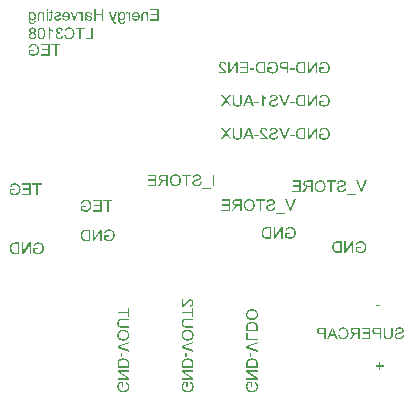
<source format=gbo>
G04*
G04 #@! TF.GenerationSoftware,Altium Limited,Altium Designer,22.2.1 (43)*
G04*
G04 Layer_Color=32896*
%FSLAX25Y25*%
%MOIN*%
G70*
G04*
G04 #@! TF.SameCoordinates,3B3E58CF-1C3C-4CAC-96B8-8F734E900E2C*
G04*
G04*
G04 #@! TF.FilePolarity,Positive*
G04*
G01*
G75*
G36*
X31990Y149316D02*
X31516D01*
Y149854D01*
X31990D01*
Y149316D01*
D02*
G37*
G36*
X56753Y148854D02*
X56876Y148831D01*
X56981Y148801D01*
X57081Y148766D01*
X57157Y148731D01*
X57215Y148702D01*
X57233Y148690D01*
X57250Y148679D01*
X57256Y148673D01*
X57262D01*
X57361Y148597D01*
X57443Y148515D01*
X57513Y148427D01*
X57578Y148345D01*
X57625Y148269D01*
X57654Y148211D01*
X57666Y148187D01*
X57677Y148170D01*
X57683Y148158D01*
Y148152D01*
X57730Y148023D01*
X57765Y147895D01*
X57788Y147772D01*
X57806Y147655D01*
X57818Y147561D01*
Y147520D01*
X57824Y147485D01*
Y147456D01*
Y147432D01*
Y147421D01*
Y147415D01*
X57818Y147310D01*
X57812Y147204D01*
X57777Y147017D01*
X57748Y146929D01*
X57724Y146847D01*
X57695Y146771D01*
X57666Y146701D01*
X57636Y146637D01*
X57607Y146584D01*
X57578Y146537D01*
X57555Y146496D01*
X57537Y146461D01*
X57519Y146438D01*
X57513Y146426D01*
X57508Y146420D01*
X57443Y146350D01*
X57379Y146286D01*
X57309Y146233D01*
X57233Y146186D01*
X57162Y146145D01*
X57086Y146110D01*
X57016Y146081D01*
X56946Y146064D01*
X56876Y146046D01*
X56817Y146034D01*
X56759Y146023D01*
X56712Y146017D01*
X56671Y146011D01*
X56618D01*
X56537Y146017D01*
X56455Y146028D01*
X56379Y146046D01*
X56308Y146069D01*
X56174Y146128D01*
X56063Y146192D01*
X55975Y146257D01*
X55940Y146292D01*
X55905Y146315D01*
X55881Y146338D01*
X55864Y146356D01*
X55858Y146368D01*
X55852Y146374D01*
Y146292D01*
Y146216D01*
Y146151D01*
Y146087D01*
X55858Y146034D01*
Y145982D01*
X55870Y145900D01*
X55875Y145841D01*
X55881Y145800D01*
X55887Y145777D01*
Y145771D01*
X55917Y145689D01*
X55952Y145613D01*
X55987Y145555D01*
X56028Y145502D01*
X56069Y145461D01*
X56098Y145432D01*
X56121Y145414D01*
X56127Y145408D01*
X56197Y145362D01*
X56279Y145332D01*
X56361Y145309D01*
X56443Y145291D01*
X56519Y145280D01*
X56577Y145274D01*
X56630D01*
X56735Y145280D01*
X56835Y145297D01*
X56917Y145315D01*
X56981Y145344D01*
X57040Y145367D01*
X57075Y145385D01*
X57104Y145403D01*
X57110Y145408D01*
X57157Y145449D01*
X57192Y145496D01*
X57221Y145549D01*
X57244Y145601D01*
X57256Y145648D01*
X57268Y145683D01*
X57274Y145707D01*
Y145718D01*
X57730Y145783D01*
Y145701D01*
X57718Y145625D01*
X57689Y145490D01*
X57642Y145373D01*
X57590Y145280D01*
X57531Y145204D01*
X57484Y145151D01*
X57449Y145122D01*
X57443Y145110D01*
X57437D01*
X57315Y145034D01*
X57180Y144975D01*
X57046Y144940D01*
X56917Y144911D01*
X56806Y144894D01*
X56753Y144888D01*
X56712D01*
X56677Y144882D01*
X56630D01*
X56478Y144888D01*
X56344Y144905D01*
X56221Y144934D01*
X56115Y144964D01*
X56033Y144987D01*
X55975Y145016D01*
X55952Y145028D01*
X55934Y145034D01*
X55928Y145040D01*
X55922D01*
X55823Y145104D01*
X55735Y145174D01*
X55665Y145245D01*
X55606Y145315D01*
X55566Y145379D01*
X55530Y145426D01*
X55513Y145461D01*
X55507Y145467D01*
Y145473D01*
X55484Y145525D01*
X55460Y145590D01*
X55431Y145730D01*
X55408Y145882D01*
X55390Y146028D01*
X55384Y146099D01*
X55378Y146169D01*
Y146227D01*
X55372Y146280D01*
Y146327D01*
Y146356D01*
Y146379D01*
Y146385D01*
Y148795D01*
X55805D01*
Y148456D01*
X55864Y148526D01*
X55928Y148591D01*
X55998Y148643D01*
X56063Y148690D01*
X56133Y148731D01*
X56203Y148760D01*
X56267Y148790D01*
X56332Y148807D01*
X56443Y148837D01*
X56496Y148848D01*
X56537Y148854D01*
X56572Y148860D01*
X56618D01*
X56753Y148854D01*
D02*
G37*
G36*
X26930Y148854D02*
X27053Y148831D01*
X27158Y148801D01*
X27257Y148766D01*
X27333Y148731D01*
X27392Y148702D01*
X27409Y148690D01*
X27427Y148679D01*
X27433Y148673D01*
X27439D01*
X27538Y148597D01*
X27620Y148515D01*
X27690Y148427D01*
X27755Y148345D01*
X27801Y148269D01*
X27831Y148211D01*
X27842Y148187D01*
X27854Y148170D01*
X27860Y148158D01*
Y148152D01*
X27907Y148023D01*
X27942Y147895D01*
X27965Y147772D01*
X27983Y147655D01*
X27994Y147561D01*
Y147520D01*
X28000Y147485D01*
Y147456D01*
Y147432D01*
Y147421D01*
Y147415D01*
X27994Y147310D01*
X27989Y147204D01*
X27953Y147017D01*
X27924Y146929D01*
X27901Y146847D01*
X27872Y146771D01*
X27842Y146701D01*
X27813Y146637D01*
X27784Y146584D01*
X27755Y146537D01*
X27731Y146496D01*
X27714Y146461D01*
X27696Y146438D01*
X27690Y146426D01*
X27684Y146420D01*
X27620Y146350D01*
X27556Y146286D01*
X27485Y146233D01*
X27409Y146186D01*
X27339Y146145D01*
X27263Y146110D01*
X27193Y146081D01*
X27123Y146064D01*
X27053Y146046D01*
X26994Y146034D01*
X26936Y146023D01*
X26889Y146017D01*
X26848Y146011D01*
X26795D01*
X26713Y146017D01*
X26631Y146028D01*
X26555Y146046D01*
X26485Y146069D01*
X26351Y146128D01*
X26239Y146192D01*
X26152Y146257D01*
X26117Y146292D01*
X26081Y146315D01*
X26058Y146338D01*
X26041Y146356D01*
X26035Y146368D01*
X26029Y146374D01*
Y146292D01*
Y146216D01*
Y146151D01*
Y146087D01*
X26035Y146034D01*
Y145982D01*
X26046Y145900D01*
X26052Y145841D01*
X26058Y145800D01*
X26064Y145777D01*
Y145771D01*
X26093Y145689D01*
X26128Y145613D01*
X26163Y145555D01*
X26204Y145502D01*
X26245Y145461D01*
X26274Y145432D01*
X26298Y145414D01*
X26304Y145408D01*
X26374Y145362D01*
X26456Y145332D01*
X26538Y145309D01*
X26620Y145291D01*
X26696Y145280D01*
X26754Y145274D01*
X26807D01*
X26912Y145280D01*
X27012Y145297D01*
X27093Y145315D01*
X27158Y145344D01*
X27216Y145367D01*
X27251Y145385D01*
X27281Y145403D01*
X27287Y145408D01*
X27333Y145449D01*
X27369Y145496D01*
X27398Y145549D01*
X27421Y145601D01*
X27433Y145648D01*
X27444Y145683D01*
X27450Y145707D01*
Y145718D01*
X27907Y145783D01*
Y145701D01*
X27895Y145625D01*
X27866Y145490D01*
X27819Y145373D01*
X27766Y145280D01*
X27708Y145204D01*
X27661Y145151D01*
X27626Y145122D01*
X27620Y145110D01*
X27614D01*
X27491Y145034D01*
X27357Y144975D01*
X27222Y144940D01*
X27093Y144911D01*
X26982Y144894D01*
X26930Y144888D01*
X26889D01*
X26854Y144882D01*
X26807D01*
X26655Y144888D01*
X26520Y144905D01*
X26397Y144934D01*
X26292Y144964D01*
X26210Y144987D01*
X26152Y145016D01*
X26128Y145028D01*
X26111Y145034D01*
X26105Y145040D01*
X26099D01*
X26000Y145104D01*
X25912Y145174D01*
X25842Y145245D01*
X25783Y145315D01*
X25742Y145379D01*
X25707Y145426D01*
X25690Y145461D01*
X25684Y145467D01*
Y145473D01*
X25660Y145525D01*
X25637Y145590D01*
X25608Y145730D01*
X25584Y145882D01*
X25567Y146028D01*
X25561Y146099D01*
X25555Y146169D01*
Y146227D01*
X25549Y146280D01*
Y146327D01*
Y146356D01*
Y146379D01*
Y146385D01*
Y148795D01*
X25982D01*
Y148456D01*
X26041Y148526D01*
X26105Y148591D01*
X26175Y148643D01*
X26239Y148690D01*
X26310Y148731D01*
X26380Y148760D01*
X26444Y148790D01*
X26509Y148807D01*
X26620Y148837D01*
X26672Y148848D01*
X26713Y148854D01*
X26748Y148860D01*
X26795D01*
X26930Y148854D01*
D02*
G37*
G36*
X50400Y146011D02*
X49891D01*
Y147824D01*
X47902D01*
Y146011D01*
X47393D01*
Y149854D01*
X47902D01*
Y148275D01*
X49891D01*
Y149854D01*
X50400D01*
Y146011D01*
D02*
G37*
G36*
X45562Y148854D02*
X45685Y148842D01*
X45790Y148831D01*
X45884Y148813D01*
X45960Y148790D01*
X46018Y148778D01*
X46036Y148772D01*
X46053Y148766D01*
X46059Y148760D01*
X46065D01*
X46159Y148720D01*
X46241Y148673D01*
X46317Y148626D01*
X46375Y148585D01*
X46422Y148544D01*
X46451Y148509D01*
X46475Y148486D01*
X46480Y148480D01*
X46533Y148409D01*
X46574Y148328D01*
X46609Y148251D01*
X46638Y148175D01*
X46656Y148105D01*
X46674Y148053D01*
X46679Y148018D01*
X46685Y148012D01*
Y148006D01*
X46223Y147941D01*
X46194Y148041D01*
X46153Y148129D01*
X46118Y148199D01*
X46077Y148257D01*
X46042Y148298D01*
X46012Y148328D01*
X45995Y148345D01*
X45989Y148351D01*
X45925Y148392D01*
X45843Y148421D01*
X45767Y148439D01*
X45685Y148456D01*
X45609Y148462D01*
X45550Y148468D01*
X45498D01*
X45375Y148462D01*
X45264Y148444D01*
X45170Y148415D01*
X45094Y148386D01*
X45035Y148357D01*
X44995Y148328D01*
X44965Y148310D01*
X44959Y148304D01*
X44913Y148251D01*
X44883Y148193D01*
X44860Y148123D01*
X44842Y148058D01*
X44831Y148000D01*
X44825Y147947D01*
Y147912D01*
Y147906D01*
Y147900D01*
Y147889D01*
Y147871D01*
Y147830D01*
X44831Y147795D01*
Y147784D01*
Y147778D01*
X44883Y147760D01*
X44942Y147742D01*
X45076Y147707D01*
X45217Y147684D01*
X45351Y147661D01*
X45480Y147637D01*
X45533Y147631D01*
X45579Y147626D01*
X45621Y147620D01*
X45650D01*
X45667Y147614D01*
X45673D01*
X45773Y147602D01*
X45854Y147590D01*
X45930Y147579D01*
X45989Y147567D01*
X46036Y147555D01*
X46065Y147549D01*
X46088Y147544D01*
X46094D01*
X46165Y147520D01*
X46229Y147497D01*
X46281Y147473D01*
X46334Y147444D01*
X46375Y147421D01*
X46404Y147403D01*
X46428Y147391D01*
X46434Y147386D01*
X46486Y147345D01*
X46533Y147304D01*
X46580Y147257D01*
X46615Y147216D01*
X46644Y147175D01*
X46662Y147146D01*
X46674Y147122D01*
X46679Y147117D01*
X46709Y147052D01*
X46732Y146988D01*
X46744Y146923D01*
X46755Y146865D01*
X46761Y146818D01*
X46767Y146777D01*
Y146754D01*
Y146742D01*
X46755Y146619D01*
X46726Y146502D01*
X46691Y146409D01*
X46644Y146327D01*
X46597Y146257D01*
X46562Y146210D01*
X46533Y146181D01*
X46521Y146169D01*
X46422Y146093D01*
X46305Y146040D01*
X46194Y145999D01*
X46077Y145976D01*
X45977Y145958D01*
X45930Y145952D01*
X45895D01*
X45860Y145947D01*
X45819D01*
X45714Y145952D01*
X45621Y145964D01*
X45533Y145976D01*
X45451Y145993D01*
X45386Y146011D01*
X45340Y146028D01*
X45310Y146034D01*
X45299Y146040D01*
X45205Y146081D01*
X45117Y146128D01*
X45030Y146181D01*
X44954Y146239D01*
X44883Y146286D01*
X44837Y146327D01*
X44802Y146350D01*
X44790Y146362D01*
X44778Y146286D01*
X44766Y146221D01*
X44755Y146163D01*
X44737Y146110D01*
X44720Y146069D01*
X44708Y146034D01*
X44702Y146017D01*
X44696Y146011D01*
X44205D01*
X44257Y146128D01*
X44281Y146186D01*
X44298Y146233D01*
X44310Y146274D01*
X44316Y146309D01*
X44322Y146333D01*
Y146338D01*
X44328Y146379D01*
X44333Y146426D01*
Y146479D01*
X44339Y146543D01*
X44345Y146678D01*
Y146824D01*
X44351Y146959D01*
Y147017D01*
Y147070D01*
Y147111D01*
Y147146D01*
Y147169D01*
Y147175D01*
Y147807D01*
Y147918D01*
X44357Y148006D01*
X44363Y148082D01*
Y148140D01*
X44369Y148187D01*
X44374Y148216D01*
X44380Y148234D01*
Y148240D01*
X44398Y148310D01*
X44421Y148374D01*
X44445Y148427D01*
X44468Y148474D01*
X44491Y148515D01*
X44509Y148538D01*
X44521Y148556D01*
X44526Y148562D01*
X44573Y148608D01*
X44620Y148649D01*
X44679Y148684D01*
X44731Y148714D01*
X44778Y148737D01*
X44819Y148760D01*
X44842Y148766D01*
X44854Y148772D01*
X44942Y148801D01*
X45035Y148825D01*
X45135Y148837D01*
X45228Y148848D01*
X45310Y148854D01*
X45375Y148860D01*
X45433D01*
X45562Y148854D01*
D02*
G37*
G36*
X41069Y146011D02*
X40625D01*
X39572Y148795D01*
X40057D01*
X40677Y147093D01*
X40718Y146982D01*
X40753Y146883D01*
X40782Y146789D01*
X40806Y146713D01*
X40824Y146654D01*
X40841Y146608D01*
X40847Y146578D01*
X40853Y146567D01*
X40882Y146672D01*
X40917Y146777D01*
X40946Y146871D01*
X40976Y146953D01*
X40999Y147023D01*
X41017Y147076D01*
X41028Y147111D01*
X41034Y147122D01*
X41631Y148795D01*
X42128D01*
X41069Y146011D01*
D02*
G37*
G36*
X53863Y146005D02*
X53881Y145952D01*
X53898Y145917D01*
X53904Y145894D01*
X53910Y145888D01*
X53945Y145794D01*
X53974Y145713D01*
X53998Y145654D01*
X54015Y145607D01*
X54033Y145572D01*
X54045Y145555D01*
X54050Y145543D01*
Y145537D01*
X54103Y145473D01*
X54156Y145426D01*
X54173Y145408D01*
X54191Y145397D01*
X54202Y145385D01*
X54208D01*
X54243Y145367D01*
X54284Y145356D01*
X54366Y145338D01*
X54407D01*
X54431Y145332D01*
X54460D01*
X54553Y145338D01*
X54635Y145356D01*
X54676Y145367D01*
X54706Y145373D01*
X54723Y145379D01*
X54729D01*
X54676Y144940D01*
X54559Y144905D01*
X54507Y144894D01*
X54460Y144888D01*
X54425D01*
X54396Y144882D01*
X54372D01*
X54290Y144888D01*
X54220Y144899D01*
X54150Y144917D01*
X54097Y144940D01*
X54050Y144958D01*
X54015Y144975D01*
X53992Y144987D01*
X53986Y144993D01*
X53927Y145040D01*
X53869Y145092D01*
X53822Y145151D01*
X53775Y145204D01*
X53740Y145256D01*
X53717Y145297D01*
X53699Y145321D01*
X53693Y145332D01*
X53676Y145367D01*
X53653Y145408D01*
X53612Y145508D01*
X53571Y145607D01*
X53524Y145713D01*
X53489Y145812D01*
X53471Y145853D01*
X53460Y145888D01*
X53448Y145923D01*
X53436Y145947D01*
X53430Y145958D01*
Y145964D01*
X52377Y148795D01*
X52845D01*
X53442Y147169D01*
X53483Y147052D01*
X53518Y146941D01*
X53553Y146836D01*
X53582Y146742D01*
X53606Y146666D01*
X53617Y146602D01*
X53629Y146578D01*
Y146561D01*
X53635Y146555D01*
Y146549D01*
X53670Y146672D01*
X53705Y146789D01*
X53740Y146900D01*
X53769Y146994D01*
X53799Y147076D01*
X53822Y147140D01*
X53828Y147163D01*
X53834Y147181D01*
X53840Y147187D01*
Y147193D01*
X54419Y148795D01*
X54922D01*
X53863Y146005D01*
D02*
G37*
G36*
X33406Y149480D02*
Y148795D01*
X33757D01*
Y148427D01*
X33406D01*
Y146824D01*
Y146748D01*
Y146678D01*
X33400Y146614D01*
Y146555D01*
X33394Y146502D01*
X33388Y146461D01*
X33376Y146385D01*
X33371Y146327D01*
X33359Y146292D01*
X33353Y146268D01*
Y146263D01*
X33330Y146216D01*
X33294Y146175D01*
X33265Y146140D01*
X33230Y146110D01*
X33201Y146087D01*
X33178Y146069D01*
X33160Y146058D01*
X33154Y146052D01*
X33096Y146028D01*
X33031Y146011D01*
X32961Y145993D01*
X32897Y145987D01*
X32838Y145982D01*
X32791Y145976D01*
X32750D01*
X32628Y145982D01*
X32569Y145987D01*
X32517Y145999D01*
X32464Y146005D01*
X32429Y146011D01*
X32405Y146017D01*
X32394D01*
X32458Y146432D01*
X32546Y146420D01*
X32581D01*
X32610Y146415D01*
X32669D01*
X32739Y146420D01*
X32791Y146432D01*
X32821Y146438D01*
X32832Y146444D01*
X32868Y146473D01*
X32891Y146502D01*
X32903Y146526D01*
X32908Y146537D01*
X32914Y146567D01*
X32920Y146602D01*
X32926Y146689D01*
X32932Y146730D01*
Y146766D01*
Y146789D01*
Y146795D01*
Y148427D01*
X32458D01*
Y148795D01*
X32932D01*
Y149767D01*
X33406Y149480D01*
D02*
G37*
G36*
X61374Y148854D02*
X61474Y148842D01*
X61568Y148825D01*
X61655Y148801D01*
X61743Y148766D01*
X61819Y148737D01*
X61889Y148702D01*
X61954Y148667D01*
X62012Y148626D01*
X62059Y148591D01*
X62106Y148562D01*
X62141Y148532D01*
X62170Y148503D01*
X62188Y148486D01*
X62199Y148474D01*
X62205Y148468D01*
X62270Y148392D01*
X62322Y148310D01*
X62369Y148222D01*
X62410Y148135D01*
X62445Y148041D01*
X62474Y147953D01*
X62515Y147778D01*
X62533Y147696D01*
X62545Y147620D01*
X62550Y147549D01*
X62556Y147491D01*
X62562Y147444D01*
Y147403D01*
Y147380D01*
Y147374D01*
X62556Y147251D01*
X62545Y147134D01*
X62527Y147023D01*
X62504Y146923D01*
X62480Y146830D01*
X62451Y146742D01*
X62416Y146666D01*
X62381Y146596D01*
X62352Y146532D01*
X62316Y146473D01*
X62287Y146426D01*
X62258Y146391D01*
X62240Y146362D01*
X62223Y146338D01*
X62211Y146327D01*
X62205Y146321D01*
X62135Y146257D01*
X62059Y146198D01*
X61983Y146145D01*
X61901Y146105D01*
X61825Y146069D01*
X61743Y146040D01*
X61591Y145993D01*
X61515Y145976D01*
X61451Y145964D01*
X61392Y145958D01*
X61339Y145952D01*
X61299Y145947D01*
X61240D01*
X61064Y145958D01*
X60912Y145982D01*
X60772Y146023D01*
X60661Y146064D01*
X60608Y146087D01*
X60567Y146105D01*
X60532Y146128D01*
X60503Y146145D01*
X60474Y146157D01*
X60456Y146169D01*
X60450Y146181D01*
X60444D01*
X60339Y146274D01*
X60246Y146385D01*
X60175Y146496D01*
X60117Y146602D01*
X60070Y146701D01*
X60052Y146742D01*
X60041Y146777D01*
X60029Y146807D01*
X60023Y146830D01*
X60017Y146842D01*
Y146847D01*
X60503Y146912D01*
X60550Y146807D01*
X60597Y146713D01*
X60643Y146637D01*
X60690Y146578D01*
X60731Y146526D01*
X60766Y146496D01*
X60790Y146473D01*
X60795Y146467D01*
X60866Y146420D01*
X60942Y146391D01*
X61018Y146368D01*
X61088Y146350D01*
X61146Y146338D01*
X61193Y146333D01*
X61240D01*
X61363Y146344D01*
X61474Y146368D01*
X61573Y146409D01*
X61661Y146456D01*
X61725Y146496D01*
X61778Y146537D01*
X61807Y146561D01*
X61819Y146572D01*
X61895Y146672D01*
X61959Y146789D01*
X62001Y146906D01*
X62036Y147017D01*
X62059Y147122D01*
X62065Y147163D01*
X62071Y147204D01*
Y147234D01*
X62076Y147263D01*
Y147274D01*
Y147280D01*
X60006D01*
X60000Y147333D01*
Y147374D01*
Y147397D01*
Y147403D01*
X60006Y147532D01*
X60017Y147649D01*
X60035Y147760D01*
X60052Y147860D01*
X60082Y147959D01*
X60111Y148047D01*
X60146Y148123D01*
X60175Y148199D01*
X60210Y148263D01*
X60246Y148316D01*
X60275Y148363D01*
X60298Y148404D01*
X60321Y148433D01*
X60339Y148456D01*
X60351Y148468D01*
X60357Y148474D01*
X60427Y148544D01*
X60497Y148602D01*
X60573Y148655D01*
X60649Y148696D01*
X60725Y148737D01*
X60801Y148766D01*
X60942Y148813D01*
X61012Y148831D01*
X61070Y148842D01*
X61129Y148848D01*
X61176Y148854D01*
X61217Y148860D01*
X61269D01*
X61374Y148854D01*
D02*
G37*
G36*
X38121Y148854D02*
X38220Y148842D01*
X38314Y148825D01*
X38402Y148801D01*
X38489Y148766D01*
X38565Y148737D01*
X38636Y148702D01*
X38700Y148667D01*
X38758Y148626D01*
X38805Y148591D01*
X38852Y148562D01*
X38887Y148532D01*
X38916Y148503D01*
X38934Y148486D01*
X38946Y148474D01*
X38952Y148468D01*
X39016Y148392D01*
X39068Y148310D01*
X39115Y148222D01*
X39156Y148135D01*
X39191Y148041D01*
X39221Y147953D01*
X39261Y147778D01*
X39279Y147696D01*
X39291Y147620D01*
X39297Y147549D01*
X39303Y147491D01*
X39308Y147444D01*
Y147403D01*
Y147380D01*
Y147374D01*
X39303Y147251D01*
X39291Y147134D01*
X39273Y147023D01*
X39250Y146923D01*
X39226Y146830D01*
X39197Y146742D01*
X39162Y146666D01*
X39127Y146596D01*
X39098Y146532D01*
X39063Y146473D01*
X39033Y146426D01*
X39004Y146391D01*
X38987Y146362D01*
X38969Y146338D01*
X38957Y146327D01*
X38952Y146321D01*
X38881Y146257D01*
X38805Y146198D01*
X38729Y146145D01*
X38647Y146105D01*
X38571Y146069D01*
X38489Y146040D01*
X38337Y145993D01*
X38261Y145976D01*
X38197Y145964D01*
X38138Y145958D01*
X38086Y145952D01*
X38045Y145947D01*
X37986D01*
X37811Y145958D01*
X37659Y145982D01*
X37518Y146023D01*
X37407Y146064D01*
X37354Y146087D01*
X37314Y146105D01*
X37278Y146128D01*
X37249Y146145D01*
X37220Y146157D01*
X37202Y146169D01*
X37196Y146181D01*
X37191D01*
X37085Y146274D01*
X36992Y146385D01*
X36922Y146496D01*
X36863Y146602D01*
X36816Y146701D01*
X36799Y146742D01*
X36787Y146777D01*
X36775Y146807D01*
X36769Y146830D01*
X36764Y146842D01*
Y146847D01*
X37249Y146912D01*
X37296Y146807D01*
X37343Y146713D01*
X37389Y146637D01*
X37436Y146578D01*
X37477Y146526D01*
X37512Y146496D01*
X37536Y146473D01*
X37542Y146467D01*
X37612Y146420D01*
X37688Y146391D01*
X37764Y146368D01*
X37834Y146350D01*
X37893Y146338D01*
X37939Y146333D01*
X37986D01*
X38109Y146344D01*
X38220Y146368D01*
X38320Y146409D01*
X38407Y146456D01*
X38472Y146496D01*
X38524Y146537D01*
X38554Y146561D01*
X38565Y146572D01*
X38641Y146672D01*
X38706Y146789D01*
X38747Y146906D01*
X38782Y147017D01*
X38805Y147122D01*
X38811Y147163D01*
X38817Y147204D01*
Y147234D01*
X38823Y147263D01*
Y147274D01*
Y147280D01*
X36752D01*
X36746Y147333D01*
Y147374D01*
Y147397D01*
Y147403D01*
X36752Y147532D01*
X36764Y147649D01*
X36781Y147760D01*
X36799Y147860D01*
X36828Y147959D01*
X36857Y148047D01*
X36892Y148123D01*
X36922Y148199D01*
X36957Y148263D01*
X36992Y148316D01*
X37021Y148363D01*
X37044Y148404D01*
X37068Y148433D01*
X37085Y148456D01*
X37097Y148468D01*
X37103Y148474D01*
X37173Y148544D01*
X37243Y148602D01*
X37319Y148655D01*
X37395Y148696D01*
X37471Y148737D01*
X37547Y148766D01*
X37688Y148813D01*
X37758Y148831D01*
X37817Y148842D01*
X37875Y148848D01*
X37922Y148854D01*
X37963Y148860D01*
X38015D01*
X38121Y148854D01*
D02*
G37*
G36*
X68898Y146011D02*
X66031D01*
Y146461D01*
X68389D01*
Y147772D01*
X66265D01*
Y148222D01*
X68389D01*
Y149404D01*
X66119D01*
Y149854D01*
X68898D01*
Y146011D01*
D02*
G37*
G36*
X64188Y148854D02*
X64288Y148842D01*
X64381Y148819D01*
X64463Y148790D01*
X64545Y148755D01*
X64615Y148714D01*
X64680Y148673D01*
X64744Y148632D01*
X64797Y148585D01*
X64838Y148544D01*
X64879Y148503D01*
X64908Y148468D01*
X64937Y148439D01*
X64955Y148415D01*
X64961Y148404D01*
X64966Y148398D01*
Y148795D01*
X65394D01*
Y146011D01*
X64920D01*
Y147532D01*
Y147626D01*
X64908Y147713D01*
X64902Y147795D01*
X64885Y147871D01*
X64867Y147936D01*
X64849Y147994D01*
X64832Y148047D01*
X64808Y148093D01*
X64791Y148135D01*
X64773Y148170D01*
X64738Y148216D01*
X64715Y148246D01*
X64703Y148257D01*
X64621Y148322D01*
X64528Y148369D01*
X64446Y148404D01*
X64364Y148427D01*
X64288Y148439D01*
X64235Y148450D01*
X64183D01*
X64112Y148444D01*
X64054Y148439D01*
X63995Y148421D01*
X63949Y148409D01*
X63908Y148392D01*
X63878Y148374D01*
X63861Y148369D01*
X63855Y148363D01*
X63808Y148328D01*
X63767Y148287D01*
X63732Y148251D01*
X63703Y148211D01*
X63685Y148181D01*
X63674Y148152D01*
X63662Y148135D01*
Y148129D01*
X63644Y148070D01*
X63627Y148006D01*
X63615Y147930D01*
X63609Y147865D01*
X63603Y147801D01*
Y147748D01*
Y147713D01*
Y147707D01*
Y147702D01*
Y146011D01*
X63130D01*
Y147719D01*
Y147836D01*
X63135Y147930D01*
X63141Y148012D01*
Y148076D01*
X63147Y148123D01*
X63153Y148158D01*
X63159Y148175D01*
Y148181D01*
X63176Y148251D01*
X63200Y148322D01*
X63223Y148380D01*
X63247Y148427D01*
X63270Y148468D01*
X63288Y148503D01*
X63299Y148521D01*
X63305Y148526D01*
X63346Y148579D01*
X63399Y148626D01*
X63451Y148667D01*
X63504Y148702D01*
X63551Y148731D01*
X63586Y148749D01*
X63609Y148760D01*
X63621Y148766D01*
X63703Y148795D01*
X63779Y148819D01*
X63861Y148837D01*
X63931Y148848D01*
X63990Y148854D01*
X64042Y148860D01*
X64083D01*
X64188Y148854D01*
D02*
G37*
G36*
X58461D02*
X58520Y148842D01*
X58572Y148831D01*
X58613Y148813D01*
X58654Y148790D01*
X58684Y148778D01*
X58701Y148766D01*
X58707Y148760D01*
X58760Y148720D01*
X58806Y148661D01*
X58859Y148597D01*
X58906Y148532D01*
X58941Y148474D01*
X58970Y148421D01*
X58994Y148386D01*
X58999Y148380D01*
Y148795D01*
X59426D01*
Y146011D01*
X58953D01*
Y147468D01*
X58947Y147579D01*
X58941Y147678D01*
X58929Y147772D01*
X58912Y147854D01*
X58900Y147924D01*
X58888Y147977D01*
X58882Y148006D01*
X58877Y148018D01*
X58853Y148076D01*
X58830Y148129D01*
X58801Y148175D01*
X58771Y148211D01*
X58748Y148240D01*
X58724Y148263D01*
X58713Y148275D01*
X58707Y148281D01*
X58660Y148310D01*
X58613Y148333D01*
X58566Y148351D01*
X58526Y148363D01*
X58485Y148369D01*
X58455Y148374D01*
X58432D01*
X58368Y148369D01*
X58303Y148357D01*
X58245Y148339D01*
X58192Y148322D01*
X58151Y148304D01*
X58116Y148287D01*
X58093Y148275D01*
X58087Y148269D01*
X57917Y148702D01*
X58011Y148755D01*
X58099Y148795D01*
X58180Y148819D01*
X58251Y148842D01*
X58315Y148854D01*
X58362Y148860D01*
X58403D01*
X58461Y148854D01*
D02*
G37*
G36*
X42660D02*
X42719Y148842D01*
X42772Y148831D01*
X42812Y148813D01*
X42853Y148790D01*
X42883Y148778D01*
X42900Y148766D01*
X42906Y148760D01*
X42959Y148720D01*
X43005Y148661D01*
X43058Y148597D01*
X43105Y148532D01*
X43140Y148474D01*
X43169Y148421D01*
X43193Y148386D01*
X43199Y148380D01*
Y148795D01*
X43626D01*
Y146011D01*
X43152D01*
Y147468D01*
X43146Y147579D01*
X43140Y147678D01*
X43128Y147772D01*
X43111Y147854D01*
X43099Y147924D01*
X43087Y147977D01*
X43082Y148006D01*
X43076Y148018D01*
X43052Y148076D01*
X43029Y148129D01*
X43000Y148175D01*
X42970Y148211D01*
X42947Y148240D01*
X42924Y148263D01*
X42912Y148275D01*
X42906Y148281D01*
X42859Y148310D01*
X42812Y148333D01*
X42766Y148351D01*
X42725Y148363D01*
X42684Y148369D01*
X42654Y148374D01*
X42631D01*
X42567Y148369D01*
X42502Y148357D01*
X42444Y148339D01*
X42391Y148322D01*
X42350Y148304D01*
X42315Y148287D01*
X42292Y148275D01*
X42286Y148269D01*
X42116Y148702D01*
X42210Y148755D01*
X42298Y148795D01*
X42380Y148819D01*
X42450Y148842D01*
X42514Y148854D01*
X42561Y148860D01*
X42602D01*
X42660Y148854D01*
D02*
G37*
G36*
X31990Y146011D02*
X31516D01*
Y148795D01*
X31990D01*
Y146011D01*
D02*
G37*
G36*
X29597Y148854D02*
X29697Y148842D01*
X29790Y148819D01*
X29872Y148790D01*
X29954Y148755D01*
X30024Y148714D01*
X30089Y148673D01*
X30153Y148632D01*
X30206Y148585D01*
X30247Y148544D01*
X30288Y148503D01*
X30317Y148468D01*
X30346Y148439D01*
X30364Y148415D01*
X30369Y148404D01*
X30375Y148398D01*
Y148795D01*
X30802D01*
Y146011D01*
X30329D01*
Y147532D01*
Y147626D01*
X30317Y147713D01*
X30311Y147795D01*
X30294Y147871D01*
X30276Y147936D01*
X30258Y147994D01*
X30241Y148047D01*
X30217Y148093D01*
X30200Y148135D01*
X30182Y148170D01*
X30147Y148216D01*
X30124Y148246D01*
X30112Y148257D01*
X30030Y148322D01*
X29937Y148369D01*
X29855Y148404D01*
X29773Y148427D01*
X29697Y148439D01*
X29644Y148450D01*
X29592D01*
X29521Y148444D01*
X29463Y148439D01*
X29404Y148421D01*
X29357Y148409D01*
X29316Y148392D01*
X29287Y148374D01*
X29270Y148369D01*
X29264Y148363D01*
X29217Y148328D01*
X29176Y148287D01*
X29141Y148251D01*
X29112Y148211D01*
X29094Y148181D01*
X29083Y148152D01*
X29071Y148135D01*
Y148129D01*
X29053Y148070D01*
X29036Y148006D01*
X29024Y147930D01*
X29018Y147865D01*
X29012Y147801D01*
Y147748D01*
Y147713D01*
Y147707D01*
Y147702D01*
Y146011D01*
X28539D01*
Y147719D01*
Y147836D01*
X28544Y147930D01*
X28550Y148012D01*
Y148076D01*
X28556Y148123D01*
X28562Y148158D01*
X28568Y148175D01*
Y148181D01*
X28585Y148251D01*
X28609Y148322D01*
X28632Y148380D01*
X28655Y148427D01*
X28679Y148468D01*
X28696Y148503D01*
X28708Y148521D01*
X28714Y148526D01*
X28755Y148579D01*
X28808Y148626D01*
X28860Y148667D01*
X28913Y148702D01*
X28960Y148731D01*
X28995Y148749D01*
X29018Y148760D01*
X29030Y148766D01*
X29112Y148795D01*
X29188Y148819D01*
X29270Y148837D01*
X29340Y148848D01*
X29398Y148854D01*
X29451Y148860D01*
X29492D01*
X29597Y148854D01*
D02*
G37*
G36*
X35418Y148848D02*
X35482Y148842D01*
X35547Y148831D01*
X35599Y148819D01*
X35634Y148813D01*
X35658Y148801D01*
X35670D01*
X35734Y148778D01*
X35792Y148755D01*
X35845Y148731D01*
X35886Y148708D01*
X35921Y148690D01*
X35945Y148673D01*
X35962Y148667D01*
X35968Y148661D01*
X36021Y148620D01*
X36067Y148573D01*
X36108Y148532D01*
X36138Y148491D01*
X36167Y148456D01*
X36184Y148427D01*
X36196Y148404D01*
X36202Y148398D01*
X36231Y148339D01*
X36249Y148275D01*
X36266Y148216D01*
X36272Y148164D01*
X36278Y148123D01*
X36284Y148082D01*
Y148058D01*
Y148053D01*
X36278Y147977D01*
X36266Y147906D01*
X36255Y147842D01*
X36231Y147789D01*
X36214Y147742D01*
X36202Y147707D01*
X36190Y147684D01*
X36184Y147678D01*
X36143Y147620D01*
X36091Y147567D01*
X36044Y147520D01*
X35991Y147485D01*
X35950Y147456D01*
X35915Y147432D01*
X35886Y147421D01*
X35880Y147415D01*
X35839Y147397D01*
X35792Y147380D01*
X35681Y147339D01*
X35559Y147304D01*
X35441Y147269D01*
X35330Y147234D01*
X35283Y147222D01*
X35237Y147210D01*
X35202Y147198D01*
X35178Y147193D01*
X35161Y147187D01*
X35155D01*
X35085Y147169D01*
X35020Y147152D01*
X34968Y147140D01*
X34915Y147122D01*
X34833Y147093D01*
X34769Y147076D01*
X34722Y147052D01*
X34693Y147040D01*
X34675Y147035D01*
X34669Y147029D01*
X34622Y146994D01*
X34587Y146953D01*
X34564Y146906D01*
X34546Y146871D01*
X34535Y146830D01*
X34529Y146807D01*
Y146783D01*
Y146777D01*
X34535Y146713D01*
X34552Y146654D01*
X34582Y146596D01*
X34605Y146549D01*
X34634Y146514D01*
X34663Y146485D01*
X34681Y146467D01*
X34687Y146461D01*
X34751Y146420D01*
X34827Y146385D01*
X34909Y146362D01*
X34991Y146350D01*
X35061Y146338D01*
X35120Y146333D01*
X35172D01*
X35283Y146338D01*
X35389Y146356D01*
X35471Y146379D01*
X35547Y146409D01*
X35599Y146432D01*
X35640Y146456D01*
X35670Y146473D01*
X35675Y146479D01*
X35734Y146543D01*
X35787Y146614D01*
X35822Y146684D01*
X35851Y146754D01*
X35868Y146818D01*
X35886Y146871D01*
X35892Y146906D01*
Y146912D01*
Y146918D01*
X36360Y146842D01*
X36325Y146684D01*
X36272Y146549D01*
X36214Y146432D01*
X36155Y146338D01*
X36097Y146263D01*
X36050Y146210D01*
X36015Y146181D01*
X36009Y146169D01*
X36003D01*
X35945Y146128D01*
X35886Y146093D01*
X35752Y146040D01*
X35617Y145999D01*
X35482Y145976D01*
X35360Y145958D01*
X35307Y145952D01*
X35260D01*
X35225Y145947D01*
X35172D01*
X35055Y145952D01*
X34944Y145964D01*
X34845Y145982D01*
X34757Y146005D01*
X34687Y146023D01*
X34634Y146040D01*
X34599Y146052D01*
X34587Y146058D01*
X34494Y146105D01*
X34412Y146157D01*
X34342Y146210D01*
X34289Y146263D01*
X34242Y146309D01*
X34207Y146344D01*
X34190Y146368D01*
X34184Y146379D01*
X34137Y146461D01*
X34102Y146537D01*
X34078Y146614D01*
X34061Y146684D01*
X34049Y146736D01*
X34043Y146783D01*
Y146812D01*
Y146824D01*
X34049Y146912D01*
X34061Y146988D01*
X34078Y147058D01*
X34102Y147117D01*
X34125Y147163D01*
X34143Y147198D01*
X34154Y147222D01*
X34160Y147228D01*
X34207Y147286D01*
X34254Y147333D01*
X34307Y147380D01*
X34359Y147415D01*
X34400Y147438D01*
X34435Y147456D01*
X34459Y147468D01*
X34470Y147473D01*
X34511Y147491D01*
X34558Y147509D01*
X34663Y147544D01*
X34780Y147585D01*
X34897Y147620D01*
X35003Y147649D01*
X35050Y147661D01*
X35091Y147672D01*
X35126Y147684D01*
X35149Y147690D01*
X35166Y147696D01*
X35172D01*
X35237Y147713D01*
X35289Y147731D01*
X35383Y147754D01*
X35459Y147778D01*
X35512Y147795D01*
X35553Y147807D01*
X35576Y147813D01*
X35588Y147819D01*
X35594D01*
X35634Y147836D01*
X35675Y147860D01*
X35705Y147877D01*
X35728Y147900D01*
X35763Y147930D01*
X35769Y147936D01*
X35775Y147941D01*
X35804Y148000D01*
X35822Y148053D01*
Y148076D01*
X35828Y148093D01*
Y148105D01*
Y148111D01*
X35822Y148164D01*
X35804Y148211D01*
X35787Y148257D01*
X35757Y148292D01*
X35734Y148322D01*
X35716Y148345D01*
X35699Y148357D01*
X35693Y148363D01*
X35634Y148398D01*
X35559Y148427D01*
X35482Y148444D01*
X35406Y148462D01*
X35336Y148468D01*
X35278Y148474D01*
X35225D01*
X35126Y148468D01*
X35044Y148456D01*
X34968Y148433D01*
X34909Y148415D01*
X34862Y148392D01*
X34827Y148369D01*
X34804Y148357D01*
X34798Y148351D01*
X34745Y148304D01*
X34704Y148246D01*
X34669Y148193D01*
X34646Y148140D01*
X34628Y148093D01*
X34617Y148053D01*
X34611Y148029D01*
Y148018D01*
X34149Y148082D01*
X34172Y148175D01*
X34195Y148257D01*
X34225Y148333D01*
X34248Y148392D01*
X34277Y148439D01*
X34301Y148474D01*
X34312Y148497D01*
X34318Y148503D01*
X34365Y148562D01*
X34424Y148614D01*
X34488Y148655D01*
X34546Y148696D01*
X34599Y148720D01*
X34646Y148743D01*
X34675Y148755D01*
X34681Y148760D01*
X34687D01*
X34780Y148795D01*
X34880Y148819D01*
X34973Y148837D01*
X35067Y148848D01*
X35143Y148854D01*
X35208Y148860D01*
X35342D01*
X35418Y148848D01*
D02*
G37*
G36*
X35985Y143677D02*
X36132Y143648D01*
X36266Y143607D01*
X36378Y143560D01*
X36465Y143508D01*
X36500Y143484D01*
X36530Y143467D01*
X36559Y143449D01*
X36576Y143438D01*
X36582Y143432D01*
X36588Y143426D01*
X36693Y143321D01*
X36775Y143204D01*
X36845Y143081D01*
X36892Y142964D01*
X36933Y142858D01*
X36945Y142812D01*
X36957Y142771D01*
X36963Y142741D01*
X36968Y142718D01*
X36974Y142701D01*
Y142695D01*
X36500Y142613D01*
X36477Y142736D01*
X36442Y142841D01*
X36407Y142929D01*
X36366Y142999D01*
X36331Y143057D01*
X36301Y143098D01*
X36278Y143122D01*
X36272Y143128D01*
X36196Y143186D01*
X36120Y143227D01*
X36044Y143262D01*
X35968Y143280D01*
X35910Y143291D01*
X35857Y143303D01*
X35810D01*
X35711Y143297D01*
X35623Y143274D01*
X35547Y143250D01*
X35482Y143215D01*
X35430Y143186D01*
X35389Y143157D01*
X35365Y143133D01*
X35360Y143128D01*
X35301Y143063D01*
X35260Y142987D01*
X35225Y142917D01*
X35208Y142853D01*
X35196Y142788D01*
X35184Y142741D01*
Y142712D01*
Y142706D01*
Y142701D01*
X35196Y142584D01*
X35225Y142484D01*
X35260Y142402D01*
X35307Y142338D01*
X35354Y142285D01*
X35389Y142244D01*
X35418Y142221D01*
X35430Y142215D01*
X35523Y142162D01*
X35617Y142127D01*
X35705Y142098D01*
X35787Y142080D01*
X35863Y142069D01*
X35915Y142063D01*
X35991D01*
X36015Y142069D01*
X36044D01*
X36097Y141653D01*
X36026Y141671D01*
X35962Y141683D01*
X35904Y141688D01*
X35857Y141694D01*
X35816Y141700D01*
X35763D01*
X35646Y141688D01*
X35547Y141665D01*
X35453Y141636D01*
X35377Y141595D01*
X35313Y141554D01*
X35266Y141525D01*
X35243Y141501D01*
X35231Y141490D01*
X35161Y141408D01*
X35108Y141320D01*
X35067Y141226D01*
X35044Y141144D01*
X35026Y141068D01*
X35020Y141010D01*
X35014Y140986D01*
Y140969D01*
Y140963D01*
Y140957D01*
X35026Y140834D01*
X35050Y140723D01*
X35085Y140624D01*
X35126Y140542D01*
X35172Y140472D01*
X35208Y140425D01*
X35231Y140396D01*
X35243Y140384D01*
X35330Y140308D01*
X35424Y140249D01*
X35517Y140214D01*
X35611Y140185D01*
X35687Y140167D01*
X35746Y140162D01*
X35769Y140156D01*
X35804D01*
X35904Y140162D01*
X35997Y140185D01*
X36079Y140214D01*
X36143Y140243D01*
X36202Y140279D01*
X36243Y140302D01*
X36266Y140325D01*
X36278Y140331D01*
X36342Y140407D01*
X36401Y140495D01*
X36448Y140594D01*
X36483Y140688D01*
X36512Y140776D01*
X36530Y140846D01*
X36541Y140869D01*
Y140893D01*
X36547Y140904D01*
Y140910D01*
X37021Y140846D01*
X37009Y140758D01*
X36992Y140676D01*
X36939Y140524D01*
X36881Y140390D01*
X36810Y140273D01*
X36781Y140226D01*
X36746Y140185D01*
X36717Y140150D01*
X36693Y140115D01*
X36670Y140091D01*
X36652Y140074D01*
X36647Y140068D01*
X36641Y140062D01*
X36576Y140009D01*
X36506Y139963D01*
X36442Y139922D01*
X36372Y139892D01*
X36231Y139834D01*
X36097Y139799D01*
X36038Y139787D01*
X35980Y139781D01*
X35933Y139776D01*
X35886Y139770D01*
X35851Y139764D01*
X35804D01*
X35705Y139770D01*
X35605Y139781D01*
X35512Y139793D01*
X35424Y139816D01*
X35342Y139846D01*
X35266Y139875D01*
X35196Y139904D01*
X35131Y139939D01*
X35079Y139969D01*
X35026Y139998D01*
X34979Y140027D01*
X34944Y140056D01*
X34915Y140080D01*
X34897Y140091D01*
X34886Y140103D01*
X34880Y140109D01*
X34815Y140179D01*
X34757Y140249D01*
X34710Y140320D01*
X34669Y140390D01*
X34628Y140460D01*
X34599Y140536D01*
X34558Y140671D01*
X34541Y140729D01*
X34529Y140787D01*
X34523Y140834D01*
X34517Y140881D01*
X34511Y140916D01*
Y140940D01*
Y140957D01*
Y140963D01*
X34517Y141098D01*
X34541Y141220D01*
X34570Y141326D01*
X34605Y141413D01*
X34646Y141484D01*
X34675Y141536D01*
X34699Y141571D01*
X34704Y141583D01*
X34780Y141671D01*
X34868Y141741D01*
X34956Y141800D01*
X35038Y141841D01*
X35114Y141876D01*
X35172Y141893D01*
X35196Y141905D01*
X35213D01*
X35225Y141911D01*
X35231D01*
X35137Y141957D01*
X35055Y142016D01*
X34991Y142069D01*
X34933Y142121D01*
X34892Y142168D01*
X34857Y142203D01*
X34839Y142227D01*
X34833Y142238D01*
X34786Y142314D01*
X34757Y142396D01*
X34734Y142472D01*
X34716Y142543D01*
X34704Y142601D01*
X34699Y142648D01*
Y142677D01*
Y142689D01*
X34704Y142788D01*
X34722Y142876D01*
X34745Y142958D01*
X34769Y143034D01*
X34792Y143092D01*
X34815Y143139D01*
X34833Y143168D01*
X34839Y143180D01*
X34897Y143262D01*
X34962Y143338D01*
X35032Y143403D01*
X35096Y143455D01*
X35155Y143496D01*
X35202Y143525D01*
X35237Y143543D01*
X35243Y143549D01*
X35248D01*
X35348Y143596D01*
X35447Y143631D01*
X35547Y143654D01*
X35634Y143672D01*
X35711Y143683D01*
X35769Y143689D01*
X35904D01*
X35985Y143677D01*
D02*
G37*
G36*
X32628Y143596D02*
X32692Y143502D01*
X32762Y143414D01*
X32832Y143332D01*
X32897Y143268D01*
X32949Y143215D01*
X32985Y143180D01*
X32990Y143174D01*
X32996Y143168D01*
X33107Y143075D01*
X33224Y142987D01*
X33341Y142911D01*
X33447Y142847D01*
X33540Y142794D01*
X33581Y142777D01*
X33616Y142759D01*
X33640Y142741D01*
X33663Y142730D01*
X33675Y142724D01*
X33681D01*
Y142262D01*
X33599Y142297D01*
X33511Y142338D01*
X33429Y142373D01*
X33353Y142414D01*
X33289Y142449D01*
X33236Y142478D01*
X33201Y142502D01*
X33195Y142507D01*
X33189D01*
X33090Y142566D01*
X33002Y142630D01*
X32926Y142683D01*
X32862Y142736D01*
X32809Y142777D01*
X32768Y142806D01*
X32745Y142829D01*
X32739Y142835D01*
Y139828D01*
X32265D01*
Y143689D01*
X32575D01*
X32628Y143596D01*
D02*
G37*
G36*
X39232Y143724D02*
X39408Y143701D01*
X39566Y143660D01*
X39636Y143642D01*
X39700Y143619D01*
X39759Y143596D01*
X39817Y143578D01*
X39864Y143555D01*
X39899Y143537D01*
X39934Y143525D01*
X39958Y143514D01*
X39969Y143502D01*
X39975D01*
X40121Y143408D01*
X40256Y143297D01*
X40367Y143186D01*
X40455Y143075D01*
X40531Y142975D01*
X40560Y142935D01*
X40584Y142899D01*
X40601Y142864D01*
X40613Y142841D01*
X40625Y142829D01*
Y142823D01*
X40701Y142654D01*
X40759Y142472D01*
X40794Y142297D01*
X40824Y142133D01*
X40835Y142057D01*
X40841Y141993D01*
X40847Y141928D01*
Y141876D01*
X40853Y141835D01*
Y141805D01*
Y141782D01*
Y141776D01*
X40847Y141571D01*
X40824Y141384D01*
X40788Y141209D01*
X40771Y141127D01*
X40753Y141057D01*
X40736Y140986D01*
X40718Y140928D01*
X40701Y140875D01*
X40683Y140829D01*
X40671Y140793D01*
X40660Y140770D01*
X40654Y140752D01*
Y140747D01*
X40572Y140577D01*
X40472Y140431D01*
X40379Y140302D01*
X40279Y140202D01*
X40198Y140121D01*
X40127Y140062D01*
X40098Y140045D01*
X40080Y140027D01*
X40069Y140021D01*
X40063Y140015D01*
X39987Y139969D01*
X39905Y139933D01*
X39741Y139869D01*
X39572Y139828D01*
X39408Y139793D01*
X39338Y139787D01*
X39267Y139776D01*
X39209Y139770D01*
X39156D01*
X39109Y139764D01*
X39051D01*
X38940Y139770D01*
X38835Y139776D01*
X38641Y139816D01*
X38554Y139840D01*
X38466Y139869D01*
X38390Y139898D01*
X38320Y139928D01*
X38255Y139957D01*
X38203Y139986D01*
X38156Y140015D01*
X38115Y140039D01*
X38080Y140062D01*
X38056Y140080D01*
X38045Y140085D01*
X38039Y140091D01*
X37963Y140156D01*
X37893Y140226D01*
X37776Y140378D01*
X37670Y140536D01*
X37594Y140694D01*
X37559Y140764D01*
X37536Y140829D01*
X37512Y140893D01*
X37489Y140940D01*
X37477Y140986D01*
X37466Y141016D01*
X37460Y141039D01*
Y141045D01*
X37969Y141174D01*
X38015Y141004D01*
X38074Y140852D01*
X38144Y140729D01*
X38208Y140624D01*
X38273Y140548D01*
X38326Y140489D01*
X38361Y140454D01*
X38366Y140448D01*
X38372Y140442D01*
X38489Y140360D01*
X38606Y140302D01*
X38729Y140255D01*
X38840Y140226D01*
X38940Y140208D01*
X38987Y140202D01*
X39022D01*
X39051Y140197D01*
X39092D01*
X39221Y140202D01*
X39343Y140226D01*
X39455Y140255D01*
X39548Y140284D01*
X39630Y140320D01*
X39694Y140343D01*
X39718Y140355D01*
X39735Y140366D01*
X39741Y140372D01*
X39747D01*
X39852Y140448D01*
X39940Y140536D01*
X40016Y140624D01*
X40080Y140717D01*
X40127Y140793D01*
X40157Y140864D01*
X40168Y140887D01*
X40180Y140904D01*
X40186Y140916D01*
Y140922D01*
X40233Y141062D01*
X40268Y141209D01*
X40291Y141355D01*
X40309Y141490D01*
X40314Y141548D01*
X40320Y141601D01*
Y141653D01*
X40326Y141694D01*
Y141729D01*
Y141753D01*
Y141770D01*
Y141776D01*
X40320Y141917D01*
X40309Y142051D01*
X40291Y142174D01*
X40268Y142285D01*
X40244Y142379D01*
X40238Y142420D01*
X40227Y142449D01*
X40221Y142478D01*
X40215Y142496D01*
X40209Y142507D01*
Y142513D01*
X40157Y142642D01*
X40092Y142759D01*
X40022Y142853D01*
X39958Y142935D01*
X39893Y142999D01*
X39841Y143046D01*
X39806Y143075D01*
X39800Y143087D01*
X39794D01*
X39677Y143157D01*
X39554Y143209D01*
X39431Y143250D01*
X39314Y143274D01*
X39209Y143291D01*
X39168Y143297D01*
X39127D01*
X39098Y143303D01*
X39057D01*
X38916Y143297D01*
X38794Y143274D01*
X38682Y143245D01*
X38595Y143209D01*
X38519Y143168D01*
X38466Y143139D01*
X38431Y143116D01*
X38419Y143110D01*
X38326Y143028D01*
X38249Y142935D01*
X38179Y142829D01*
X38127Y142730D01*
X38086Y142642D01*
X38068Y142601D01*
X38051Y142566D01*
X38039Y142537D01*
X38033Y142513D01*
X38027Y142502D01*
Y142496D01*
X37524Y142613D01*
X37594Y142800D01*
X37635Y142888D01*
X37676Y142964D01*
X37723Y143040D01*
X37770Y143110D01*
X37811Y143168D01*
X37857Y143227D01*
X37898Y143274D01*
X37939Y143315D01*
X37980Y143356D01*
X38010Y143385D01*
X38039Y143408D01*
X38056Y143426D01*
X38068Y143432D01*
X38074Y143438D01*
X38150Y143490D01*
X38226Y143537D01*
X38308Y143578D01*
X38390Y143613D01*
X38554Y143666D01*
X38706Y143701D01*
X38776Y143712D01*
X38840Y143718D01*
X38899Y143724D01*
X38946Y143730D01*
X38987Y143736D01*
X39045D01*
X39232Y143724D01*
D02*
G37*
G36*
X46989Y139828D02*
X44591D01*
Y140279D01*
X46480D01*
Y143672D01*
X46989D01*
Y139828D01*
D02*
G37*
G36*
X44269Y143221D02*
X43005D01*
Y139828D01*
X42497D01*
Y143221D01*
X41233D01*
Y143672D01*
X44269D01*
Y143221D01*
D02*
G37*
G36*
X29960Y143677D02*
X30095Y143654D01*
X30217Y143619D01*
X30317Y143578D01*
X30399Y143531D01*
X30457Y143496D01*
X30481Y143484D01*
X30498Y143473D01*
X30504Y143461D01*
X30510D01*
X30609Y143367D01*
X30691Y143268D01*
X30762Y143163D01*
X30820Y143057D01*
X30867Y142964D01*
X30884Y142923D01*
X30896Y142888D01*
X30908Y142858D01*
X30919Y142835D01*
X30925Y142823D01*
Y142817D01*
X30949Y142736D01*
X30972Y142654D01*
X31001Y142472D01*
X31025Y142291D01*
X31042Y142115D01*
X31048Y142034D01*
X31054Y141957D01*
Y141893D01*
X31060Y141835D01*
Y141788D01*
Y141753D01*
Y141729D01*
Y141724D01*
X31054Y141531D01*
X31042Y141343D01*
X31025Y141180D01*
X31001Y141022D01*
X30972Y140881D01*
X30943Y140752D01*
X30908Y140635D01*
X30873Y140536D01*
X30838Y140442D01*
X30802Y140366D01*
X30773Y140302D01*
X30744Y140249D01*
X30720Y140208D01*
X30703Y140179D01*
X30691Y140162D01*
X30685Y140156D01*
X30621Y140085D01*
X30557Y140027D01*
X30487Y139974D01*
X30411Y139928D01*
X30340Y139892D01*
X30264Y139857D01*
X30124Y139811D01*
X30059Y139799D01*
X30001Y139787D01*
X29948Y139776D01*
X29901Y139770D01*
X29861Y139764D01*
X29808D01*
X29656Y139776D01*
X29521Y139799D01*
X29404Y139834D01*
X29299Y139875D01*
X29223Y139916D01*
X29159Y139951D01*
X29141Y139969D01*
X29123Y139974D01*
X29118Y139986D01*
X29112D01*
X29012Y140080D01*
X28930Y140185D01*
X28860Y140290D01*
X28802Y140396D01*
X28755Y140489D01*
X28737Y140524D01*
X28720Y140559D01*
X28708Y140589D01*
X28702Y140612D01*
X28696Y140624D01*
Y140630D01*
X28673Y140711D01*
X28650Y140793D01*
X28615Y140975D01*
X28591Y141156D01*
X28574Y141332D01*
X28568Y141413D01*
X28562Y141490D01*
Y141554D01*
X28556Y141612D01*
Y141659D01*
Y141694D01*
Y141718D01*
Y141724D01*
X28562Y141928D01*
Y142016D01*
X28568Y142104D01*
X28574Y142186D01*
X28585Y142262D01*
X28591Y142326D01*
X28597Y142390D01*
X28609Y142443D01*
X28615Y142496D01*
X28620Y142537D01*
X28632Y142566D01*
X28638Y142595D01*
Y142613D01*
X28644Y142624D01*
Y142630D01*
X28679Y142753D01*
X28720Y142864D01*
X28761Y142964D01*
X28796Y143046D01*
X28831Y143110D01*
X28860Y143163D01*
X28878Y143192D01*
X28884Y143204D01*
X28942Y143286D01*
X29006Y143356D01*
X29071Y143420D01*
X29129Y143473D01*
X29188Y143508D01*
X29229Y143537D01*
X29258Y143555D01*
X29270Y143560D01*
X29357Y143601D01*
X29451Y143637D01*
X29545Y143660D01*
X29627Y143672D01*
X29697Y143683D01*
X29755Y143689D01*
X29808D01*
X29960Y143677D01*
D02*
G37*
G36*
X26924Y143683D02*
X27006Y143677D01*
X27164Y143642D01*
X27304Y143601D01*
X27415Y143549D01*
X27468Y143519D01*
X27509Y143496D01*
X27544Y143467D01*
X27579Y143449D01*
X27602Y143432D01*
X27620Y143414D01*
X27626Y143408D01*
X27632Y143403D01*
X27684Y143350D01*
X27731Y143291D01*
X27772Y143233D01*
X27801Y143168D01*
X27860Y143052D01*
X27895Y142940D01*
X27913Y142841D01*
X27918Y142800D01*
X27924Y142765D01*
X27930Y142736D01*
Y142712D01*
Y142701D01*
Y142695D01*
X27924Y142595D01*
X27907Y142507D01*
X27883Y142426D01*
X27860Y142355D01*
X27836Y142297D01*
X27813Y142256D01*
X27795Y142233D01*
X27790Y142221D01*
X27731Y142151D01*
X27661Y142092D01*
X27591Y142039D01*
X27515Y141993D01*
X27450Y141963D01*
X27398Y141934D01*
X27363Y141922D01*
X27357Y141917D01*
X27351D01*
X27474Y141876D01*
X27585Y141823D01*
X27678Y141764D01*
X27755Y141706D01*
X27813Y141653D01*
X27860Y141606D01*
X27883Y141577D01*
X27895Y141571D01*
Y141566D01*
X27959Y141466D01*
X28000Y141361D01*
X28035Y141255D01*
X28059Y141156D01*
X28071Y141074D01*
X28076Y141033D01*
Y141004D01*
X28082Y140975D01*
Y140957D01*
Y140945D01*
Y140940D01*
X28076Y140846D01*
X28065Y140758D01*
X28053Y140676D01*
X28030Y140594D01*
X27971Y140454D01*
X27942Y140390D01*
X27907Y140331D01*
X27877Y140279D01*
X27848Y140232D01*
X27819Y140191D01*
X27790Y140156D01*
X27766Y140132D01*
X27755Y140115D01*
X27743Y140103D01*
X27737Y140097D01*
X27667Y140039D01*
X27597Y139986D01*
X27521Y139945D01*
X27444Y139904D01*
X27369Y139875D01*
X27292Y139846D01*
X27146Y139805D01*
X27076Y139793D01*
X27018Y139781D01*
X26959Y139776D01*
X26912Y139770D01*
X26871Y139764D01*
X26819D01*
X26713Y139770D01*
X26614Y139776D01*
X26520Y139793D01*
X26438Y139816D01*
X26356Y139840D01*
X26280Y139869D01*
X26210Y139898D01*
X26146Y139933D01*
X26087Y139963D01*
X26041Y139992D01*
X26000Y140021D01*
X25964Y140045D01*
X25935Y140068D01*
X25918Y140085D01*
X25906Y140091D01*
X25900Y140097D01*
X25836Y140162D01*
X25783Y140226D01*
X25736Y140296D01*
X25695Y140366D01*
X25660Y140436D01*
X25637Y140507D01*
X25590Y140635D01*
X25567Y140752D01*
X25561Y140805D01*
X25555Y140846D01*
X25549Y140881D01*
Y140904D01*
Y140922D01*
Y140928D01*
X25555Y141057D01*
X25578Y141174D01*
X25608Y141279D01*
X25643Y141367D01*
X25678Y141443D01*
X25707Y141495D01*
X25730Y141531D01*
X25736Y141542D01*
X25812Y141630D01*
X25900Y141712D01*
X25988Y141776D01*
X26076Y141829D01*
X26152Y141864D01*
X26216Y141893D01*
X26239Y141905D01*
X26257Y141911D01*
X26269Y141917D01*
X26274D01*
X26175Y141957D01*
X26087Y142010D01*
X26011Y142057D01*
X25953Y142104D01*
X25906Y142151D01*
X25871Y142186D01*
X25853Y142209D01*
X25848Y142215D01*
X25801Y142291D01*
X25766Y142373D01*
X25742Y142449D01*
X25725Y142525D01*
X25713Y142589D01*
X25707Y142636D01*
Y142671D01*
Y142683D01*
X25713Y142759D01*
X25719Y142835D01*
X25754Y142970D01*
X25806Y143092D01*
X25859Y143198D01*
X25918Y143280D01*
X25947Y143315D01*
X25970Y143344D01*
X25988Y143367D01*
X26005Y143385D01*
X26011Y143391D01*
X26017Y143397D01*
X26076Y143449D01*
X26140Y143496D01*
X26204Y143531D01*
X26274Y143566D01*
X26409Y143619D01*
X26538Y143654D01*
X26655Y143672D01*
X26702Y143683D01*
X26748D01*
X26783Y143689D01*
X26830D01*
X26924Y143683D01*
D02*
G37*
G36*
X27392Y138212D02*
X27579Y138189D01*
X27755Y138148D01*
X27831Y138125D01*
X27901Y138107D01*
X27965Y138084D01*
X28024Y138060D01*
X28076Y138043D01*
X28117Y138019D01*
X28146Y138008D01*
X28176Y137996D01*
X28188Y137984D01*
X28193D01*
X28275Y137937D01*
X28345Y137885D01*
X28486Y137774D01*
X28597Y137657D01*
X28696Y137540D01*
X28767Y137428D01*
X28796Y137388D01*
X28825Y137347D01*
X28843Y137311D01*
X28854Y137288D01*
X28866Y137271D01*
Y137265D01*
X28942Y137083D01*
X29001Y136896D01*
X29042Y136721D01*
X29071Y136557D01*
X29083Y136487D01*
X29088Y136422D01*
X29094Y136364D01*
Y136311D01*
X29100Y136270D01*
Y136241D01*
Y136223D01*
Y136218D01*
X29088Y136013D01*
X29065Y135820D01*
X29024Y135644D01*
X29006Y135562D01*
X28983Y135492D01*
X28960Y135422D01*
X28942Y135363D01*
X28919Y135311D01*
X28901Y135270D01*
X28890Y135235D01*
X28878Y135211D01*
X28866Y135194D01*
Y135188D01*
X28767Y135030D01*
X28655Y134890D01*
X28544Y134767D01*
X28427Y134667D01*
X28328Y134591D01*
X28287Y134562D01*
X28246Y134539D01*
X28217Y134515D01*
X28188Y134503D01*
X28176Y134498D01*
X28170Y134492D01*
X27994Y134410D01*
X27813Y134351D01*
X27643Y134310D01*
X27480Y134281D01*
X27409Y134269D01*
X27345Y134264D01*
X27287Y134258D01*
X27234D01*
X27193Y134252D01*
X27140D01*
X26988Y134258D01*
X26836Y134275D01*
X26702Y134299D01*
X26579Y134328D01*
X26526Y134340D01*
X26473Y134351D01*
X26432Y134363D01*
X26397Y134375D01*
X26368Y134387D01*
X26345Y134392D01*
X26333Y134398D01*
X26327D01*
X26181Y134463D01*
X26035Y134533D01*
X25906Y134609D01*
X25789Y134679D01*
X25690Y134749D01*
X25649Y134773D01*
X25613Y134802D01*
X25584Y134819D01*
X25567Y134837D01*
X25555Y134843D01*
X25549Y134849D01*
Y136276D01*
X27175D01*
Y135826D01*
X26046D01*
Y135100D01*
X26117Y135048D01*
X26193Y134995D01*
X26269Y134948D01*
X26345Y134907D01*
X26415Y134872D01*
X26473Y134849D01*
X26497Y134837D01*
X26514Y134831D01*
X26520Y134825D01*
X26526D01*
X26643Y134784D01*
X26760Y134755D01*
X26871Y134732D01*
X26965Y134720D01*
X27047Y134708D01*
X27111Y134702D01*
X27170D01*
X27310Y134708D01*
X27444Y134726D01*
X27562Y134755D01*
X27673Y134784D01*
X27760Y134814D01*
X27801Y134831D01*
X27831Y134843D01*
X27854Y134849D01*
X27872Y134860D01*
X27883Y134866D01*
X27889D01*
X28006Y134936D01*
X28111Y135018D01*
X28199Y135106D01*
X28269Y135188D01*
X28322Y135264D01*
X28363Y135322D01*
X28381Y135346D01*
X28392Y135363D01*
X28398Y135375D01*
Y135381D01*
X28457Y135521D01*
X28497Y135662D01*
X28533Y135808D01*
X28550Y135949D01*
X28556Y136007D01*
X28562Y136065D01*
X28568Y136118D01*
Y136159D01*
X28574Y136200D01*
Y136223D01*
Y136241D01*
Y136247D01*
X28568Y136399D01*
X28550Y136545D01*
X28527Y136674D01*
X28497Y136791D01*
X28474Y136884D01*
X28462Y136925D01*
X28451Y136955D01*
X28439Y136984D01*
X28433Y137002D01*
X28427Y137013D01*
Y137019D01*
X28392Y137095D01*
X28357Y137165D01*
X28316Y137230D01*
X28275Y137288D01*
X28240Y137335D01*
X28211Y137370D01*
X28193Y137393D01*
X28188Y137399D01*
X28123Y137464D01*
X28059Y137516D01*
X27989Y137563D01*
X27924Y137604D01*
X27866Y137639D01*
X27819Y137662D01*
X27790Y137674D01*
X27778Y137680D01*
X27678Y137715D01*
X27579Y137744D01*
X27474Y137762D01*
X27380Y137779D01*
X27298Y137785D01*
X27234Y137791D01*
X27175D01*
X27070Y137785D01*
X26971Y137774D01*
X26883Y137756D01*
X26807Y137739D01*
X26743Y137721D01*
X26690Y137704D01*
X26661Y137692D01*
X26649Y137686D01*
X26561Y137645D01*
X26491Y137604D01*
X26427Y137557D01*
X26374Y137516D01*
X26333Y137475D01*
X26304Y137446D01*
X26286Y137423D01*
X26280Y137417D01*
X26234Y137347D01*
X26193Y137271D01*
X26158Y137195D01*
X26128Y137124D01*
X26105Y137054D01*
X26081Y137002D01*
X26076Y136966D01*
X26070Y136960D01*
Y136955D01*
X25608Y137083D01*
X25649Y137224D01*
X25695Y137347D01*
X25742Y137452D01*
X25789Y137540D01*
X25836Y137616D01*
X25871Y137668D01*
X25894Y137698D01*
X25900Y137709D01*
X25976Y137797D01*
X26064Y137867D01*
X26152Y137932D01*
X26239Y137984D01*
X26316Y138031D01*
X26374Y138060D01*
X26397Y138072D01*
X26415Y138078D01*
X26427Y138084D01*
X26432D01*
X26561Y138130D01*
X26690Y138166D01*
X26819Y138189D01*
X26930Y138207D01*
X27029Y138218D01*
X27076D01*
X27111Y138224D01*
X27181D01*
X27392Y138212D01*
D02*
G37*
G36*
X36114Y137709D02*
X34851D01*
Y134316D01*
X34342D01*
Y137709D01*
X33078D01*
Y138160D01*
X36114D01*
Y137709D01*
D02*
G37*
G36*
X32540Y134316D02*
X29673D01*
Y134767D01*
X32031D01*
Y136077D01*
X29907D01*
Y136528D01*
X32031D01*
Y137709D01*
X29761D01*
Y138160D01*
X32540D01*
Y134316D01*
D02*
G37*
G36*
X142783Y50787D02*
X141339D01*
Y51261D01*
X142783D01*
Y50787D01*
D02*
G37*
G36*
X142830Y31019D02*
X143877D01*
Y30581D01*
X142830D01*
Y29528D01*
X142386D01*
Y30581D01*
X141339D01*
Y31019D01*
X142386D01*
Y32067D01*
X142830D01*
Y31019D01*
D02*
G37*
G36*
X146937Y41449D02*
Y41337D01*
X146931Y41232D01*
X146925Y41133D01*
X146914Y41039D01*
X146902Y40957D01*
X146890Y40875D01*
X146879Y40805D01*
X146861Y40741D01*
X146850Y40682D01*
X146838Y40630D01*
X146826Y40583D01*
X146814Y40548D01*
X146803Y40518D01*
X146797Y40501D01*
X146791Y40489D01*
Y40483D01*
X146727Y40361D01*
X146651Y40249D01*
X146574Y40162D01*
X146493Y40086D01*
X146422Y40021D01*
X146358Y39980D01*
X146335Y39963D01*
X146323Y39957D01*
X146311Y39945D01*
X146305D01*
X146171Y39887D01*
X146019Y39840D01*
X145872Y39811D01*
X145732Y39787D01*
X145668Y39781D01*
X145609Y39775D01*
X145557Y39770D01*
X145510D01*
X145475Y39764D01*
X145422D01*
X145223Y39775D01*
X145048Y39799D01*
X144966Y39811D01*
X144896Y39828D01*
X144825Y39851D01*
X144767Y39869D01*
X144714Y39887D01*
X144662Y39910D01*
X144621Y39928D01*
X144591Y39939D01*
X144562Y39957D01*
X144545Y39963D01*
X144533Y39974D01*
X144527D01*
X144410Y40062D01*
X144305Y40150D01*
X144223Y40244D01*
X144158Y40331D01*
X144112Y40413D01*
X144077Y40472D01*
X144065Y40495D01*
X144059Y40513D01*
X144053Y40524D01*
Y40530D01*
X144006Y40665D01*
X143977Y40817D01*
X143954Y40969D01*
X143936Y41115D01*
X143930Y41185D01*
X143924Y41250D01*
Y41302D01*
X143919Y41355D01*
Y41396D01*
Y41425D01*
Y41443D01*
Y41449D01*
Y43672D01*
X144428D01*
Y41449D01*
Y41320D01*
X144439Y41197D01*
X144451Y41092D01*
X144463Y40992D01*
X144480Y40899D01*
X144504Y40823D01*
X144527Y40752D01*
X144545Y40688D01*
X144568Y40635D01*
X144591Y40589D01*
X144609Y40554D01*
X144632Y40524D01*
X144644Y40501D01*
X144656Y40483D01*
X144667Y40477D01*
Y40472D01*
X144714Y40425D01*
X144773Y40390D01*
X144896Y40325D01*
X145024Y40284D01*
X145159Y40249D01*
X145276Y40232D01*
X145328Y40226D01*
X145375D01*
X145416Y40220D01*
X145469D01*
X145586Y40226D01*
X145691Y40238D01*
X145785Y40261D01*
X145867Y40284D01*
X145931Y40302D01*
X145978Y40325D01*
X146007Y40337D01*
X146019Y40343D01*
X146101Y40396D01*
X146165Y40454D01*
X146223Y40518D01*
X146265Y40577D01*
X146300Y40630D01*
X146323Y40670D01*
X146335Y40700D01*
X146341Y40712D01*
X146358Y40758D01*
X146370Y40811D01*
X146393Y40928D01*
X146405Y41051D01*
X146417Y41168D01*
X146422Y41279D01*
X146428Y41326D01*
Y41367D01*
Y41402D01*
Y41425D01*
Y41443D01*
Y41449D01*
Y43672D01*
X146937D01*
Y41449D01*
D02*
G37*
G36*
X130563Y43724D02*
X130739Y43701D01*
X130896Y43660D01*
X130967Y43642D01*
X131031Y43619D01*
X131090Y43595D01*
X131148Y43578D01*
X131195Y43555D01*
X131230Y43537D01*
X131265Y43525D01*
X131289Y43514D01*
X131300Y43502D01*
X131306D01*
X131452Y43408D01*
X131587Y43297D01*
X131698Y43186D01*
X131786Y43075D01*
X131862Y42975D01*
X131891Y42935D01*
X131914Y42899D01*
X131932Y42864D01*
X131944Y42841D01*
X131955Y42829D01*
Y42823D01*
X132031Y42654D01*
X132090Y42472D01*
X132125Y42297D01*
X132154Y42133D01*
X132166Y42057D01*
X132172Y41993D01*
X132178Y41928D01*
Y41876D01*
X132184Y41835D01*
Y41805D01*
Y41782D01*
Y41776D01*
X132178Y41571D01*
X132154Y41384D01*
X132119Y41209D01*
X132102Y41127D01*
X132084Y41057D01*
X132067Y40986D01*
X132049Y40928D01*
X132031Y40875D01*
X132014Y40828D01*
X132002Y40793D01*
X131991Y40770D01*
X131985Y40752D01*
Y40747D01*
X131903Y40577D01*
X131803Y40431D01*
X131710Y40302D01*
X131610Y40203D01*
X131528Y40121D01*
X131458Y40062D01*
X131429Y40045D01*
X131411Y40027D01*
X131400Y40021D01*
X131394Y40015D01*
X131318Y39968D01*
X131236Y39933D01*
X131072Y39869D01*
X130902Y39828D01*
X130739Y39793D01*
X130668Y39787D01*
X130598Y39775D01*
X130540Y39770D01*
X130487D01*
X130440Y39764D01*
X130382D01*
X130271Y39770D01*
X130165Y39775D01*
X129972Y39816D01*
X129885Y39840D01*
X129797Y39869D01*
X129721Y39898D01*
X129650Y39928D01*
X129586Y39957D01*
X129534Y39986D01*
X129487Y40015D01*
X129446Y40039D01*
X129411Y40062D01*
X129387Y40080D01*
X129376Y40086D01*
X129370Y40091D01*
X129294Y40156D01*
X129223Y40226D01*
X129106Y40378D01*
X129001Y40536D01*
X128925Y40694D01*
X128890Y40764D01*
X128867Y40828D01*
X128843Y40893D01*
X128820Y40940D01*
X128808Y40986D01*
X128796Y41016D01*
X128790Y41039D01*
Y41045D01*
X129299Y41174D01*
X129346Y41004D01*
X129405Y40852D01*
X129475Y40729D01*
X129539Y40624D01*
X129604Y40548D01*
X129656Y40489D01*
X129691Y40454D01*
X129697Y40448D01*
X129703Y40442D01*
X129820Y40361D01*
X129937Y40302D01*
X130060Y40255D01*
X130171Y40226D01*
X130271Y40208D01*
X130317Y40203D01*
X130352D01*
X130382Y40197D01*
X130423D01*
X130551Y40203D01*
X130674Y40226D01*
X130785Y40255D01*
X130879Y40284D01*
X130961Y40319D01*
X131025Y40343D01*
X131049Y40355D01*
X131066Y40366D01*
X131072Y40372D01*
X131078D01*
X131183Y40448D01*
X131271Y40536D01*
X131347Y40624D01*
X131411Y40717D01*
X131458Y40793D01*
X131487Y40864D01*
X131499Y40887D01*
X131511Y40905D01*
X131517Y40916D01*
Y40922D01*
X131563Y41063D01*
X131598Y41209D01*
X131622Y41355D01*
X131640Y41489D01*
X131645Y41548D01*
X131651Y41601D01*
Y41653D01*
X131657Y41694D01*
Y41729D01*
Y41753D01*
Y41770D01*
Y41776D01*
X131651Y41917D01*
X131640Y42051D01*
X131622Y42174D01*
X131598Y42285D01*
X131575Y42379D01*
X131569Y42420D01*
X131558Y42449D01*
X131552Y42478D01*
X131546Y42496D01*
X131540Y42507D01*
Y42513D01*
X131487Y42642D01*
X131423Y42759D01*
X131353Y42853D01*
X131289Y42935D01*
X131224Y42999D01*
X131172Y43046D01*
X131136Y43075D01*
X131131Y43087D01*
X131125D01*
X131008Y43157D01*
X130885Y43209D01*
X130762Y43250D01*
X130645Y43274D01*
X130540Y43291D01*
X130499Y43297D01*
X130458D01*
X130429Y43303D01*
X130388D01*
X130247Y43297D01*
X130124Y43274D01*
X130013Y43244D01*
X129925Y43209D01*
X129849Y43169D01*
X129797Y43139D01*
X129762Y43116D01*
X129750Y43110D01*
X129656Y43028D01*
X129580Y42935D01*
X129510Y42829D01*
X129457Y42730D01*
X129417Y42642D01*
X129399Y42601D01*
X129381Y42566D01*
X129370Y42537D01*
X129364Y42513D01*
X129358Y42502D01*
Y42496D01*
X128855Y42613D01*
X128925Y42800D01*
X128966Y42888D01*
X129007Y42964D01*
X129054Y43040D01*
X129101Y43110D01*
X129141Y43169D01*
X129188Y43227D01*
X129229Y43274D01*
X129270Y43315D01*
X129311Y43356D01*
X129340Y43385D01*
X129370Y43408D01*
X129387Y43426D01*
X129399Y43432D01*
X129405Y43438D01*
X129481Y43490D01*
X129557Y43537D01*
X129639Y43578D01*
X129721Y43613D01*
X129885Y43666D01*
X130037Y43701D01*
X130107Y43712D01*
X130171Y43718D01*
X130230Y43724D01*
X130276Y43730D01*
X130317Y43736D01*
X130376D01*
X130563Y43724D01*
D02*
G37*
G36*
X143070Y39828D02*
X142561D01*
Y41396D01*
X141579D01*
X141432Y41402D01*
X141298Y41408D01*
X141175Y41425D01*
X141058Y41449D01*
X140958Y41472D01*
X140865Y41501D01*
X140783Y41530D01*
X140713Y41566D01*
X140648Y41595D01*
X140596Y41624D01*
X140555Y41653D01*
X140514Y41677D01*
X140490Y41700D01*
X140473Y41718D01*
X140461Y41723D01*
X140455Y41729D01*
X140397Y41794D01*
X140350Y41864D01*
X140309Y41934D01*
X140274Y42004D01*
X140216Y42139D01*
X140181Y42273D01*
X140163Y42332D01*
X140157Y42385D01*
X140151Y42437D01*
X140145Y42478D01*
X140139Y42513D01*
Y42537D01*
Y42554D01*
Y42560D01*
X140145Y42665D01*
X140157Y42765D01*
X140175Y42853D01*
X140198Y42929D01*
X140221Y42993D01*
X140239Y43040D01*
X140251Y43069D01*
X140257Y43081D01*
X140303Y43169D01*
X140356Y43239D01*
X140409Y43303D01*
X140455Y43356D01*
X140496Y43397D01*
X140532Y43426D01*
X140561Y43443D01*
X140567Y43449D01*
X140643Y43496D01*
X140725Y43537D01*
X140801Y43566D01*
X140877Y43590D01*
X140941Y43607D01*
X140994Y43619D01*
X141029Y43631D01*
X141040D01*
X141122Y43642D01*
X141216Y43654D01*
X141315Y43660D01*
X141409Y43666D01*
X141497Y43672D01*
X143070D01*
Y39828D01*
D02*
G37*
G36*
X139479D02*
X136612D01*
Y40279D01*
X138970D01*
Y41589D01*
X136846D01*
Y42039D01*
X138970D01*
Y43221D01*
X136700D01*
Y43672D01*
X139479D01*
Y39828D01*
D02*
G37*
G36*
X135904D02*
X135395D01*
Y41536D01*
X134740D01*
X134681Y41530D01*
X134635D01*
X134594Y41525D01*
X134564Y41519D01*
X134541D01*
X134529Y41513D01*
X134523D01*
X134436Y41484D01*
X134366Y41449D01*
X134336Y41431D01*
X134313Y41419D01*
X134301Y41414D01*
X134295Y41408D01*
X134249Y41378D01*
X134208Y41337D01*
X134120Y41256D01*
X134091Y41215D01*
X134061Y41179D01*
X134044Y41156D01*
X134038Y41150D01*
X133979Y41074D01*
X133921Y40992D01*
X133857Y40905D01*
X133798Y40817D01*
X133746Y40741D01*
X133704Y40682D01*
X133693Y40659D01*
X133681Y40641D01*
X133669Y40630D01*
Y40624D01*
X133160Y39828D01*
X132523D01*
X133190Y40869D01*
X133266Y40981D01*
X133342Y41080D01*
X133412Y41168D01*
X133476Y41244D01*
X133529Y41302D01*
X133570Y41349D01*
X133599Y41372D01*
X133611Y41384D01*
X133652Y41419D01*
X133704Y41454D01*
X133804Y41519D01*
X133845Y41542D01*
X133880Y41560D01*
X133903Y41571D01*
X133915Y41577D01*
X133816Y41595D01*
X133722Y41612D01*
X133634Y41636D01*
X133558Y41665D01*
X133482Y41694D01*
X133418Y41723D01*
X133353Y41753D01*
X133301Y41782D01*
X133254Y41811D01*
X133213Y41835D01*
X133178Y41864D01*
X133149Y41881D01*
X133131Y41905D01*
X133114Y41917D01*
X133102Y41928D01*
X133055Y41981D01*
X133014Y42039D01*
X132944Y42156D01*
X132897Y42268D01*
X132868Y42379D01*
X132845Y42472D01*
X132839Y42513D01*
Y42548D01*
X132833Y42578D01*
Y42601D01*
Y42613D01*
Y42619D01*
X132839Y42736D01*
X132856Y42841D01*
X132886Y42940D01*
X132915Y43028D01*
X132944Y43098D01*
X132973Y43151D01*
X132991Y43186D01*
X132997Y43198D01*
X133061Y43291D01*
X133131Y43367D01*
X133201Y43432D01*
X133272Y43479D01*
X133330Y43519D01*
X133377Y43549D01*
X133412Y43560D01*
X133418Y43566D01*
X133424D01*
X133476Y43584D01*
X133535Y43601D01*
X133658Y43625D01*
X133786Y43648D01*
X133909Y43660D01*
X134026Y43666D01*
X134073D01*
X134120Y43672D01*
X135904D01*
Y39828D01*
D02*
G37*
G36*
X128586D02*
X128048D01*
X127632Y40992D01*
X126018D01*
X125573Y39828D01*
X125000D01*
X126562Y43672D01*
X127117D01*
X128586Y39828D01*
D02*
G37*
G36*
X124584D02*
X124075D01*
Y41396D01*
X123093D01*
X122946Y41402D01*
X122812Y41408D01*
X122689Y41425D01*
X122572Y41449D01*
X122473Y41472D01*
X122379Y41501D01*
X122297Y41530D01*
X122227Y41566D01*
X122162Y41595D01*
X122110Y41624D01*
X122069Y41653D01*
X122028Y41677D01*
X122004Y41700D01*
X121987Y41718D01*
X121975Y41723D01*
X121969Y41729D01*
X121911Y41794D01*
X121864Y41864D01*
X121823Y41934D01*
X121788Y42004D01*
X121730Y42139D01*
X121695Y42273D01*
X121677Y42332D01*
X121671Y42385D01*
X121665Y42437D01*
X121659Y42478D01*
X121653Y42513D01*
Y42537D01*
Y42554D01*
Y42560D01*
X121659Y42665D01*
X121671Y42765D01*
X121689Y42853D01*
X121712Y42929D01*
X121735Y42993D01*
X121753Y43040D01*
X121765Y43069D01*
X121771Y43081D01*
X121817Y43169D01*
X121870Y43239D01*
X121923Y43303D01*
X121969Y43356D01*
X122010Y43397D01*
X122046Y43426D01*
X122075Y43443D01*
X122081Y43449D01*
X122157Y43496D01*
X122239Y43537D01*
X122315Y43566D01*
X122391Y43590D01*
X122455Y43607D01*
X122508Y43619D01*
X122543Y43631D01*
X122554D01*
X122636Y43642D01*
X122730Y43654D01*
X122829Y43660D01*
X122923Y43666D01*
X123011Y43672D01*
X124584D01*
Y39828D01*
D02*
G37*
G36*
X149342Y43730D02*
X149476Y43712D01*
X149593Y43695D01*
X149698Y43672D01*
X149780Y43642D01*
X149815Y43631D01*
X149845Y43625D01*
X149874Y43613D01*
X149891Y43607D01*
X149897Y43601D01*
X149903D01*
X150014Y43549D01*
X150114Y43484D01*
X150196Y43420D01*
X150260Y43361D01*
X150313Y43303D01*
X150354Y43256D01*
X150377Y43227D01*
X150383Y43221D01*
Y43215D01*
X150435Y43122D01*
X150477Y43022D01*
X150506Y42935D01*
X150523Y42847D01*
X150535Y42777D01*
X150547Y42724D01*
Y42700D01*
Y42683D01*
Y42677D01*
Y42671D01*
X150541Y42578D01*
X150523Y42484D01*
X150506Y42402D01*
X150477Y42332D01*
X150453Y42273D01*
X150435Y42232D01*
X150418Y42203D01*
X150412Y42191D01*
X150354Y42116D01*
X150289Y42045D01*
X150225Y41987D01*
X150155Y41934D01*
X150096Y41893D01*
X150049Y41864D01*
X150014Y41840D01*
X150008Y41835D01*
X150003D01*
X149962Y41811D01*
X149909Y41794D01*
X149798Y41753D01*
X149675Y41712D01*
X149552Y41671D01*
X149441Y41642D01*
X149394Y41630D01*
X149353Y41618D01*
X149318Y41607D01*
X149289Y41601D01*
X149271Y41595D01*
X149266D01*
X149172Y41571D01*
X149084Y41548D01*
X149002Y41530D01*
X148932Y41513D01*
X148874Y41495D01*
X148815Y41478D01*
X148768Y41466D01*
X148722Y41454D01*
X148686Y41443D01*
X148657Y41431D01*
X148610Y41419D01*
X148587Y41414D01*
X148581Y41408D01*
X148499Y41372D01*
X148423Y41332D01*
X148365Y41296D01*
X148318Y41261D01*
X148283Y41226D01*
X148254Y41203D01*
X148242Y41185D01*
X148236Y41179D01*
X148201Y41127D01*
X148177Y41074D01*
X148154Y41021D01*
X148142Y40969D01*
X148136Y40928D01*
X148131Y40893D01*
Y40869D01*
Y40864D01*
X148136Y40799D01*
X148148Y40741D01*
X148166Y40682D01*
X148183Y40635D01*
X148207Y40595D01*
X148224Y40565D01*
X148236Y40542D01*
X148242Y40536D01*
X148289Y40483D01*
X148341Y40437D01*
X148394Y40396D01*
X148452Y40361D01*
X148499Y40331D01*
X148540Y40314D01*
X148564Y40302D01*
X148575Y40296D01*
X148663Y40267D01*
X148751Y40249D01*
X148833Y40232D01*
X148915Y40226D01*
X148979Y40220D01*
X149037Y40214D01*
X149084D01*
X149201Y40220D01*
X149312Y40232D01*
X149418Y40249D01*
X149499Y40273D01*
X149576Y40290D01*
X149628Y40308D01*
X149663Y40319D01*
X149669Y40325D01*
X149675D01*
X149763Y40372D01*
X149845Y40419D01*
X149909Y40472D01*
X149962Y40518D01*
X150008Y40559D01*
X150038Y40595D01*
X150055Y40618D01*
X150061Y40624D01*
X150102Y40700D01*
X150137Y40776D01*
X150161Y40858D01*
X150184Y40934D01*
X150196Y41004D01*
X150207Y41057D01*
X150213Y41092D01*
Y41098D01*
Y41103D01*
X150693Y41063D01*
X150681Y40922D01*
X150658Y40793D01*
X150623Y40670D01*
X150588Y40571D01*
X150552Y40483D01*
X150535Y40448D01*
X150517Y40419D01*
X150506Y40396D01*
X150494Y40378D01*
X150488Y40372D01*
Y40366D01*
X150406Y40261D01*
X150313Y40167D01*
X150225Y40091D01*
X150131Y40027D01*
X150055Y39974D01*
X149991Y39939D01*
X149968Y39928D01*
X149950Y39916D01*
X149938Y39910D01*
X149932D01*
X149792Y39863D01*
X149646Y39828D01*
X149499Y39799D01*
X149365Y39781D01*
X149301Y39775D01*
X149242Y39770D01*
X149189D01*
X149148Y39764D01*
X149061D01*
X148909Y39770D01*
X148774Y39787D01*
X148645Y39811D01*
X148540Y39840D01*
X148447Y39863D01*
X148411Y39875D01*
X148382Y39887D01*
X148359Y39898D01*
X148341Y39904D01*
X148329Y39910D01*
X148324D01*
X148207Y39974D01*
X148101Y40039D01*
X148014Y40109D01*
X147943Y40179D01*
X147885Y40238D01*
X147850Y40284D01*
X147821Y40319D01*
X147815Y40331D01*
X147756Y40431D01*
X147715Y40536D01*
X147680Y40635D01*
X147663Y40723D01*
X147651Y40799D01*
X147639Y40858D01*
Y40881D01*
Y40899D01*
Y40905D01*
Y40910D01*
X147645Y41021D01*
X147663Y41127D01*
X147692Y41220D01*
X147721Y41296D01*
X147750Y41367D01*
X147780Y41414D01*
X147797Y41443D01*
X147803Y41454D01*
X147867Y41536D01*
X147943Y41612D01*
X148025Y41683D01*
X148107Y41741D01*
X148183Y41782D01*
X148242Y41817D01*
X148265Y41829D01*
X148277Y41840D01*
X148289Y41846D01*
X148294D01*
X148341Y41864D01*
X148400Y41887D01*
X148458Y41911D01*
X148528Y41928D01*
X148669Y41969D01*
X148809Y42010D01*
X148938Y42039D01*
X148996Y42057D01*
X149049Y42069D01*
X149090Y42080D01*
X149119Y42086D01*
X149143Y42092D01*
X149148D01*
X149260Y42121D01*
X149359Y42145D01*
X149447Y42168D01*
X149529Y42197D01*
X149599Y42221D01*
X149657Y42238D01*
X149710Y42262D01*
X149757Y42285D01*
X149798Y42303D01*
X149833Y42314D01*
X149856Y42332D01*
X149874Y42344D01*
X149903Y42361D01*
X149909Y42367D01*
X149956Y42420D01*
X149991Y42472D01*
X150020Y42531D01*
X150038Y42584D01*
X150049Y42630D01*
X150055Y42671D01*
Y42695D01*
Y42706D01*
X150044Y42794D01*
X150020Y42870D01*
X149991Y42940D01*
X149950Y42999D01*
X149915Y43051D01*
X149880Y43087D01*
X149856Y43110D01*
X149850Y43116D01*
X149810Y43145D01*
X149763Y43174D01*
X149657Y43215D01*
X149546Y43244D01*
X149435Y43262D01*
X149336Y43280D01*
X149289D01*
X149254Y43286D01*
X149178D01*
X149020Y43280D01*
X148885Y43256D01*
X148768Y43227D01*
X148675Y43192D01*
X148605Y43157D01*
X148552Y43128D01*
X148523Y43104D01*
X148511Y43098D01*
X148435Y43022D01*
X148371Y42935D01*
X148324Y42847D01*
X148289Y42759D01*
X148265Y42677D01*
X148254Y42613D01*
X148248Y42589D01*
X148242Y42572D01*
Y42560D01*
Y42554D01*
X147756Y42589D01*
X147768Y42712D01*
X147791Y42823D01*
X147826Y42929D01*
X147862Y43016D01*
X147891Y43087D01*
X147920Y43145D01*
X147943Y43180D01*
X147949Y43192D01*
X148020Y43286D01*
X148101Y43367D01*
X148183Y43438D01*
X148265Y43496D01*
X148341Y43537D01*
X148400Y43572D01*
X148423Y43584D01*
X148441Y43590D01*
X148447Y43595D01*
X148452D01*
X148575Y43642D01*
X148704Y43677D01*
X148833Y43701D01*
X148950Y43718D01*
X149049Y43730D01*
X149090D01*
X149131Y43736D01*
X149201D01*
X149342Y43730D01*
D02*
G37*
G36*
X136697Y88860D02*
X136177D01*
X134673Y92703D01*
X135188D01*
X136229Y89913D01*
X136270Y89796D01*
X136311Y89679D01*
X136346Y89574D01*
X136375Y89480D01*
X136399Y89398D01*
X136416Y89334D01*
X136422Y89310D01*
X136428Y89293D01*
X136434Y89287D01*
Y89281D01*
X136498Y89504D01*
X136533Y89609D01*
X136568Y89708D01*
X136598Y89790D01*
X136615Y89855D01*
X136627Y89878D01*
X136633Y89895D01*
X136639Y89907D01*
Y89913D01*
X137633Y92703D01*
X138189D01*
X136697Y88860D01*
D02*
G37*
G36*
X127934Y92253D02*
X126670D01*
Y88860D01*
X126161D01*
Y92253D01*
X124898D01*
Y92703D01*
X127934D01*
Y92253D01*
D02*
G37*
G36*
X120194Y88860D02*
X119685D01*
Y90568D01*
X119030D01*
X118972Y90562D01*
X118925D01*
X118884Y90557D01*
X118855Y90551D01*
X118831D01*
X118820Y90545D01*
X118814D01*
X118726Y90516D01*
X118656Y90480D01*
X118627Y90463D01*
X118603Y90451D01*
X118591Y90445D01*
X118586Y90439D01*
X118539Y90410D01*
X118498Y90369D01*
X118410Y90287D01*
X118381Y90246D01*
X118352Y90211D01*
X118334Y90188D01*
X118328Y90182D01*
X118270Y90106D01*
X118211Y90024D01*
X118147Y89936D01*
X118088Y89849D01*
X118036Y89773D01*
X117995Y89714D01*
X117983Y89691D01*
X117971Y89673D01*
X117960Y89661D01*
Y89656D01*
X117451Y88860D01*
X116813D01*
X117480Y89901D01*
X117556Y90012D01*
X117632Y90112D01*
X117702Y90200D01*
X117767Y90276D01*
X117819Y90334D01*
X117860Y90381D01*
X117889Y90404D01*
X117901Y90416D01*
X117942Y90451D01*
X117995Y90486D01*
X118094Y90551D01*
X118135Y90574D01*
X118170Y90592D01*
X118194Y90603D01*
X118205Y90609D01*
X118106Y90627D01*
X118012Y90644D01*
X117925Y90668D01*
X117849Y90697D01*
X117772Y90726D01*
X117708Y90755D01*
X117644Y90785D01*
X117591Y90814D01*
X117544Y90843D01*
X117503Y90867D01*
X117468Y90896D01*
X117439Y90913D01*
X117421Y90937D01*
X117404Y90948D01*
X117392Y90960D01*
X117345Y91013D01*
X117305Y91071D01*
X117234Y91188D01*
X117188Y91299D01*
X117158Y91411D01*
X117135Y91504D01*
X117129Y91545D01*
Y91580D01*
X117123Y91610D01*
Y91633D01*
Y91645D01*
Y91650D01*
X117129Y91767D01*
X117147Y91873D01*
X117176Y91972D01*
X117205Y92060D01*
X117234Y92130D01*
X117263Y92183D01*
X117281Y92218D01*
X117287Y92230D01*
X117351Y92323D01*
X117421Y92399D01*
X117492Y92464D01*
X117562Y92510D01*
X117620Y92551D01*
X117667Y92581D01*
X117702Y92592D01*
X117708Y92598D01*
X117714D01*
X117767Y92616D01*
X117825Y92633D01*
X117948Y92657D01*
X118077Y92680D01*
X118200Y92692D01*
X118316Y92698D01*
X118363D01*
X118410Y92703D01*
X120194D01*
Y88860D01*
D02*
G37*
G36*
X116316D02*
X113449D01*
Y89310D01*
X115807D01*
Y90621D01*
X113683D01*
Y91071D01*
X115807D01*
Y92253D01*
X113537D01*
Y92703D01*
X116316D01*
Y88860D01*
D02*
G37*
G36*
X130046Y92762D02*
X130180Y92744D01*
X130297Y92727D01*
X130403Y92703D01*
X130484Y92674D01*
X130520Y92663D01*
X130549Y92657D01*
X130578Y92645D01*
X130596Y92639D01*
X130602Y92633D01*
X130607D01*
X130719Y92581D01*
X130818Y92516D01*
X130900Y92452D01*
X130964Y92393D01*
X131017Y92335D01*
X131058Y92288D01*
X131081Y92259D01*
X131087Y92253D01*
Y92247D01*
X131140Y92154D01*
X131181Y92054D01*
X131210Y91966D01*
X131228Y91879D01*
X131239Y91808D01*
X131251Y91756D01*
Y91732D01*
Y91715D01*
Y91709D01*
Y91703D01*
X131245Y91610D01*
X131228Y91516D01*
X131210Y91434D01*
X131181Y91364D01*
X131157Y91305D01*
X131140Y91264D01*
X131122Y91235D01*
X131116Y91223D01*
X131058Y91147D01*
X130993Y91077D01*
X130929Y91019D01*
X130859Y90966D01*
X130800Y90925D01*
X130754Y90896D01*
X130719Y90872D01*
X130713Y90867D01*
X130707D01*
X130666Y90843D01*
X130613Y90826D01*
X130502Y90785D01*
X130379Y90744D01*
X130256Y90703D01*
X130145Y90674D01*
X130098Y90662D01*
X130058Y90650D01*
X130022Y90638D01*
X129993Y90632D01*
X129976Y90627D01*
X129970D01*
X129876Y90603D01*
X129788Y90580D01*
X129707Y90562D01*
X129636Y90545D01*
X129578Y90527D01*
X129519Y90510D01*
X129472Y90498D01*
X129426Y90486D01*
X129391Y90475D01*
X129361Y90463D01*
X129314Y90451D01*
X129291Y90445D01*
X129285Y90439D01*
X129203Y90404D01*
X129127Y90363D01*
X129069Y90328D01*
X129022Y90293D01*
X128987Y90258D01*
X128958Y90235D01*
X128946Y90217D01*
X128940Y90211D01*
X128905Y90159D01*
X128882Y90106D01*
X128858Y90053D01*
X128847Y90001D01*
X128841Y89960D01*
X128835Y89925D01*
Y89901D01*
Y89895D01*
X128841Y89831D01*
X128852Y89773D01*
X128870Y89714D01*
X128887Y89667D01*
X128911Y89626D01*
X128928Y89597D01*
X128940Y89574D01*
X128946Y89568D01*
X128993Y89515D01*
X129045Y89468D01*
X129098Y89427D01*
X129157Y89392D01*
X129203Y89363D01*
X129244Y89346D01*
X129268Y89334D01*
X129279Y89328D01*
X129367Y89299D01*
X129455Y89281D01*
X129537Y89264D01*
X129619Y89258D01*
X129683Y89252D01*
X129742Y89246D01*
X129788D01*
X129905Y89252D01*
X130017Y89264D01*
X130122Y89281D01*
X130204Y89305D01*
X130280Y89322D01*
X130332Y89340D01*
X130368Y89351D01*
X130373Y89357D01*
X130379D01*
X130467Y89404D01*
X130549Y89451D01*
X130613Y89504D01*
X130666Y89550D01*
X130713Y89591D01*
X130742Y89626D01*
X130760Y89650D01*
X130765Y89656D01*
X130806Y89732D01*
X130841Y89808D01*
X130865Y89890D01*
X130888Y89966D01*
X130900Y90036D01*
X130912Y90088D01*
X130917Y90124D01*
Y90129D01*
Y90135D01*
X131397Y90094D01*
X131385Y89954D01*
X131362Y89825D01*
X131327Y89702D01*
X131292Y89603D01*
X131257Y89515D01*
X131239Y89480D01*
X131222Y89451D01*
X131210Y89427D01*
X131198Y89410D01*
X131192Y89404D01*
Y89398D01*
X131111Y89293D01*
X131017Y89199D01*
X130929Y89123D01*
X130835Y89059D01*
X130760Y89006D01*
X130695Y88971D01*
X130672Y88959D01*
X130654Y88948D01*
X130642Y88942D01*
X130637D01*
X130496Y88895D01*
X130350Y88860D01*
X130204Y88831D01*
X130069Y88813D01*
X130005Y88807D01*
X129946Y88801D01*
X129894D01*
X129853Y88796D01*
X129765D01*
X129613Y88801D01*
X129478Y88819D01*
X129350Y88842D01*
X129244Y88872D01*
X129151Y88895D01*
X129116Y88907D01*
X129086Y88919D01*
X129063Y88930D01*
X129045Y88936D01*
X129034Y88942D01*
X129028D01*
X128911Y89006D01*
X128806Y89071D01*
X128718Y89141D01*
X128648Y89211D01*
X128589Y89270D01*
X128554Y89316D01*
X128525Y89351D01*
X128519Y89363D01*
X128460Y89463D01*
X128419Y89568D01*
X128384Y89667D01*
X128367Y89755D01*
X128355Y89831D01*
X128343Y89890D01*
Y89913D01*
Y89930D01*
Y89936D01*
Y89942D01*
X128349Y90053D01*
X128367Y90159D01*
X128396Y90252D01*
X128425Y90328D01*
X128455Y90399D01*
X128484Y90445D01*
X128501Y90475D01*
X128507Y90486D01*
X128572Y90568D01*
X128648Y90644D01*
X128729Y90714D01*
X128811Y90773D01*
X128887Y90814D01*
X128946Y90849D01*
X128969Y90861D01*
X128981Y90872D01*
X128993Y90878D01*
X128999D01*
X129045Y90896D01*
X129104Y90919D01*
X129162Y90943D01*
X129233Y90960D01*
X129373Y91001D01*
X129513Y91042D01*
X129642Y91071D01*
X129701Y91089D01*
X129753Y91101D01*
X129794Y91112D01*
X129824Y91118D01*
X129847Y91124D01*
X129853D01*
X129964Y91153D01*
X130063Y91177D01*
X130151Y91200D01*
X130233Y91229D01*
X130303Y91253D01*
X130362Y91270D01*
X130414Y91294D01*
X130461Y91317D01*
X130502Y91334D01*
X130537Y91346D01*
X130561Y91364D01*
X130578Y91375D01*
X130607Y91393D01*
X130613Y91399D01*
X130660Y91452D01*
X130695Y91504D01*
X130724Y91563D01*
X130742Y91615D01*
X130754Y91662D01*
X130760Y91703D01*
Y91726D01*
Y91738D01*
X130748Y91826D01*
X130724Y91902D01*
X130695Y91972D01*
X130654Y92031D01*
X130619Y92083D01*
X130584Y92118D01*
X130561Y92142D01*
X130555Y92148D01*
X130514Y92177D01*
X130467Y92206D01*
X130362Y92247D01*
X130251Y92276D01*
X130139Y92294D01*
X130040Y92312D01*
X129993D01*
X129958Y92317D01*
X129882D01*
X129724Y92312D01*
X129589Y92288D01*
X129472Y92259D01*
X129379Y92224D01*
X129309Y92189D01*
X129256Y92159D01*
X129227Y92136D01*
X129215Y92130D01*
X129139Y92054D01*
X129075Y91966D01*
X129028Y91879D01*
X128993Y91791D01*
X128969Y91709D01*
X128958Y91645D01*
X128952Y91621D01*
X128946Y91604D01*
Y91592D01*
Y91586D01*
X128460Y91621D01*
X128472Y91744D01*
X128496Y91855D01*
X128531Y91961D01*
X128566Y92048D01*
X128595Y92118D01*
X128624Y92177D01*
X128648Y92212D01*
X128654Y92224D01*
X128724Y92317D01*
X128806Y92399D01*
X128887Y92469D01*
X128969Y92528D01*
X129045Y92569D01*
X129104Y92604D01*
X129127Y92616D01*
X129145Y92621D01*
X129151Y92627D01*
X129157D01*
X129279Y92674D01*
X129408Y92709D01*
X129537Y92733D01*
X129654Y92750D01*
X129753Y92762D01*
X129794D01*
X129835Y92768D01*
X129905D01*
X130046Y92762D01*
D02*
G37*
G36*
X122839D02*
X122985Y92744D01*
X123119Y92715D01*
X123242Y92686D01*
X123359Y92639D01*
X123470Y92598D01*
X123570Y92545D01*
X123663Y92499D01*
X123745Y92446D01*
X123816Y92393D01*
X123874Y92352D01*
X123927Y92312D01*
X123968Y92276D01*
X123997Y92247D01*
X124014Y92230D01*
X124020Y92224D01*
X124108Y92118D01*
X124190Y92007D01*
X124254Y91884D01*
X124313Y91762D01*
X124365Y91639D01*
X124406Y91516D01*
X124436Y91393D01*
X124465Y91276D01*
X124488Y91159D01*
X124500Y91060D01*
X124512Y90966D01*
X124523Y90884D01*
Y90820D01*
X124529Y90767D01*
Y90738D01*
Y90726D01*
X124518Y90539D01*
X124494Y90363D01*
X124459Y90200D01*
X124442Y90129D01*
X124418Y90059D01*
X124400Y89995D01*
X124383Y89936D01*
X124365Y89890D01*
X124348Y89849D01*
X124330Y89814D01*
X124325Y89790D01*
X124313Y89773D01*
Y89767D01*
X124219Y89609D01*
X124120Y89463D01*
X124009Y89346D01*
X123903Y89240D01*
X123810Y89158D01*
X123769Y89129D01*
X123734Y89100D01*
X123704Y89082D01*
X123681Y89065D01*
X123669Y89059D01*
X123663Y89053D01*
X123582Y89006D01*
X123500Y88971D01*
X123330Y88907D01*
X123166Y88860D01*
X123020Y88831D01*
X122950Y88819D01*
X122885Y88807D01*
X122833Y88801D01*
X122786D01*
X122745Y88796D01*
X122692D01*
X122511Y88807D01*
X122336Y88831D01*
X122178Y88872D01*
X122043Y88913D01*
X121979Y88936D01*
X121926Y88954D01*
X121879Y88977D01*
X121838Y88994D01*
X121803Y89006D01*
X121780Y89018D01*
X121768Y89030D01*
X121762D01*
X121610Y89129D01*
X121476Y89240D01*
X121359Y89357D01*
X121265Y89468D01*
X121195Y89568D01*
X121166Y89615D01*
X121136Y89650D01*
X121119Y89685D01*
X121107Y89708D01*
X121095Y89720D01*
Y89726D01*
X121013Y89901D01*
X120955Y90083D01*
X120914Y90258D01*
X120885Y90422D01*
X120873Y90498D01*
X120867Y90562D01*
X120861Y90621D01*
Y90674D01*
X120855Y90714D01*
Y90750D01*
Y90767D01*
Y90773D01*
X120867Y90983D01*
X120890Y91177D01*
X120926Y91352D01*
X120949Y91428D01*
X120967Y91504D01*
X120990Y91568D01*
X121013Y91627D01*
X121031Y91680D01*
X121048Y91721D01*
X121060Y91756D01*
X121072Y91779D01*
X121084Y91797D01*
Y91803D01*
X121177Y91966D01*
X121277Y92107D01*
X121388Y92230D01*
X121493Y92329D01*
X121587Y92405D01*
X121628Y92440D01*
X121663Y92464D01*
X121692Y92487D01*
X121715Y92499D01*
X121727Y92510D01*
X121733D01*
X121815Y92557D01*
X121897Y92598D01*
X122061Y92657D01*
X122224Y92703D01*
X122371Y92738D01*
X122441Y92744D01*
X122499Y92756D01*
X122558Y92762D01*
X122605D01*
X122640Y92768D01*
X122692D01*
X122839Y92762D01*
D02*
G37*
G36*
X134708Y87795D02*
X131584D01*
Y88135D01*
X134708D01*
Y87795D01*
D02*
G37*
G36*
X133821Y68568D02*
X133335D01*
Y71587D01*
X131317Y68568D01*
X130797D01*
Y72412D01*
X131282D01*
Y69393D01*
X133306Y72412D01*
X133821D01*
Y68568D01*
D02*
G37*
G36*
X136407Y72464D02*
X136594Y72441D01*
X136769Y72400D01*
X136845Y72377D01*
X136916Y72359D01*
X136980Y72336D01*
X137038Y72312D01*
X137091Y72295D01*
X137132Y72271D01*
X137161Y72260D01*
X137190Y72248D01*
X137202Y72236D01*
X137208D01*
X137290Y72189D01*
X137360Y72137D01*
X137501Y72026D01*
X137612Y71909D01*
X137711Y71792D01*
X137781Y71680D01*
X137811Y71640D01*
X137840Y71599D01*
X137857Y71564D01*
X137869Y71540D01*
X137881Y71522D01*
Y71517D01*
X137957Y71335D01*
X138015Y71148D01*
X138056Y70973D01*
X138086Y70809D01*
X138097Y70739D01*
X138103Y70674D01*
X138109Y70616D01*
Y70563D01*
X138115Y70522D01*
Y70493D01*
Y70475D01*
Y70469D01*
X138103Y70265D01*
X138080Y70072D01*
X138039Y69896D01*
X138021Y69814D01*
X137998Y69744D01*
X137974Y69674D01*
X137957Y69615D01*
X137934Y69563D01*
X137916Y69522D01*
X137904Y69487D01*
X137892Y69463D01*
X137881Y69446D01*
Y69440D01*
X137781Y69282D01*
X137670Y69142D01*
X137559Y69019D01*
X137442Y68919D01*
X137343Y68843D01*
X137302Y68814D01*
X137261Y68791D01*
X137232Y68767D01*
X137202Y68756D01*
X137190Y68750D01*
X137185Y68744D01*
X137009Y68662D01*
X136828Y68603D01*
X136658Y68562D01*
X136494Y68533D01*
X136424Y68521D01*
X136360Y68516D01*
X136301Y68510D01*
X136249D01*
X136208Y68504D01*
X136155D01*
X136003Y68510D01*
X135851Y68527D01*
X135716Y68551D01*
X135593Y68580D01*
X135541Y68592D01*
X135488Y68603D01*
X135447Y68615D01*
X135412Y68627D01*
X135383Y68638D01*
X135360Y68644D01*
X135348Y68650D01*
X135342D01*
X135196Y68714D01*
X135049Y68785D01*
X134921Y68861D01*
X134804Y68931D01*
X134704Y69001D01*
X134663Y69025D01*
X134628Y69054D01*
X134599Y69071D01*
X134581Y69089D01*
X134570Y69095D01*
X134564Y69101D01*
Y70528D01*
X136190D01*
Y70078D01*
X135061D01*
Y69352D01*
X135131Y69300D01*
X135207Y69247D01*
X135283Y69200D01*
X135360Y69159D01*
X135430Y69124D01*
X135488Y69101D01*
X135512Y69089D01*
X135529Y69083D01*
X135535Y69077D01*
X135541D01*
X135658Y69036D01*
X135775Y69007D01*
X135886Y68984D01*
X135980Y68972D01*
X136062Y68960D01*
X136126Y68954D01*
X136184D01*
X136325Y68960D01*
X136459Y68978D01*
X136576Y69007D01*
X136687Y69036D01*
X136775Y69065D01*
X136816Y69083D01*
X136845Y69095D01*
X136869Y69101D01*
X136886Y69112D01*
X136898Y69118D01*
X136904D01*
X137021Y69188D01*
X137126Y69270D01*
X137214Y69358D01*
X137284Y69440D01*
X137337Y69516D01*
X137378Y69574D01*
X137395Y69598D01*
X137407Y69615D01*
X137413Y69627D01*
Y69633D01*
X137471Y69773D01*
X137512Y69914D01*
X137547Y70060D01*
X137565Y70200D01*
X137571Y70259D01*
X137577Y70317D01*
X137583Y70370D01*
Y70411D01*
X137588Y70452D01*
Y70475D01*
Y70493D01*
Y70499D01*
X137583Y70651D01*
X137565Y70797D01*
X137541Y70926D01*
X137512Y71043D01*
X137489Y71136D01*
X137477Y71177D01*
X137466Y71207D01*
X137454Y71236D01*
X137448Y71253D01*
X137442Y71265D01*
Y71271D01*
X137407Y71347D01*
X137372Y71417D01*
X137331Y71482D01*
X137290Y71540D01*
X137255Y71587D01*
X137226Y71622D01*
X137208Y71645D01*
X137202Y71651D01*
X137138Y71716D01*
X137074Y71768D01*
X137003Y71815D01*
X136939Y71856D01*
X136881Y71891D01*
X136834Y71914D01*
X136804Y71926D01*
X136793Y71932D01*
X136693Y71967D01*
X136594Y71996D01*
X136488Y72014D01*
X136395Y72031D01*
X136313Y72037D01*
X136249Y72043D01*
X136190D01*
X136085Y72037D01*
X135985Y72026D01*
X135898Y72008D01*
X135822Y71991D01*
X135757Y71973D01*
X135705Y71955D01*
X135675Y71944D01*
X135664Y71938D01*
X135576Y71897D01*
X135506Y71856D01*
X135441Y71809D01*
X135389Y71768D01*
X135348Y71727D01*
X135319Y71698D01*
X135301Y71675D01*
X135295Y71669D01*
X135248Y71599D01*
X135207Y71522D01*
X135172Y71447D01*
X135143Y71376D01*
X135120Y71306D01*
X135096Y71253D01*
X135090Y71218D01*
X135084Y71213D01*
Y71207D01*
X134622Y71335D01*
X134663Y71476D01*
X134710Y71599D01*
X134757Y71704D01*
X134804Y71792D01*
X134851Y71868D01*
X134886Y71920D01*
X134909Y71950D01*
X134915Y71961D01*
X134991Y72049D01*
X135079Y72119D01*
X135166Y72184D01*
X135254Y72236D01*
X135330Y72283D01*
X135389Y72312D01*
X135412Y72324D01*
X135430Y72330D01*
X135441Y72336D01*
X135447D01*
X135576Y72382D01*
X135705Y72418D01*
X135833Y72441D01*
X135944Y72458D01*
X136044Y72470D01*
X136091D01*
X136126Y72476D01*
X136196D01*
X136407Y72464D01*
D02*
G37*
G36*
X129942Y68568D02*
X128562D01*
X128433Y68574D01*
X128316Y68580D01*
X128211Y68592D01*
X128123Y68603D01*
X128047Y68615D01*
X127994Y68621D01*
X127959Y68633D01*
X127947D01*
X127848Y68662D01*
X127760Y68691D01*
X127684Y68720D01*
X127620Y68750D01*
X127567Y68779D01*
X127526Y68802D01*
X127497Y68814D01*
X127491Y68820D01*
X127421Y68872D01*
X127357Y68931D01*
X127292Y68989D01*
X127245Y69042D01*
X127199Y69095D01*
X127170Y69136D01*
X127146Y69159D01*
X127140Y69171D01*
X127082Y69259D01*
X127029Y69352D01*
X126982Y69446D01*
X126947Y69533D01*
X126918Y69615D01*
X126894Y69674D01*
X126889Y69697D01*
X126883Y69715D01*
X126877Y69727D01*
Y69732D01*
X126842Y69861D01*
X126819Y69996D01*
X126795Y70130D01*
X126783Y70247D01*
X126778Y70353D01*
Y70399D01*
X126772Y70434D01*
Y70469D01*
Y70493D01*
Y70505D01*
Y70511D01*
X126778Y70698D01*
X126795Y70867D01*
X126819Y71019D01*
X126836Y71090D01*
X126848Y71154D01*
X126859Y71213D01*
X126877Y71265D01*
X126889Y71312D01*
X126900Y71347D01*
X126912Y71376D01*
X126918Y71400D01*
X126924Y71411D01*
Y71417D01*
X126988Y71564D01*
X127058Y71692D01*
X127134Y71803D01*
X127210Y71897D01*
X127275Y71973D01*
X127327Y72031D01*
X127368Y72067D01*
X127374Y72078D01*
X127380D01*
X127474Y72149D01*
X127567Y72207D01*
X127661Y72254D01*
X127749Y72289D01*
X127825Y72318D01*
X127889Y72336D01*
X127912Y72347D01*
X127924D01*
X127936Y72353D01*
X127942D01*
X128035Y72371D01*
X128146Y72388D01*
X128263Y72400D01*
X128369Y72406D01*
X128468Y72412D01*
X129942D01*
Y68568D01*
D02*
G37*
G36*
X26341Y68175D02*
X25855D01*
Y71193D01*
X23837Y68175D01*
X23316D01*
Y72018D01*
X23802D01*
Y68999D01*
X25826Y72018D01*
X26341D01*
Y68175D01*
D02*
G37*
G36*
X28926Y72071D02*
X29114Y72047D01*
X29289Y72006D01*
X29365Y71983D01*
X29435Y71965D01*
X29500Y71942D01*
X29558Y71919D01*
X29611Y71901D01*
X29652Y71878D01*
X29681Y71866D01*
X29710Y71854D01*
X29722Y71842D01*
X29728D01*
X29810Y71796D01*
X29880Y71743D01*
X30020Y71632D01*
X30131Y71515D01*
X30231Y71398D01*
X30301Y71287D01*
X30330Y71246D01*
X30360Y71205D01*
X30377Y71170D01*
X30389Y71146D01*
X30400Y71129D01*
Y71123D01*
X30476Y70942D01*
X30535Y70754D01*
X30576Y70579D01*
X30605Y70415D01*
X30617Y70345D01*
X30623Y70281D01*
X30629Y70222D01*
Y70169D01*
X30634Y70129D01*
Y70099D01*
Y70082D01*
Y70076D01*
X30623Y69871D01*
X30599Y69678D01*
X30558Y69503D01*
X30541Y69421D01*
X30518Y69350D01*
X30494Y69280D01*
X30476Y69222D01*
X30453Y69169D01*
X30436Y69128D01*
X30424Y69093D01*
X30412Y69070D01*
X30400Y69052D01*
Y69046D01*
X30301Y68888D01*
X30190Y68748D01*
X30079Y68625D01*
X29962Y68526D01*
X29862Y68449D01*
X29821Y68420D01*
X29780Y68397D01*
X29751Y68374D01*
X29722Y68362D01*
X29710Y68356D01*
X29704Y68350D01*
X29529Y68268D01*
X29348Y68210D01*
X29178Y68169D01*
X29014Y68139D01*
X28944Y68128D01*
X28879Y68122D01*
X28821Y68116D01*
X28768D01*
X28727Y68110D01*
X28675D01*
X28523Y68116D01*
X28370Y68134D01*
X28236Y68157D01*
X28113Y68186D01*
X28060Y68198D01*
X28008Y68210D01*
X27967Y68221D01*
X27932Y68233D01*
X27902Y68245D01*
X27879Y68251D01*
X27867Y68256D01*
X27862D01*
X27715Y68321D01*
X27569Y68391D01*
X27440Y68467D01*
X27323Y68537D01*
X27224Y68607D01*
X27183Y68631D01*
X27148Y68660D01*
X27119Y68678D01*
X27101Y68695D01*
X27089Y68701D01*
X27084Y68707D01*
Y70134D01*
X28710D01*
Y69684D01*
X27581D01*
Y68958D01*
X27651Y68906D01*
X27727Y68853D01*
X27803Y68806D01*
X27879Y68765D01*
X27949Y68730D01*
X28008Y68707D01*
X28031Y68695D01*
X28049Y68689D01*
X28055Y68683D01*
X28060D01*
X28177Y68643D01*
X28295Y68613D01*
X28406Y68590D01*
X28499Y68578D01*
X28581Y68567D01*
X28646Y68561D01*
X28704D01*
X28844Y68567D01*
X28979Y68584D01*
X29096Y68613D01*
X29207Y68643D01*
X29295Y68672D01*
X29336Y68689D01*
X29365Y68701D01*
X29388Y68707D01*
X29406Y68719D01*
X29418Y68725D01*
X29423D01*
X29541Y68795D01*
X29646Y68877D01*
X29734Y68964D01*
X29804Y69046D01*
X29856Y69122D01*
X29897Y69181D01*
X29915Y69204D01*
X29927Y69222D01*
X29932Y69233D01*
Y69239D01*
X29991Y69380D01*
X30032Y69520D01*
X30067Y69666D01*
X30085Y69807D01*
X30090Y69865D01*
X30096Y69924D01*
X30102Y69976D01*
Y70017D01*
X30108Y70058D01*
Y70082D01*
Y70099D01*
Y70105D01*
X30102Y70257D01*
X30085Y70403D01*
X30061Y70532D01*
X30032Y70649D01*
X30009Y70743D01*
X29997Y70784D01*
X29985Y70813D01*
X29973Y70842D01*
X29968Y70860D01*
X29962Y70871D01*
Y70877D01*
X29927Y70953D01*
X29891Y71023D01*
X29851Y71088D01*
X29810Y71146D01*
X29774Y71193D01*
X29745Y71228D01*
X29728Y71252D01*
X29722Y71258D01*
X29658Y71322D01*
X29593Y71374D01*
X29523Y71421D01*
X29459Y71462D01*
X29400Y71497D01*
X29353Y71521D01*
X29324Y71532D01*
X29312Y71538D01*
X29213Y71573D01*
X29114Y71603D01*
X29008Y71620D01*
X28915Y71638D01*
X28833Y71644D01*
X28768Y71649D01*
X28710D01*
X28605Y71644D01*
X28505Y71632D01*
X28417Y71614D01*
X28341Y71597D01*
X28277Y71579D01*
X28224Y71562D01*
X28195Y71550D01*
X28183Y71544D01*
X28096Y71503D01*
X28025Y71462D01*
X27961Y71416D01*
X27908Y71374D01*
X27867Y71334D01*
X27838Y71304D01*
X27821Y71281D01*
X27815Y71275D01*
X27768Y71205D01*
X27727Y71129D01*
X27692Y71053D01*
X27663Y70983D01*
X27639Y70912D01*
X27616Y70860D01*
X27610Y70825D01*
X27604Y70819D01*
Y70813D01*
X27142Y70942D01*
X27183Y71082D01*
X27230Y71205D01*
X27277Y71310D01*
X27323Y71398D01*
X27370Y71474D01*
X27405Y71527D01*
X27429Y71556D01*
X27435Y71568D01*
X27511Y71655D01*
X27598Y71725D01*
X27686Y71790D01*
X27774Y71842D01*
X27850Y71889D01*
X27908Y71919D01*
X27932Y71930D01*
X27949Y71936D01*
X27961Y71942D01*
X27967D01*
X28096Y71989D01*
X28224Y72024D01*
X28353Y72047D01*
X28464Y72065D01*
X28564Y72076D01*
X28610D01*
X28646Y72082D01*
X28716D01*
X28926Y72071D01*
D02*
G37*
G36*
X22462Y68175D02*
X21081D01*
X20953Y68180D01*
X20836Y68186D01*
X20730Y68198D01*
X20643Y68210D01*
X20567Y68221D01*
X20514Y68227D01*
X20479Y68239D01*
X20467D01*
X20368Y68268D01*
X20280Y68297D01*
X20204Y68327D01*
X20140Y68356D01*
X20087Y68385D01*
X20046Y68409D01*
X20017Y68420D01*
X20011Y68426D01*
X19941Y68479D01*
X19876Y68537D01*
X19812Y68596D01*
X19765Y68648D01*
X19718Y68701D01*
X19689Y68742D01*
X19666Y68765D01*
X19660Y68777D01*
X19601Y68865D01*
X19549Y68958D01*
X19502Y69052D01*
X19467Y69140D01*
X19438Y69222D01*
X19414Y69280D01*
X19408Y69304D01*
X19402Y69321D01*
X19397Y69333D01*
Y69339D01*
X19362Y69467D01*
X19338Y69602D01*
X19315Y69736D01*
X19303Y69854D01*
X19297Y69959D01*
Y70006D01*
X19291Y70041D01*
Y70076D01*
Y70099D01*
Y70111D01*
Y70117D01*
X19297Y70304D01*
X19315Y70474D01*
X19338Y70626D01*
X19356Y70696D01*
X19367Y70760D01*
X19379Y70819D01*
X19397Y70871D01*
X19408Y70918D01*
X19420Y70953D01*
X19432Y70983D01*
X19438Y71006D01*
X19443Y71018D01*
Y71023D01*
X19508Y71170D01*
X19578Y71298D01*
X19654Y71410D01*
X19730Y71503D01*
X19794Y71579D01*
X19847Y71638D01*
X19888Y71673D01*
X19894Y71685D01*
X19900D01*
X19993Y71755D01*
X20087Y71813D01*
X20180Y71860D01*
X20268Y71895D01*
X20344Y71924D01*
X20409Y71942D01*
X20432Y71954D01*
X20444D01*
X20456Y71960D01*
X20461D01*
X20555Y71977D01*
X20666Y71995D01*
X20783Y72006D01*
X20888Y72012D01*
X20988Y72018D01*
X22462D01*
Y68175D01*
D02*
G37*
G36*
X21134Y91756D02*
X21321Y91732D01*
X21497Y91691D01*
X21573Y91668D01*
X21643Y91650D01*
X21707Y91627D01*
X21766Y91604D01*
X21818Y91586D01*
X21859Y91563D01*
X21889Y91551D01*
X21918Y91539D01*
X21930Y91528D01*
X21936D01*
X22017Y91481D01*
X22088Y91428D01*
X22228Y91317D01*
X22339Y91200D01*
X22439Y91083D01*
X22509Y90972D01*
X22538Y90931D01*
X22567Y90890D01*
X22585Y90855D01*
X22597Y90831D01*
X22608Y90814D01*
Y90808D01*
X22684Y90627D01*
X22743Y90439D01*
X22784Y90264D01*
X22813Y90100D01*
X22825Y90030D01*
X22831Y89966D01*
X22836Y89907D01*
Y89855D01*
X22842Y89814D01*
Y89784D01*
Y89767D01*
Y89761D01*
X22831Y89556D01*
X22807Y89363D01*
X22766Y89188D01*
X22749Y89106D01*
X22725Y89035D01*
X22702Y88965D01*
X22684Y88907D01*
X22661Y88854D01*
X22643Y88813D01*
X22632Y88778D01*
X22620Y88755D01*
X22608Y88737D01*
Y88731D01*
X22509Y88573D01*
X22398Y88433D01*
X22287Y88310D01*
X22170Y88211D01*
X22070Y88135D01*
X22029Y88105D01*
X21988Y88082D01*
X21959Y88059D01*
X21930Y88047D01*
X21918Y88041D01*
X21912Y88035D01*
X21737Y87953D01*
X21555Y87895D01*
X21386Y87854D01*
X21222Y87824D01*
X21152Y87813D01*
X21087Y87807D01*
X21029Y87801D01*
X20976D01*
X20935Y87795D01*
X20883D01*
X20730Y87801D01*
X20578Y87819D01*
X20444Y87842D01*
X20321Y87871D01*
X20268Y87883D01*
X20216Y87895D01*
X20175Y87906D01*
X20140Y87918D01*
X20110Y87930D01*
X20087Y87936D01*
X20075Y87941D01*
X20069D01*
X19923Y88006D01*
X19777Y88076D01*
X19648Y88152D01*
X19531Y88222D01*
X19432Y88292D01*
X19391Y88316D01*
X19356Y88345D01*
X19326Y88363D01*
X19309Y88380D01*
X19297Y88386D01*
X19291Y88392D01*
Y89819D01*
X20918D01*
Y89369D01*
X19789D01*
Y88643D01*
X19859Y88591D01*
X19935Y88538D01*
X20011Y88491D01*
X20087Y88450D01*
X20157Y88415D01*
X20216Y88392D01*
X20239Y88380D01*
X20257Y88374D01*
X20262Y88369D01*
X20268D01*
X20385Y88328D01*
X20502Y88298D01*
X20613Y88275D01*
X20707Y88263D01*
X20789Y88252D01*
X20853Y88246D01*
X20912D01*
X21052Y88252D01*
X21187Y88269D01*
X21304Y88298D01*
X21415Y88328D01*
X21503Y88357D01*
X21544Y88374D01*
X21573Y88386D01*
X21596Y88392D01*
X21614Y88404D01*
X21625Y88410D01*
X21631D01*
X21748Y88480D01*
X21854Y88562D01*
X21941Y88649D01*
X22012Y88731D01*
X22064Y88807D01*
X22105Y88866D01*
X22123Y88889D01*
X22134Y88907D01*
X22140Y88919D01*
Y88924D01*
X22199Y89065D01*
X22240Y89205D01*
X22275Y89351D01*
X22292Y89492D01*
X22298Y89550D01*
X22304Y89609D01*
X22310Y89661D01*
Y89702D01*
X22316Y89743D01*
Y89767D01*
Y89784D01*
Y89790D01*
X22310Y89942D01*
X22292Y90088D01*
X22269Y90217D01*
X22240Y90334D01*
X22216Y90428D01*
X22205Y90469D01*
X22193Y90498D01*
X22181Y90527D01*
X22175Y90545D01*
X22170Y90557D01*
Y90562D01*
X22134Y90638D01*
X22099Y90709D01*
X22058Y90773D01*
X22017Y90831D01*
X21982Y90878D01*
X21953Y90913D01*
X21936Y90937D01*
X21930Y90943D01*
X21865Y91007D01*
X21801Y91060D01*
X21731Y91106D01*
X21666Y91147D01*
X21608Y91182D01*
X21561Y91206D01*
X21532Y91217D01*
X21520Y91223D01*
X21421Y91259D01*
X21321Y91288D01*
X21216Y91305D01*
X21122Y91323D01*
X21041Y91329D01*
X20976Y91334D01*
X20918D01*
X20812Y91329D01*
X20713Y91317D01*
X20625Y91299D01*
X20549Y91282D01*
X20485Y91264D01*
X20432Y91247D01*
X20403Y91235D01*
X20391Y91229D01*
X20303Y91188D01*
X20233Y91147D01*
X20169Y91101D01*
X20116Y91060D01*
X20075Y91019D01*
X20046Y90989D01*
X20028Y90966D01*
X20023Y90960D01*
X19976Y90890D01*
X19935Y90814D01*
X19900Y90738D01*
X19871Y90668D01*
X19847Y90597D01*
X19824Y90545D01*
X19818Y90510D01*
X19812Y90504D01*
Y90498D01*
X19350Y90627D01*
X19391Y90767D01*
X19438Y90890D01*
X19484Y90995D01*
X19531Y91083D01*
X19578Y91159D01*
X19613Y91212D01*
X19636Y91241D01*
X19642Y91253D01*
X19718Y91340D01*
X19806Y91411D01*
X19894Y91475D01*
X19982Y91528D01*
X20058Y91574D01*
X20116Y91604D01*
X20140Y91615D01*
X20157Y91621D01*
X20169Y91627D01*
X20175D01*
X20303Y91674D01*
X20432Y91709D01*
X20561Y91732D01*
X20672Y91750D01*
X20771Y91762D01*
X20818D01*
X20853Y91767D01*
X20923D01*
X21134Y91756D01*
D02*
G37*
G36*
X29856Y91253D02*
X28593D01*
Y87860D01*
X28084D01*
Y91253D01*
X26820D01*
Y91703D01*
X29856D01*
Y91253D01*
D02*
G37*
G36*
X26282Y87860D02*
X23416D01*
Y88310D01*
X25773D01*
Y89621D01*
X23650D01*
Y90071D01*
X25773D01*
Y91253D01*
X23503D01*
Y91703D01*
X26282D01*
Y87860D01*
D02*
G37*
G36*
X44756Y86244D02*
X44943Y86221D01*
X45119Y86180D01*
X45195Y86156D01*
X45265Y86139D01*
X45329Y86115D01*
X45388Y86092D01*
X45441Y86074D01*
X45482Y86051D01*
X45511Y86039D01*
X45540Y86027D01*
X45552Y86016D01*
X45558D01*
X45640Y85969D01*
X45710Y85916D01*
X45850Y85805D01*
X45961Y85688D01*
X46061Y85571D01*
X46131Y85460D01*
X46160Y85419D01*
X46189Y85378D01*
X46207Y85343D01*
X46219Y85320D01*
X46230Y85302D01*
Y85296D01*
X46306Y85115D01*
X46365Y84928D01*
X46406Y84752D01*
X46435Y84588D01*
X46447Y84518D01*
X46453Y84454D01*
X46459Y84395D01*
Y84343D01*
X46464Y84302D01*
Y84272D01*
Y84255D01*
Y84249D01*
X46453Y84044D01*
X46429Y83851D01*
X46388Y83676D01*
X46371Y83594D01*
X46347Y83524D01*
X46324Y83454D01*
X46306Y83395D01*
X46283Y83342D01*
X46265Y83301D01*
X46254Y83266D01*
X46242Y83243D01*
X46230Y83225D01*
Y83219D01*
X46131Y83061D01*
X46020Y82921D01*
X45909Y82798D01*
X45792Y82699D01*
X45692Y82623D01*
X45651Y82594D01*
X45610Y82570D01*
X45581Y82547D01*
X45552Y82535D01*
X45540Y82529D01*
X45534Y82523D01*
X45359Y82441D01*
X45177Y82383D01*
X45008Y82342D01*
X44844Y82313D01*
X44774Y82301D01*
X44709Y82295D01*
X44651Y82289D01*
X44598D01*
X44557Y82284D01*
X44505D01*
X44352Y82289D01*
X44200Y82307D01*
X44066Y82330D01*
X43943Y82359D01*
X43890Y82371D01*
X43838Y82383D01*
X43797Y82395D01*
X43762Y82406D01*
X43732Y82418D01*
X43709Y82424D01*
X43697Y82430D01*
X43691D01*
X43545Y82494D01*
X43399Y82564D01*
X43270Y82640D01*
X43153Y82710D01*
X43054Y82781D01*
X43013Y82804D01*
X42978Y82833D01*
X42948Y82851D01*
X42931Y82868D01*
X42919Y82874D01*
X42913Y82880D01*
Y84308D01*
X44540D01*
Y83857D01*
X43411D01*
Y83132D01*
X43481Y83079D01*
X43557Y83026D01*
X43633Y82980D01*
X43709Y82939D01*
X43779Y82904D01*
X43838Y82880D01*
X43861Y82868D01*
X43879Y82863D01*
X43885Y82857D01*
X43890D01*
X44007Y82816D01*
X44124Y82787D01*
X44236Y82763D01*
X44329Y82752D01*
X44411Y82740D01*
X44475Y82734D01*
X44534D01*
X44674Y82740D01*
X44809Y82757D01*
X44926Y82787D01*
X45037Y82816D01*
X45125Y82845D01*
X45166Y82863D01*
X45195Y82874D01*
X45218Y82880D01*
X45236Y82892D01*
X45248Y82898D01*
X45253D01*
X45370Y82968D01*
X45476Y83050D01*
X45563Y83138D01*
X45634Y83219D01*
X45686Y83296D01*
X45727Y83354D01*
X45745Y83377D01*
X45757Y83395D01*
X45762Y83407D01*
Y83412D01*
X45821Y83553D01*
X45862Y83693D01*
X45897Y83840D01*
X45914Y83980D01*
X45920Y84039D01*
X45926Y84097D01*
X45932Y84150D01*
Y84191D01*
X45938Y84232D01*
Y84255D01*
Y84272D01*
Y84278D01*
X45932Y84430D01*
X45914Y84577D01*
X45891Y84705D01*
X45862Y84822D01*
X45838Y84916D01*
X45827Y84957D01*
X45815Y84986D01*
X45803Y85015D01*
X45797Y85033D01*
X45792Y85045D01*
Y85050D01*
X45757Y85127D01*
X45721Y85197D01*
X45680Y85261D01*
X45640Y85320D01*
X45604Y85366D01*
X45575Y85401D01*
X45558Y85425D01*
X45552Y85431D01*
X45487Y85495D01*
X45423Y85548D01*
X45353Y85595D01*
X45289Y85636D01*
X45230Y85671D01*
X45183Y85694D01*
X45154Y85706D01*
X45142Y85712D01*
X45043Y85747D01*
X44943Y85776D01*
X44838Y85794D01*
X44744Y85811D01*
X44662Y85817D01*
X44598Y85823D01*
X44540D01*
X44434Y85817D01*
X44335Y85805D01*
X44247Y85788D01*
X44171Y85770D01*
X44107Y85752D01*
X44054Y85735D01*
X44025Y85723D01*
X44013Y85717D01*
X43925Y85676D01*
X43855Y85636D01*
X43791Y85589D01*
X43738Y85548D01*
X43697Y85507D01*
X43668Y85478D01*
X43650Y85454D01*
X43645Y85448D01*
X43598Y85378D01*
X43557Y85302D01*
X43522Y85226D01*
X43492Y85156D01*
X43469Y85086D01*
X43446Y85033D01*
X43440Y84998D01*
X43434Y84992D01*
Y84986D01*
X42972Y85115D01*
X43013Y85255D01*
X43060Y85378D01*
X43106Y85483D01*
X43153Y85571D01*
X43200Y85647D01*
X43235Y85700D01*
X43259Y85729D01*
X43264Y85741D01*
X43340Y85829D01*
X43428Y85899D01*
X43516Y85963D01*
X43604Y86016D01*
X43680Y86063D01*
X43738Y86092D01*
X43762Y86103D01*
X43779Y86109D01*
X43791Y86115D01*
X43797D01*
X43925Y86162D01*
X44054Y86197D01*
X44183Y86221D01*
X44294Y86238D01*
X44393Y86250D01*
X44440D01*
X44475Y86256D01*
X44546D01*
X44756Y86244D01*
D02*
G37*
G36*
X53478Y85741D02*
X52215D01*
Y82348D01*
X51706D01*
Y85741D01*
X50442D01*
Y86191D01*
X53478D01*
Y85741D01*
D02*
G37*
G36*
X49904Y82348D02*
X47038D01*
Y82798D01*
X49395D01*
Y84109D01*
X47272D01*
Y84559D01*
X49395D01*
Y85741D01*
X47125D01*
Y86191D01*
X49904D01*
Y82348D01*
D02*
G37*
G36*
X49963Y72505D02*
X49477D01*
Y75524D01*
X47459Y72505D01*
X46938D01*
Y76349D01*
X47424D01*
Y73330D01*
X49448Y76349D01*
X49963D01*
Y72505D01*
D02*
G37*
G36*
X52548Y76401D02*
X52736Y76378D01*
X52911Y76337D01*
X52987Y76314D01*
X53057Y76296D01*
X53122Y76273D01*
X53180Y76249D01*
X53233Y76232D01*
X53274Y76208D01*
X53303Y76197D01*
X53332Y76185D01*
X53344Y76173D01*
X53350D01*
X53432Y76126D01*
X53502Y76074D01*
X53642Y75963D01*
X53753Y75846D01*
X53853Y75729D01*
X53923Y75617D01*
X53952Y75577D01*
X53982Y75536D01*
X53999Y75501D01*
X54011Y75477D01*
X54023Y75459D01*
Y75454D01*
X54099Y75272D01*
X54157Y75085D01*
X54198Y74910D01*
X54227Y74746D01*
X54239Y74676D01*
X54245Y74611D01*
X54251Y74553D01*
Y74500D01*
X54256Y74459D01*
Y74430D01*
Y74412D01*
Y74406D01*
X54245Y74202D01*
X54221Y74009D01*
X54181Y73833D01*
X54163Y73751D01*
X54140Y73681D01*
X54116Y73611D01*
X54099Y73552D01*
X54075Y73500D01*
X54058Y73459D01*
X54046Y73424D01*
X54034Y73400D01*
X54023Y73383D01*
Y73377D01*
X53923Y73219D01*
X53812Y73079D01*
X53701Y72956D01*
X53584Y72856D01*
X53484Y72780D01*
X53443Y72751D01*
X53402Y72728D01*
X53373Y72704D01*
X53344Y72693D01*
X53332Y72687D01*
X53326Y72681D01*
X53151Y72599D01*
X52969Y72540D01*
X52800Y72499D01*
X52636Y72470D01*
X52566Y72458D01*
X52501Y72453D01*
X52443Y72447D01*
X52390D01*
X52349Y72441D01*
X52297D01*
X52145Y72447D01*
X51993Y72464D01*
X51858Y72488D01*
X51735Y72517D01*
X51683Y72529D01*
X51630Y72540D01*
X51589Y72552D01*
X51554Y72564D01*
X51525Y72575D01*
X51501Y72581D01*
X51490Y72587D01*
X51484D01*
X51337Y72651D01*
X51191Y72722D01*
X51062Y72798D01*
X50945Y72868D01*
X50846Y72938D01*
X50805Y72962D01*
X50770Y72991D01*
X50741Y73008D01*
X50723Y73026D01*
X50711Y73032D01*
X50706Y73038D01*
Y74465D01*
X52332D01*
Y74015D01*
X51203D01*
Y73289D01*
X51273Y73237D01*
X51349Y73184D01*
X51425Y73137D01*
X51501Y73096D01*
X51571Y73061D01*
X51630Y73038D01*
X51653Y73026D01*
X51671Y73020D01*
X51677Y73014D01*
X51683D01*
X51799Y72973D01*
X51916Y72944D01*
X52028Y72921D01*
X52121Y72909D01*
X52203Y72897D01*
X52267Y72891D01*
X52326D01*
X52466Y72897D01*
X52601Y72915D01*
X52718Y72944D01*
X52829Y72973D01*
X52917Y73002D01*
X52958Y73020D01*
X52987Y73032D01*
X53010Y73038D01*
X53028Y73049D01*
X53040Y73055D01*
X53046D01*
X53163Y73125D01*
X53268Y73207D01*
X53356Y73295D01*
X53426Y73377D01*
X53478Y73453D01*
X53519Y73511D01*
X53537Y73535D01*
X53549Y73552D01*
X53554Y73564D01*
Y73570D01*
X53613Y73710D01*
X53654Y73851D01*
X53689Y73997D01*
X53707Y74137D01*
X53712Y74196D01*
X53718Y74254D01*
X53724Y74307D01*
Y74348D01*
X53730Y74389D01*
Y74412D01*
Y74430D01*
Y74436D01*
X53724Y74588D01*
X53707Y74734D01*
X53683Y74863D01*
X53654Y74980D01*
X53631Y75073D01*
X53619Y75114D01*
X53607Y75144D01*
X53596Y75173D01*
X53590Y75190D01*
X53584Y75202D01*
Y75208D01*
X53549Y75284D01*
X53514Y75354D01*
X53473Y75419D01*
X53432Y75477D01*
X53397Y75524D01*
X53367Y75559D01*
X53350Y75582D01*
X53344Y75588D01*
X53280Y75653D01*
X53215Y75705D01*
X53145Y75752D01*
X53081Y75793D01*
X53022Y75828D01*
X52975Y75852D01*
X52946Y75863D01*
X52934Y75869D01*
X52835Y75904D01*
X52736Y75933D01*
X52630Y75951D01*
X52537Y75968D01*
X52455Y75974D01*
X52390Y75980D01*
X52332D01*
X52227Y75974D01*
X52127Y75963D01*
X52039Y75945D01*
X51963Y75928D01*
X51899Y75910D01*
X51846Y75892D01*
X51817Y75881D01*
X51805Y75875D01*
X51718Y75834D01*
X51647Y75793D01*
X51583Y75746D01*
X51530Y75705D01*
X51490Y75664D01*
X51460Y75635D01*
X51443Y75612D01*
X51437Y75606D01*
X51390Y75536D01*
X51349Y75459D01*
X51314Y75384D01*
X51285Y75313D01*
X51261Y75243D01*
X51238Y75190D01*
X51232Y75155D01*
X51226Y75150D01*
Y75144D01*
X50764Y75272D01*
X50805Y75413D01*
X50852Y75536D01*
X50899Y75641D01*
X50945Y75729D01*
X50992Y75805D01*
X51027Y75857D01*
X51051Y75887D01*
X51057Y75898D01*
X51133Y75986D01*
X51220Y76056D01*
X51308Y76121D01*
X51396Y76173D01*
X51472Y76220D01*
X51530Y76249D01*
X51554Y76261D01*
X51571Y76267D01*
X51583Y76273D01*
X51589D01*
X51718Y76319D01*
X51846Y76355D01*
X51975Y76378D01*
X52086Y76395D01*
X52186Y76407D01*
X52232D01*
X52267Y76413D01*
X52338D01*
X52548Y76401D01*
D02*
G37*
G36*
X46084Y72505D02*
X44704D01*
X44575Y72511D01*
X44458Y72517D01*
X44352Y72529D01*
X44265Y72540D01*
X44189Y72552D01*
X44136Y72558D01*
X44101Y72570D01*
X44089D01*
X43990Y72599D01*
X43902Y72628D01*
X43826Y72657D01*
X43762Y72687D01*
X43709Y72716D01*
X43668Y72739D01*
X43639Y72751D01*
X43633Y72757D01*
X43563Y72809D01*
X43498Y72868D01*
X43434Y72926D01*
X43387Y72979D01*
X43340Y73032D01*
X43311Y73073D01*
X43288Y73096D01*
X43282Y73108D01*
X43223Y73196D01*
X43171Y73289D01*
X43124Y73383D01*
X43089Y73470D01*
X43060Y73552D01*
X43036Y73611D01*
X43030Y73634D01*
X43025Y73652D01*
X43019Y73664D01*
Y73669D01*
X42984Y73798D01*
X42960Y73933D01*
X42937Y74067D01*
X42925Y74184D01*
X42919Y74290D01*
Y74336D01*
X42913Y74371D01*
Y74406D01*
Y74430D01*
Y74442D01*
Y74448D01*
X42919Y74635D01*
X42937Y74804D01*
X42960Y74956D01*
X42978Y75027D01*
X42989Y75091D01*
X43001Y75150D01*
X43019Y75202D01*
X43030Y75249D01*
X43042Y75284D01*
X43054Y75313D01*
X43060Y75337D01*
X43066Y75348D01*
Y75354D01*
X43130Y75501D01*
X43200Y75629D01*
X43276Y75740D01*
X43352Y75834D01*
X43417Y75910D01*
X43469Y75968D01*
X43510Y76004D01*
X43516Y76015D01*
X43522D01*
X43615Y76086D01*
X43709Y76144D01*
X43803Y76191D01*
X43890Y76226D01*
X43966Y76255D01*
X44031Y76273D01*
X44054Y76284D01*
X44066D01*
X44078Y76290D01*
X44083D01*
X44177Y76308D01*
X44288Y76325D01*
X44405Y76337D01*
X44510Y76343D01*
X44610Y76349D01*
X46084D01*
Y72505D01*
D02*
G37*
G36*
X110273Y73293D02*
X109787D01*
Y76311D01*
X107769Y73293D01*
X107249D01*
Y77136D01*
X107734D01*
Y74118D01*
X109758Y77136D01*
X110273D01*
Y73293D01*
D02*
G37*
G36*
X112859Y77189D02*
X113046Y77165D01*
X113221Y77125D01*
X113297Y77101D01*
X113368Y77083D01*
X113432Y77060D01*
X113490Y77037D01*
X113543Y77019D01*
X113584Y76996D01*
X113613Y76984D01*
X113643Y76972D01*
X113654Y76961D01*
X113660D01*
X113742Y76914D01*
X113812Y76861D01*
X113953Y76750D01*
X114064Y76633D01*
X114163Y76516D01*
X114234Y76405D01*
X114263Y76364D01*
X114292Y76323D01*
X114310Y76288D01*
X114321Y76265D01*
X114333Y76247D01*
Y76241D01*
X114409Y76060D01*
X114468Y75873D01*
X114508Y75697D01*
X114538Y75533D01*
X114549Y75463D01*
X114555Y75399D01*
X114561Y75340D01*
Y75287D01*
X114567Y75247D01*
Y75217D01*
Y75200D01*
Y75194D01*
X114555Y74989D01*
X114532Y74796D01*
X114491Y74621D01*
X114473Y74539D01*
X114450Y74469D01*
X114427Y74398D01*
X114409Y74340D01*
X114386Y74287D01*
X114368Y74246D01*
X114356Y74211D01*
X114345Y74188D01*
X114333Y74170D01*
Y74164D01*
X114234Y74006D01*
X114122Y73866D01*
X114011Y73743D01*
X113894Y73644D01*
X113795Y73568D01*
X113754Y73538D01*
X113713Y73515D01*
X113684Y73492D01*
X113654Y73480D01*
X113643Y73474D01*
X113637Y73468D01*
X113461Y73386D01*
X113280Y73328D01*
X113110Y73287D01*
X112946Y73258D01*
X112876Y73246D01*
X112812Y73240D01*
X112753Y73234D01*
X112701D01*
X112660Y73228D01*
X112607D01*
X112455Y73234D01*
X112303Y73252D01*
X112168Y73275D01*
X112046Y73304D01*
X111993Y73316D01*
X111940Y73328D01*
X111899Y73339D01*
X111864Y73351D01*
X111835Y73363D01*
X111812Y73369D01*
X111800Y73375D01*
X111794D01*
X111648Y73439D01*
X111502Y73509D01*
X111373Y73585D01*
X111256Y73655D01*
X111156Y73726D01*
X111115Y73749D01*
X111080Y73778D01*
X111051Y73796D01*
X111033Y73813D01*
X111022Y73819D01*
X111016Y73825D01*
Y75252D01*
X112642D01*
Y74802D01*
X111513D01*
Y74077D01*
X111583Y74024D01*
X111660Y73971D01*
X111735Y73924D01*
X111812Y73884D01*
X111882Y73848D01*
X111940Y73825D01*
X111964Y73813D01*
X111981Y73808D01*
X111987Y73802D01*
X111993D01*
X112110Y73761D01*
X112227Y73731D01*
X112338Y73708D01*
X112432Y73696D01*
X112514Y73685D01*
X112578Y73679D01*
X112636D01*
X112777Y73685D01*
X112911Y73702D01*
X113028Y73731D01*
X113139Y73761D01*
X113227Y73790D01*
X113268Y73808D01*
X113297Y73819D01*
X113321Y73825D01*
X113338Y73837D01*
X113350Y73843D01*
X113356D01*
X113473Y73913D01*
X113578Y73995D01*
X113666Y74082D01*
X113736Y74164D01*
X113789Y74240D01*
X113830Y74299D01*
X113847Y74322D01*
X113859Y74340D01*
X113865Y74352D01*
Y74357D01*
X113923Y74498D01*
X113964Y74638D01*
X113999Y74784D01*
X114017Y74925D01*
X114023Y74983D01*
X114029Y75042D01*
X114035Y75094D01*
Y75135D01*
X114040Y75176D01*
Y75200D01*
Y75217D01*
Y75223D01*
X114035Y75375D01*
X114017Y75522D01*
X113994Y75650D01*
X113964Y75767D01*
X113941Y75861D01*
X113929Y75902D01*
X113918Y75931D01*
X113906Y75960D01*
X113900Y75978D01*
X113894Y75990D01*
Y75995D01*
X113859Y76072D01*
X113824Y76142D01*
X113783Y76206D01*
X113742Y76265D01*
X113707Y76311D01*
X113678Y76346D01*
X113660Y76370D01*
X113654Y76376D01*
X113590Y76440D01*
X113526Y76493D01*
X113455Y76539D01*
X113391Y76580D01*
X113333Y76616D01*
X113286Y76639D01*
X113257Y76651D01*
X113245Y76656D01*
X113145Y76692D01*
X113046Y76721D01*
X112941Y76738D01*
X112847Y76756D01*
X112765Y76762D01*
X112701Y76768D01*
X112642D01*
X112537Y76762D01*
X112437Y76750D01*
X112350Y76732D01*
X112274Y76715D01*
X112209Y76697D01*
X112157Y76680D01*
X112127Y76668D01*
X112116Y76662D01*
X112028Y76621D01*
X111958Y76580D01*
X111893Y76534D01*
X111841Y76493D01*
X111800Y76452D01*
X111771Y76423D01*
X111753Y76399D01*
X111747Y76393D01*
X111700Y76323D01*
X111660Y76247D01*
X111624Y76171D01*
X111595Y76101D01*
X111572Y76030D01*
X111548Y75978D01*
X111542Y75943D01*
X111537Y75937D01*
Y75931D01*
X111074Y76060D01*
X111115Y76200D01*
X111162Y76323D01*
X111209Y76428D01*
X111256Y76516D01*
X111303Y76592D01*
X111338Y76645D01*
X111361Y76674D01*
X111367Y76686D01*
X111443Y76774D01*
X111531Y76844D01*
X111618Y76908D01*
X111706Y76961D01*
X111782Y77007D01*
X111841Y77037D01*
X111864Y77048D01*
X111882Y77054D01*
X111893Y77060D01*
X111899D01*
X112028Y77107D01*
X112157Y77142D01*
X112285Y77165D01*
X112397Y77183D01*
X112496Y77195D01*
X112543D01*
X112578Y77201D01*
X112648D01*
X112859Y77189D01*
D02*
G37*
G36*
X106395Y73293D02*
X105014D01*
X104885Y73299D01*
X104768Y73304D01*
X104663Y73316D01*
X104575Y73328D01*
X104499Y73339D01*
X104446Y73345D01*
X104411Y73357D01*
X104400D01*
X104300Y73386D01*
X104212Y73415D01*
X104136Y73445D01*
X104072Y73474D01*
X104019Y73503D01*
X103978Y73527D01*
X103949Y73538D01*
X103943Y73544D01*
X103873Y73597D01*
X103809Y73655D01*
X103744Y73714D01*
X103698Y73766D01*
X103651Y73819D01*
X103622Y73860D01*
X103598Y73884D01*
X103592Y73895D01*
X103534Y73983D01*
X103481Y74077D01*
X103434Y74170D01*
X103399Y74258D01*
X103370Y74340D01*
X103347Y74398D01*
X103341Y74422D01*
X103335Y74439D01*
X103329Y74451D01*
Y74457D01*
X103294Y74586D01*
X103271Y74720D01*
X103247Y74855D01*
X103235Y74972D01*
X103230Y75077D01*
Y75124D01*
X103224Y75159D01*
Y75194D01*
Y75217D01*
Y75229D01*
Y75235D01*
X103230Y75422D01*
X103247Y75592D01*
X103271Y75744D01*
X103288Y75814D01*
X103300Y75878D01*
X103312Y75937D01*
X103329Y75990D01*
X103341Y76036D01*
X103352Y76072D01*
X103364Y76101D01*
X103370Y76124D01*
X103376Y76136D01*
Y76142D01*
X103440Y76288D01*
X103510Y76417D01*
X103586Y76528D01*
X103663Y76621D01*
X103727Y76697D01*
X103779Y76756D01*
X103821Y76791D01*
X103826Y76803D01*
X103832D01*
X103926Y76873D01*
X104019Y76931D01*
X104113Y76978D01*
X104201Y77013D01*
X104277Y77043D01*
X104341Y77060D01*
X104365Y77072D01*
X104376D01*
X104388Y77078D01*
X104394D01*
X104487Y77095D01*
X104598Y77113D01*
X104716Y77125D01*
X104821Y77130D01*
X104920Y77136D01*
X106395D01*
Y73293D01*
D02*
G37*
G36*
X113075Y82561D02*
X112555D01*
X111051Y86404D01*
X111566D01*
X112607Y83614D01*
X112648Y83497D01*
X112689Y83380D01*
X112724Y83275D01*
X112753Y83181D01*
X112777Y83099D01*
X112794Y83035D01*
X112800Y83011D01*
X112806Y82994D01*
X112812Y82988D01*
Y82982D01*
X112876Y83204D01*
X112911Y83310D01*
X112946Y83409D01*
X112976Y83491D01*
X112993Y83555D01*
X113005Y83579D01*
X113011Y83596D01*
X113017Y83608D01*
Y83614D01*
X114011Y86404D01*
X114567D01*
X113075Y82561D01*
D02*
G37*
G36*
X104312Y85954D02*
X103048D01*
Y82561D01*
X102539D01*
Y85954D01*
X101276D01*
Y86404D01*
X104312D01*
Y85954D01*
D02*
G37*
G36*
X96572Y82561D02*
X96063D01*
Y84269D01*
X95408D01*
X95350Y84263D01*
X95303D01*
X95262Y84257D01*
X95233Y84251D01*
X95209D01*
X95198Y84246D01*
X95192D01*
X95104Y84216D01*
X95034Y84181D01*
X95004Y84164D01*
X94981Y84152D01*
X94969Y84146D01*
X94964Y84140D01*
X94917Y84111D01*
X94876Y84070D01*
X94788Y83988D01*
X94759Y83947D01*
X94730Y83912D01*
X94712Y83889D01*
X94706Y83883D01*
X94648Y83807D01*
X94589Y83725D01*
X94525Y83637D01*
X94466Y83549D01*
X94414Y83473D01*
X94373Y83415D01*
X94361Y83391D01*
X94349Y83374D01*
X94338Y83362D01*
Y83356D01*
X93829Y82561D01*
X93191D01*
X93858Y83602D01*
X93934Y83713D01*
X94010Y83813D01*
X94080Y83900D01*
X94145Y83977D01*
X94197Y84035D01*
X94238Y84082D01*
X94267Y84105D01*
X94279Y84117D01*
X94320Y84152D01*
X94373Y84187D01*
X94472Y84251D01*
X94513Y84275D01*
X94548Y84292D01*
X94572Y84304D01*
X94583Y84310D01*
X94484Y84328D01*
X94390Y84345D01*
X94302Y84368D01*
X94226Y84398D01*
X94150Y84427D01*
X94086Y84456D01*
X94022Y84485D01*
X93969Y84515D01*
X93922Y84544D01*
X93881Y84567D01*
X93846Y84597D01*
X93817Y84614D01*
X93799Y84637D01*
X93782Y84649D01*
X93770Y84661D01*
X93723Y84714D01*
X93682Y84772D01*
X93612Y84889D01*
X93565Y85000D01*
X93536Y85111D01*
X93513Y85205D01*
X93507Y85246D01*
Y85281D01*
X93501Y85310D01*
Y85334D01*
Y85345D01*
Y85351D01*
X93507Y85468D01*
X93524Y85574D01*
X93554Y85673D01*
X93583Y85761D01*
X93612Y85831D01*
X93642Y85884D01*
X93659Y85919D01*
X93665Y85930D01*
X93729Y86024D01*
X93799Y86100D01*
X93870Y86164D01*
X93940Y86211D01*
X93998Y86252D01*
X94045Y86281D01*
X94080Y86293D01*
X94086Y86299D01*
X94092D01*
X94145Y86317D01*
X94203Y86334D01*
X94326Y86357D01*
X94455Y86381D01*
X94577Y86392D01*
X94695Y86398D01*
X94741D01*
X94788Y86404D01*
X96572D01*
Y82561D01*
D02*
G37*
G36*
X92694D02*
X89827D01*
Y83011D01*
X92185D01*
Y84322D01*
X90061D01*
Y84772D01*
X92185D01*
Y85954D01*
X89915D01*
Y86404D01*
X92694D01*
Y82561D01*
D02*
G37*
G36*
X106424Y86463D02*
X106558Y86445D01*
X106675Y86428D01*
X106781Y86404D01*
X106862Y86375D01*
X106898Y86363D01*
X106927Y86357D01*
X106956Y86346D01*
X106974Y86340D01*
X106980Y86334D01*
X106985D01*
X107097Y86281D01*
X107196Y86217D01*
X107278Y86153D01*
X107342Y86094D01*
X107395Y86036D01*
X107436Y85989D01*
X107459Y85960D01*
X107465Y85954D01*
Y85948D01*
X107518Y85854D01*
X107559Y85755D01*
X107588Y85667D01*
X107605Y85579D01*
X107617Y85509D01*
X107629Y85457D01*
Y85433D01*
Y85416D01*
Y85410D01*
Y85404D01*
X107623Y85310D01*
X107605Y85217D01*
X107588Y85135D01*
X107559Y85065D01*
X107535Y85006D01*
X107518Y84965D01*
X107500Y84936D01*
X107494Y84924D01*
X107436Y84848D01*
X107371Y84778D01*
X107307Y84719D01*
X107237Y84667D01*
X107178Y84626D01*
X107132Y84597D01*
X107097Y84573D01*
X107091Y84567D01*
X107085D01*
X107044Y84544D01*
X106991Y84526D01*
X106880Y84485D01*
X106757Y84444D01*
X106634Y84404D01*
X106523Y84374D01*
X106476Y84363D01*
X106435Y84351D01*
X106400Y84339D01*
X106371Y84333D01*
X106353Y84328D01*
X106348D01*
X106254Y84304D01*
X106166Y84281D01*
X106084Y84263D01*
X106014Y84246D01*
X105956Y84228D01*
X105897Y84210D01*
X105850Y84199D01*
X105804Y84187D01*
X105769Y84175D01*
X105739Y84164D01*
X105693Y84152D01*
X105669Y84146D01*
X105663Y84140D01*
X105581Y84105D01*
X105505Y84064D01*
X105447Y84029D01*
X105400Y83994D01*
X105365Y83959D01*
X105336Y83935D01*
X105324Y83918D01*
X105318Y83912D01*
X105283Y83859D01*
X105260Y83807D01*
X105236Y83754D01*
X105225Y83701D01*
X105219Y83661D01*
X105213Y83626D01*
Y83602D01*
Y83596D01*
X105219Y83532D01*
X105230Y83473D01*
X105248Y83415D01*
X105265Y83368D01*
X105289Y83327D01*
X105306Y83298D01*
X105318Y83275D01*
X105324Y83269D01*
X105371Y83216D01*
X105423Y83169D01*
X105476Y83128D01*
X105535Y83093D01*
X105581Y83064D01*
X105622Y83046D01*
X105646Y83035D01*
X105657Y83029D01*
X105745Y82999D01*
X105833Y82982D01*
X105915Y82964D01*
X105997Y82959D01*
X106061Y82953D01*
X106120Y82947D01*
X106166D01*
X106283Y82953D01*
X106395Y82964D01*
X106500Y82982D01*
X106582Y83005D01*
X106658Y83023D01*
X106710Y83040D01*
X106746Y83052D01*
X106751Y83058D01*
X106757D01*
X106845Y83105D01*
X106927Y83152D01*
X106991Y83204D01*
X107044Y83251D01*
X107091Y83292D01*
X107120Y83327D01*
X107137Y83350D01*
X107143Y83356D01*
X107184Y83432D01*
X107219Y83508D01*
X107243Y83590D01*
X107266Y83666D01*
X107278Y83737D01*
X107290Y83789D01*
X107295Y83824D01*
Y83830D01*
Y83836D01*
X107775Y83795D01*
X107763Y83655D01*
X107740Y83526D01*
X107705Y83403D01*
X107670Y83304D01*
X107635Y83216D01*
X107617Y83181D01*
X107600Y83152D01*
X107588Y83128D01*
X107576Y83111D01*
X107570Y83105D01*
Y83099D01*
X107488Y82994D01*
X107395Y82900D01*
X107307Y82824D01*
X107213Y82760D01*
X107137Y82707D01*
X107073Y82672D01*
X107050Y82660D01*
X107032Y82648D01*
X107020Y82643D01*
X107015D01*
X106874Y82596D01*
X106728Y82561D01*
X106582Y82531D01*
X106447Y82514D01*
X106383Y82508D01*
X106324Y82502D01*
X106272D01*
X106231Y82496D01*
X106143D01*
X105991Y82502D01*
X105856Y82520D01*
X105728Y82543D01*
X105622Y82573D01*
X105529Y82596D01*
X105494Y82608D01*
X105464Y82619D01*
X105441Y82631D01*
X105423Y82637D01*
X105412Y82643D01*
X105406D01*
X105289Y82707D01*
X105183Y82771D01*
X105096Y82842D01*
X105026Y82912D01*
X104967Y82970D01*
X104932Y83017D01*
X104903Y83052D01*
X104897Y83064D01*
X104838Y83163D01*
X104797Y83269D01*
X104762Y83368D01*
X104745Y83456D01*
X104733Y83532D01*
X104721Y83590D01*
Y83614D01*
Y83631D01*
Y83637D01*
Y83643D01*
X104727Y83754D01*
X104745Y83859D01*
X104774Y83953D01*
X104803Y84029D01*
X104832Y84099D01*
X104862Y84146D01*
X104879Y84175D01*
X104885Y84187D01*
X104949Y84269D01*
X105026Y84345D01*
X105107Y84415D01*
X105189Y84474D01*
X105265Y84515D01*
X105324Y84550D01*
X105347Y84562D01*
X105359Y84573D01*
X105371Y84579D01*
X105377D01*
X105423Y84597D01*
X105482Y84620D01*
X105540Y84643D01*
X105611Y84661D01*
X105751Y84702D01*
X105891Y84743D01*
X106020Y84772D01*
X106079Y84790D01*
X106131Y84801D01*
X106172Y84813D01*
X106201Y84819D01*
X106225Y84825D01*
X106231D01*
X106342Y84854D01*
X106441Y84877D01*
X106529Y84901D01*
X106611Y84930D01*
X106681Y84953D01*
X106740Y84971D01*
X106792Y84994D01*
X106839Y85018D01*
X106880Y85035D01*
X106915Y85047D01*
X106939Y85065D01*
X106956Y85076D01*
X106985Y85094D01*
X106991Y85100D01*
X107038Y85152D01*
X107073Y85205D01*
X107102Y85264D01*
X107120Y85316D01*
X107132Y85363D01*
X107137Y85404D01*
Y85427D01*
Y85439D01*
X107126Y85527D01*
X107102Y85603D01*
X107073Y85673D01*
X107032Y85732D01*
X106997Y85784D01*
X106962Y85819D01*
X106939Y85843D01*
X106933Y85848D01*
X106892Y85878D01*
X106845Y85907D01*
X106740Y85948D01*
X106629Y85977D01*
X106517Y85995D01*
X106418Y86012D01*
X106371D01*
X106336Y86018D01*
X106260D01*
X106102Y86012D01*
X105967Y85989D01*
X105850Y85960D01*
X105757Y85925D01*
X105687Y85889D01*
X105634Y85860D01*
X105605Y85837D01*
X105593Y85831D01*
X105517Y85755D01*
X105453Y85667D01*
X105406Y85579D01*
X105371Y85492D01*
X105347Y85410D01*
X105336Y85345D01*
X105330Y85322D01*
X105324Y85304D01*
Y85293D01*
Y85287D01*
X104838Y85322D01*
X104850Y85445D01*
X104874Y85556D01*
X104909Y85661D01*
X104944Y85749D01*
X104973Y85819D01*
X105002Y85878D01*
X105026Y85913D01*
X105031Y85925D01*
X105102Y86018D01*
X105183Y86100D01*
X105265Y86170D01*
X105347Y86229D01*
X105423Y86270D01*
X105482Y86305D01*
X105505Y86317D01*
X105523Y86322D01*
X105529Y86328D01*
X105535D01*
X105657Y86375D01*
X105786Y86410D01*
X105915Y86434D01*
X106032Y86451D01*
X106131Y86463D01*
X106172D01*
X106213Y86469D01*
X106283D01*
X106424Y86463D01*
D02*
G37*
G36*
X99217D02*
X99363Y86445D01*
X99497Y86416D01*
X99620Y86387D01*
X99737Y86340D01*
X99848Y86299D01*
X99948Y86246D01*
X100041Y86199D01*
X100123Y86147D01*
X100194Y86094D01*
X100252Y86053D01*
X100305Y86012D01*
X100346Y85977D01*
X100375Y85948D01*
X100392Y85930D01*
X100398Y85925D01*
X100486Y85819D01*
X100568Y85708D01*
X100632Y85585D01*
X100691Y85462D01*
X100743Y85339D01*
X100784Y85217D01*
X100814Y85094D01*
X100843Y84977D01*
X100866Y84860D01*
X100878Y84760D01*
X100890Y84667D01*
X100901Y84585D01*
Y84521D01*
X100907Y84468D01*
Y84439D01*
Y84427D01*
X100896Y84240D01*
X100872Y84064D01*
X100837Y83900D01*
X100819Y83830D01*
X100796Y83760D01*
X100778Y83696D01*
X100761Y83637D01*
X100743Y83590D01*
X100726Y83549D01*
X100708Y83514D01*
X100702Y83491D01*
X100691Y83473D01*
Y83468D01*
X100597Y83310D01*
X100498Y83163D01*
X100387Y83046D01*
X100281Y82941D01*
X100188Y82859D01*
X100147Y82830D01*
X100112Y82801D01*
X100082Y82783D01*
X100059Y82766D01*
X100047Y82760D01*
X100041Y82754D01*
X99959Y82707D01*
X99878Y82672D01*
X99708Y82608D01*
X99544Y82561D01*
X99398Y82531D01*
X99328Y82520D01*
X99263Y82508D01*
X99211Y82502D01*
X99164D01*
X99123Y82496D01*
X99070D01*
X98889Y82508D01*
X98713Y82531D01*
X98555Y82573D01*
X98421Y82613D01*
X98357Y82637D01*
X98304Y82654D01*
X98257Y82678D01*
X98216Y82695D01*
X98181Y82707D01*
X98158Y82719D01*
X98146Y82730D01*
X98140D01*
X97988Y82830D01*
X97853Y82941D01*
X97737Y83058D01*
X97643Y83169D01*
X97573Y83269D01*
X97543Y83315D01*
X97514Y83350D01*
X97497Y83386D01*
X97485Y83409D01*
X97473Y83421D01*
Y83427D01*
X97391Y83602D01*
X97333Y83783D01*
X97292Y83959D01*
X97263Y84123D01*
X97251Y84199D01*
X97245Y84263D01*
X97239Y84322D01*
Y84374D01*
X97233Y84415D01*
Y84450D01*
Y84468D01*
Y84474D01*
X97245Y84684D01*
X97268Y84877D01*
X97304Y85053D01*
X97327Y85129D01*
X97344Y85205D01*
X97368Y85269D01*
X97391Y85328D01*
X97409Y85381D01*
X97426Y85421D01*
X97438Y85457D01*
X97450Y85480D01*
X97461Y85497D01*
Y85503D01*
X97555Y85667D01*
X97655Y85808D01*
X97766Y85930D01*
X97871Y86030D01*
X97965Y86106D01*
X98006Y86141D01*
X98041Y86164D01*
X98070Y86188D01*
X98093Y86199D01*
X98105Y86211D01*
X98111D01*
X98193Y86258D01*
X98275Y86299D01*
X98439Y86357D01*
X98602Y86404D01*
X98748Y86439D01*
X98819Y86445D01*
X98877Y86457D01*
X98936Y86463D01*
X98983D01*
X99018Y86469D01*
X99070D01*
X99217Y86463D01*
D02*
G37*
G36*
X111086Y81496D02*
X107962D01*
Y81835D01*
X111086D01*
Y81496D01*
D02*
G37*
G36*
X87402Y90829D02*
X86893D01*
Y94672D01*
X87402D01*
Y90829D01*
D02*
G37*
G36*
X79720Y94222D02*
X78457D01*
Y90829D01*
X77948D01*
Y94222D01*
X76684D01*
Y94672D01*
X79720D01*
Y94222D01*
D02*
G37*
G36*
X71981Y90829D02*
X71472D01*
Y92537D01*
X70817D01*
X70758Y92531D01*
X70711D01*
X70671Y92525D01*
X70641Y92519D01*
X70618D01*
X70606Y92513D01*
X70600D01*
X70513Y92484D01*
X70442Y92449D01*
X70413Y92431D01*
X70390Y92420D01*
X70378Y92414D01*
X70372Y92408D01*
X70325Y92379D01*
X70284Y92338D01*
X70197Y92256D01*
X70167Y92215D01*
X70138Y92180D01*
X70121Y92156D01*
X70115Y92151D01*
X70056Y92075D01*
X69998Y91993D01*
X69933Y91905D01*
X69875Y91817D01*
X69822Y91741D01*
X69781Y91683D01*
X69770Y91659D01*
X69758Y91642D01*
X69746Y91630D01*
Y91624D01*
X69237Y90829D01*
X68600D01*
X69267Y91870D01*
X69343Y91981D01*
X69419Y92080D01*
X69489Y92168D01*
X69553Y92244D01*
X69606Y92303D01*
X69647Y92349D01*
X69676Y92373D01*
X69688Y92385D01*
X69729Y92420D01*
X69781Y92455D01*
X69881Y92519D01*
X69922Y92542D01*
X69957Y92560D01*
X69980Y92572D01*
X69992Y92578D01*
X69893Y92595D01*
X69799Y92613D01*
X69711Y92636D01*
X69635Y92665D01*
X69559Y92695D01*
X69495Y92724D01*
X69430Y92753D01*
X69378Y92782D01*
X69331Y92812D01*
X69290Y92835D01*
X69255Y92864D01*
X69226Y92882D01*
X69208Y92905D01*
X69191Y92917D01*
X69179Y92929D01*
X69132Y92981D01*
X69091Y93040D01*
X69021Y93157D01*
X68974Y93268D01*
X68945Y93379D01*
X68921Y93473D01*
X68916Y93514D01*
Y93549D01*
X68910Y93578D01*
Y93601D01*
Y93613D01*
Y93619D01*
X68916Y93736D01*
X68933Y93841D01*
X68962Y93941D01*
X68992Y94028D01*
X69021Y94099D01*
X69050Y94151D01*
X69068Y94186D01*
X69073Y94198D01*
X69138Y94292D01*
X69208Y94368D01*
X69278Y94432D01*
X69349Y94479D01*
X69407Y94520D01*
X69454Y94549D01*
X69489Y94561D01*
X69495Y94567D01*
X69501D01*
X69553Y94584D01*
X69612Y94602D01*
X69735Y94625D01*
X69863Y94648D01*
X69986Y94660D01*
X70103Y94666D01*
X70150D01*
X70197Y94672D01*
X71981D01*
Y90829D01*
D02*
G37*
G36*
X68102D02*
X65236D01*
Y91279D01*
X67593D01*
Y92589D01*
X65470D01*
Y93040D01*
X67593D01*
Y94222D01*
X65324D01*
Y94672D01*
X68102D01*
Y90829D01*
D02*
G37*
G36*
X81832Y94730D02*
X81967Y94713D01*
X82084Y94695D01*
X82189Y94672D01*
X82271Y94643D01*
X82306Y94631D01*
X82336Y94625D01*
X82365Y94613D01*
X82382Y94608D01*
X82388Y94602D01*
X82394D01*
X82505Y94549D01*
X82605Y94485D01*
X82687Y94420D01*
X82751Y94362D01*
X82803Y94303D01*
X82844Y94257D01*
X82868Y94227D01*
X82874Y94222D01*
Y94216D01*
X82926Y94122D01*
X82967Y94023D01*
X82996Y93935D01*
X83014Y93847D01*
X83026Y93777D01*
X83038Y93724D01*
Y93701D01*
Y93683D01*
Y93677D01*
Y93672D01*
X83032Y93578D01*
X83014Y93484D01*
X82996Y93402D01*
X82967Y93332D01*
X82944Y93274D01*
X82926Y93233D01*
X82909Y93204D01*
X82903Y93192D01*
X82844Y93116D01*
X82780Y93046D01*
X82716Y92987D01*
X82645Y92935D01*
X82587Y92893D01*
X82540Y92864D01*
X82505Y92841D01*
X82499Y92835D01*
X82493D01*
X82452Y92812D01*
X82400Y92794D01*
X82289Y92753D01*
X82166Y92712D01*
X82043Y92671D01*
X81932Y92642D01*
X81885Y92630D01*
X81844Y92619D01*
X81809Y92607D01*
X81780Y92601D01*
X81762Y92595D01*
X81756D01*
X81663Y92572D01*
X81575Y92548D01*
X81493Y92531D01*
X81423Y92513D01*
X81364Y92496D01*
X81306Y92478D01*
X81259Y92466D01*
X81212Y92455D01*
X81177Y92443D01*
X81148Y92431D01*
X81101Y92420D01*
X81078Y92414D01*
X81072Y92408D01*
X80990Y92373D01*
X80914Y92332D01*
X80855Y92297D01*
X80809Y92262D01*
X80774Y92227D01*
X80744Y92203D01*
X80733Y92186D01*
X80727Y92180D01*
X80692Y92127D01*
X80668Y92075D01*
X80645Y92022D01*
X80633Y91969D01*
X80627Y91928D01*
X80621Y91893D01*
Y91870D01*
Y91864D01*
X80627Y91800D01*
X80639Y91741D01*
X80656Y91683D01*
X80674Y91636D01*
X80698Y91595D01*
X80715Y91566D01*
X80727Y91542D01*
X80733Y91536D01*
X80779Y91484D01*
X80832Y91437D01*
X80885Y91396D01*
X80943Y91361D01*
X80990Y91332D01*
X81031Y91314D01*
X81054Y91302D01*
X81066Y91296D01*
X81154Y91267D01*
X81242Y91250D01*
X81323Y91232D01*
X81405Y91226D01*
X81470Y91220D01*
X81528Y91215D01*
X81575D01*
X81692Y91220D01*
X81803Y91232D01*
X81908Y91250D01*
X81990Y91273D01*
X82066Y91291D01*
X82119Y91308D01*
X82154Y91320D01*
X82160Y91326D01*
X82166D01*
X82254Y91373D01*
X82336Y91419D01*
X82400Y91472D01*
X82452Y91519D01*
X82499Y91560D01*
X82529Y91595D01*
X82546Y91618D01*
X82552Y91624D01*
X82593Y91700D01*
X82628Y91776D01*
X82651Y91858D01*
X82675Y91934D01*
X82687Y92004D01*
X82698Y92057D01*
X82704Y92092D01*
Y92098D01*
Y92104D01*
X83184Y92063D01*
X83172Y91922D01*
X83149Y91794D01*
X83113Y91671D01*
X83078Y91571D01*
X83043Y91484D01*
X83026Y91449D01*
X83008Y91419D01*
X82996Y91396D01*
X82985Y91378D01*
X82979Y91373D01*
Y91367D01*
X82897Y91261D01*
X82803Y91168D01*
X82716Y91092D01*
X82622Y91027D01*
X82546Y90975D01*
X82482Y90940D01*
X82458Y90928D01*
X82441Y90916D01*
X82429Y90910D01*
X82423D01*
X82283Y90864D01*
X82137Y90829D01*
X81990Y90799D01*
X81856Y90782D01*
X81791Y90776D01*
X81733Y90770D01*
X81680D01*
X81639Y90764D01*
X81552D01*
X81400Y90770D01*
X81265Y90788D01*
X81136Y90811D01*
X81031Y90840D01*
X80937Y90864D01*
X80902Y90875D01*
X80873Y90887D01*
X80850Y90899D01*
X80832Y90904D01*
X80820Y90910D01*
X80814D01*
X80698Y90975D01*
X80592Y91039D01*
X80504Y91109D01*
X80434Y91180D01*
X80376Y91238D01*
X80341Y91285D01*
X80311Y91320D01*
X80305Y91332D01*
X80247Y91431D01*
X80206Y91536D01*
X80171Y91636D01*
X80153Y91724D01*
X80142Y91800D01*
X80130Y91858D01*
Y91882D01*
Y91899D01*
Y91905D01*
Y91911D01*
X80136Y92022D01*
X80153Y92127D01*
X80183Y92221D01*
X80212Y92297D01*
X80241Y92367D01*
X80270Y92414D01*
X80288Y92443D01*
X80294Y92455D01*
X80358Y92537D01*
X80434Y92613D01*
X80516Y92683D01*
X80598Y92741D01*
X80674Y92782D01*
X80733Y92817D01*
X80756Y92829D01*
X80768Y92841D01*
X80779Y92847D01*
X80785D01*
X80832Y92864D01*
X80891Y92888D01*
X80949Y92911D01*
X81019Y92929D01*
X81160Y92970D01*
X81300Y93010D01*
X81429Y93040D01*
X81487Y93057D01*
X81540Y93069D01*
X81581Y93081D01*
X81610Y93087D01*
X81634Y93092D01*
X81639D01*
X81751Y93122D01*
X81850Y93145D01*
X81938Y93168D01*
X82020Y93198D01*
X82090Y93221D01*
X82148Y93239D01*
X82201Y93262D01*
X82248Y93286D01*
X82289Y93303D01*
X82324Y93315D01*
X82347Y93332D01*
X82365Y93344D01*
X82394Y93362D01*
X82400Y93367D01*
X82447Y93420D01*
X82482Y93473D01*
X82511Y93531D01*
X82529Y93584D01*
X82540Y93631D01*
X82546Y93672D01*
Y93695D01*
Y93707D01*
X82534Y93794D01*
X82511Y93871D01*
X82482Y93941D01*
X82441Y93999D01*
X82406Y94052D01*
X82371Y94087D01*
X82347Y94110D01*
X82341Y94116D01*
X82300Y94145D01*
X82254Y94175D01*
X82148Y94216D01*
X82037Y94245D01*
X81926Y94262D01*
X81827Y94280D01*
X81780D01*
X81745Y94286D01*
X81669D01*
X81511Y94280D01*
X81376Y94257D01*
X81259Y94227D01*
X81165Y94192D01*
X81095Y94157D01*
X81043Y94128D01*
X81013Y94104D01*
X81002Y94099D01*
X80926Y94023D01*
X80861Y93935D01*
X80814Y93847D01*
X80779Y93759D01*
X80756Y93677D01*
X80744Y93613D01*
X80738Y93590D01*
X80733Y93572D01*
Y93560D01*
Y93555D01*
X80247Y93590D01*
X80259Y93713D01*
X80282Y93824D01*
X80317Y93929D01*
X80352Y94017D01*
X80382Y94087D01*
X80411Y94145D01*
X80434Y94181D01*
X80440Y94192D01*
X80510Y94286D01*
X80592Y94368D01*
X80674Y94438D01*
X80756Y94496D01*
X80832Y94537D01*
X80891Y94573D01*
X80914Y94584D01*
X80932Y94590D01*
X80937Y94596D01*
X80943D01*
X81066Y94643D01*
X81195Y94678D01*
X81323Y94701D01*
X81440Y94719D01*
X81540Y94730D01*
X81581D01*
X81622Y94736D01*
X81692D01*
X81832Y94730D01*
D02*
G37*
G36*
X74625D02*
X74771Y94713D01*
X74906Y94684D01*
X75029Y94654D01*
X75146Y94608D01*
X75257Y94567D01*
X75356Y94514D01*
X75450Y94467D01*
X75532Y94415D01*
X75602Y94362D01*
X75661Y94321D01*
X75713Y94280D01*
X75754Y94245D01*
X75783Y94216D01*
X75801Y94198D01*
X75807Y94192D01*
X75895Y94087D01*
X75977Y93976D01*
X76041Y93853D01*
X76099Y93730D01*
X76152Y93607D01*
X76193Y93484D01*
X76222Y93362D01*
X76252Y93244D01*
X76275Y93128D01*
X76287Y93028D01*
X76298Y92935D01*
X76310Y92853D01*
Y92788D01*
X76316Y92736D01*
Y92706D01*
Y92695D01*
X76304Y92507D01*
X76281Y92332D01*
X76246Y92168D01*
X76228Y92098D01*
X76205Y92028D01*
X76187Y91963D01*
X76170Y91905D01*
X76152Y91858D01*
X76135Y91817D01*
X76117Y91782D01*
X76111Y91759D01*
X76099Y91741D01*
Y91735D01*
X76006Y91577D01*
X75906Y91431D01*
X75795Y91314D01*
X75690Y91209D01*
X75596Y91127D01*
X75555Y91098D01*
X75520Y91068D01*
X75491Y91051D01*
X75468Y91033D01*
X75456Y91027D01*
X75450Y91022D01*
X75368Y90975D01*
X75286Y90940D01*
X75117Y90875D01*
X74953Y90829D01*
X74806Y90799D01*
X74736Y90788D01*
X74672Y90776D01*
X74619Y90770D01*
X74572D01*
X74532Y90764D01*
X74479D01*
X74298Y90776D01*
X74122Y90799D01*
X73964Y90840D01*
X73830Y90881D01*
X73765Y90904D01*
X73713Y90922D01*
X73666Y90946D01*
X73625Y90963D01*
X73590Y90975D01*
X73566Y90986D01*
X73555Y90998D01*
X73549D01*
X73397Y91098D01*
X73262Y91209D01*
X73145Y91326D01*
X73052Y91437D01*
X72981Y91536D01*
X72952Y91583D01*
X72923Y91618D01*
X72905Y91653D01*
X72894Y91677D01*
X72882Y91688D01*
Y91694D01*
X72800Y91870D01*
X72742Y92051D01*
X72701Y92227D01*
X72671Y92390D01*
X72660Y92466D01*
X72654Y92531D01*
X72648Y92589D01*
Y92642D01*
X72642Y92683D01*
Y92718D01*
Y92736D01*
Y92741D01*
X72654Y92952D01*
X72677Y93145D01*
X72712Y93321D01*
X72736Y93397D01*
X72753Y93473D01*
X72777Y93537D01*
X72800Y93595D01*
X72817Y93648D01*
X72835Y93689D01*
X72847Y93724D01*
X72859Y93748D01*
X72870Y93765D01*
Y93771D01*
X72964Y93935D01*
X73063Y94075D01*
X73174Y94198D01*
X73280Y94297D01*
X73373Y94374D01*
X73414Y94409D01*
X73449Y94432D01*
X73479Y94455D01*
X73502Y94467D01*
X73514Y94479D01*
X73519D01*
X73601Y94526D01*
X73683Y94567D01*
X73847Y94625D01*
X74011Y94672D01*
X74157Y94707D01*
X74227Y94713D01*
X74286Y94725D01*
X74344Y94730D01*
X74391D01*
X74426Y94736D01*
X74479D01*
X74625Y94730D01*
D02*
G37*
G36*
X86495Y89764D02*
X83371D01*
Y90103D01*
X86495D01*
Y89764D01*
D02*
G37*
G36*
X104017Y110219D02*
X104111Y110213D01*
X104287Y110178D01*
X104363Y110160D01*
X104439Y110137D01*
X104503Y110108D01*
X104562Y110084D01*
X104614Y110055D01*
X104661Y110031D01*
X104702Y110002D01*
X104737Y109985D01*
X104760Y109967D01*
X104778Y109950D01*
X104790Y109944D01*
X104796Y109938D01*
X104854Y109879D01*
X104901Y109821D01*
X104989Y109686D01*
X105053Y109552D01*
X105100Y109417D01*
X105135Y109300D01*
X105141Y109248D01*
X105152Y109201D01*
X105158Y109166D01*
X105164Y109136D01*
Y109119D01*
Y109113D01*
X104678Y109060D01*
X104667Y109189D01*
X104643Y109300D01*
X104614Y109394D01*
X104573Y109476D01*
X104538Y109540D01*
X104503Y109587D01*
X104480Y109610D01*
X104474Y109622D01*
X104392Y109692D01*
X104304Y109745D01*
X104210Y109780D01*
X104123Y109809D01*
X104047Y109821D01*
X103988Y109827D01*
X103965Y109833D01*
X103930D01*
X103813Y109827D01*
X103707Y109803D01*
X103620Y109774D01*
X103544Y109739D01*
X103485Y109698D01*
X103438Y109669D01*
X103415Y109645D01*
X103403Y109640D01*
X103333Y109564D01*
X103286Y109482D01*
X103251Y109406D01*
X103222Y109329D01*
X103210Y109265D01*
X103204Y109213D01*
X103199Y109177D01*
Y109172D01*
Y109166D01*
X103210Y109066D01*
X103234Y108961D01*
X103269Y108867D01*
X103310Y108780D01*
X103351Y108704D01*
X103386Y108645D01*
X103397Y108622D01*
X103409Y108604D01*
X103421Y108598D01*
Y108592D01*
X103468Y108534D01*
X103520Y108470D01*
X103579Y108405D01*
X103649Y108341D01*
X103789Y108206D01*
X103930Y108072D01*
X104058Y107961D01*
X104117Y107908D01*
X104170Y107867D01*
X104210Y107826D01*
X104240Y107803D01*
X104263Y107785D01*
X104269Y107779D01*
X104409Y107656D01*
X104538Y107545D01*
X104643Y107446D01*
X104731Y107364D01*
X104801Y107294D01*
X104848Y107241D01*
X104877Y107206D01*
X104889Y107200D01*
Y107194D01*
X104965Y107101D01*
X105024Y107013D01*
X105082Y106925D01*
X105123Y106849D01*
X105158Y106779D01*
X105182Y106732D01*
X105193Y106697D01*
X105199Y106691D01*
Y106685D01*
X105217Y106627D01*
X105234Y106568D01*
X105240Y106516D01*
X105246Y106469D01*
X105252Y106428D01*
Y106393D01*
Y106369D01*
Y106364D01*
X102707D01*
Y106814D01*
X104597D01*
X104532Y106908D01*
X104468Y106984D01*
X104439Y107019D01*
X104415Y107042D01*
X104404Y107060D01*
X104398Y107066D01*
X104368Y107095D01*
X104339Y107124D01*
X104263Y107194D01*
X104170Y107276D01*
X104082Y107358D01*
X103994Y107434D01*
X103924Y107493D01*
X103895Y107516D01*
X103871Y107534D01*
X103859Y107545D01*
X103854Y107551D01*
X103760Y107633D01*
X103678Y107703D01*
X103596Y107773D01*
X103526Y107838D01*
X103462Y107902D01*
X103403Y107955D01*
X103345Y108007D01*
X103298Y108054D01*
X103257Y108095D01*
X103222Y108130D01*
X103169Y108183D01*
X103140Y108218D01*
X103128Y108230D01*
X103052Y108323D01*
X102982Y108405D01*
X102929Y108487D01*
X102888Y108557D01*
X102853Y108616D01*
X102830Y108657D01*
X102818Y108686D01*
X102812Y108698D01*
X102777Y108780D01*
X102754Y108861D01*
X102736Y108938D01*
X102725Y109008D01*
X102719Y109066D01*
X102713Y109113D01*
Y109142D01*
Y109154D01*
X102719Y109236D01*
X102725Y109318D01*
X102766Y109464D01*
X102818Y109593D01*
X102877Y109704D01*
X102935Y109792D01*
X102964Y109827D01*
X102988Y109862D01*
X103011Y109885D01*
X103029Y109903D01*
X103035Y109909D01*
X103041Y109915D01*
X103105Y109967D01*
X103169Y110020D01*
X103240Y110061D01*
X103315Y110096D01*
X103462Y110149D01*
X103602Y110184D01*
X103666Y110201D01*
X103725Y110207D01*
X103778Y110213D01*
X103824Y110219D01*
X103865Y110225D01*
X103918D01*
X104017Y110219D01*
D02*
G37*
G36*
X91680Y108352D02*
X93166Y106364D01*
X92557D01*
X91586Y107692D01*
X91563Y107727D01*
X91534Y107768D01*
X91469Y107855D01*
X91440Y107902D01*
X91422Y107937D01*
X91405Y107961D01*
X91399Y107966D01*
X91341Y107879D01*
X91294Y107808D01*
X91270Y107773D01*
X91253Y107750D01*
X91247Y107738D01*
X91241Y107732D01*
X90270Y106364D01*
X89644D01*
X91089Y108376D01*
X89749Y110207D01*
X90305D01*
X91077Y109177D01*
X91142Y109096D01*
X91200Y109019D01*
X91253Y108943D01*
X91294Y108879D01*
X91329Y108826D01*
X91358Y108785D01*
X91376Y108762D01*
X91382Y108750D01*
X91422Y108821D01*
X91463Y108891D01*
X91516Y108973D01*
X91569Y109049D01*
X91610Y109113D01*
X91651Y109166D01*
X91674Y109207D01*
X91686Y109213D01*
Y109218D01*
X92388Y110207D01*
X92990D01*
X91680Y108352D01*
D02*
G37*
G36*
X114185Y107516D02*
X112740D01*
Y107990D01*
X114185D01*
Y107516D01*
D02*
G37*
G36*
X102257D02*
X100812D01*
Y107990D01*
X102257D01*
Y107516D01*
D02*
G37*
G36*
X121690Y106364D02*
X121205D01*
Y109382D01*
X119187Y106364D01*
X118666D01*
Y110207D01*
X119151D01*
Y107188D01*
X121176Y110207D01*
X121690D01*
Y106364D01*
D02*
G37*
G36*
X111061D02*
X110540D01*
X109037Y110207D01*
X109552D01*
X110593Y107417D01*
X110634Y107300D01*
X110675Y107183D01*
X110710Y107077D01*
X110739Y106984D01*
X110763Y106902D01*
X110780Y106837D01*
X110786Y106814D01*
X110792Y106797D01*
X110798Y106791D01*
Y106785D01*
X110862Y107007D01*
X110897Y107112D01*
X110932Y107212D01*
X110961Y107294D01*
X110979Y107358D01*
X110991Y107381D01*
X110997Y107399D01*
X111002Y107411D01*
Y107417D01*
X111997Y110207D01*
X112553D01*
X111061Y106364D01*
D02*
G37*
G36*
X96641Y107984D02*
Y107873D01*
X96635Y107768D01*
X96629Y107668D01*
X96617Y107574D01*
X96606Y107493D01*
X96594Y107411D01*
X96582Y107341D01*
X96565Y107276D01*
X96553Y107218D01*
X96541Y107165D01*
X96530Y107118D01*
X96518Y107083D01*
X96506Y107054D01*
X96500Y107036D01*
X96494Y107025D01*
Y107019D01*
X96430Y106896D01*
X96354Y106785D01*
X96278Y106697D01*
X96196Y106621D01*
X96126Y106557D01*
X96061Y106516D01*
X96038Y106498D01*
X96026Y106492D01*
X96015Y106481D01*
X96009D01*
X95874Y106422D01*
X95722Y106375D01*
X95576Y106346D01*
X95436Y106323D01*
X95371Y106317D01*
X95313Y106311D01*
X95260Y106305D01*
X95213D01*
X95178Y106299D01*
X95126D01*
X94927Y106311D01*
X94751Y106334D01*
X94669Y106346D01*
X94599Y106364D01*
X94529Y106387D01*
X94470Y106404D01*
X94418Y106422D01*
X94365Y106446D01*
X94324Y106463D01*
X94295Y106475D01*
X94266Y106492D01*
X94248Y106498D01*
X94236Y106510D01*
X94230D01*
X94113Y106598D01*
X94008Y106685D01*
X93926Y106779D01*
X93862Y106867D01*
X93815Y106949D01*
X93780Y107007D01*
X93768Y107030D01*
X93762Y107048D01*
X93757Y107060D01*
Y107066D01*
X93710Y107200D01*
X93681Y107352D01*
X93657Y107504D01*
X93640Y107650D01*
X93634Y107721D01*
X93628Y107785D01*
Y107838D01*
X93622Y107890D01*
Y107931D01*
Y107961D01*
Y107978D01*
Y107984D01*
Y110207D01*
X94131D01*
Y107984D01*
Y107855D01*
X94143Y107732D01*
X94154Y107627D01*
X94166Y107528D01*
X94184Y107434D01*
X94207Y107358D01*
X94230Y107288D01*
X94248Y107223D01*
X94271Y107171D01*
X94295Y107124D01*
X94312Y107089D01*
X94336Y107060D01*
X94348Y107036D01*
X94359Y107019D01*
X94371Y107013D01*
Y107007D01*
X94418Y106960D01*
X94476Y106925D01*
X94599Y106861D01*
X94728Y106820D01*
X94862Y106785D01*
X94979Y106767D01*
X95032Y106761D01*
X95079D01*
X95120Y106755D01*
X95172D01*
X95289Y106761D01*
X95395Y106773D01*
X95488Y106797D01*
X95570Y106820D01*
X95635Y106837D01*
X95681Y106861D01*
X95710Y106872D01*
X95722Y106878D01*
X95804Y106931D01*
X95868Y106990D01*
X95927Y107054D01*
X95968Y107112D01*
X96003Y107165D01*
X96026Y107206D01*
X96038Y107235D01*
X96044Y107247D01*
X96061Y107294D01*
X96073Y107346D01*
X96097Y107463D01*
X96108Y107586D01*
X96120Y107703D01*
X96126Y107814D01*
X96132Y107861D01*
Y107902D01*
Y107937D01*
Y107961D01*
Y107978D01*
Y107984D01*
Y110207D01*
X96641D01*
Y107984D01*
D02*
G37*
G36*
X124276Y110260D02*
X124463Y110236D01*
X124639Y110195D01*
X124715Y110172D01*
X124785Y110154D01*
X124849Y110131D01*
X124908Y110108D01*
X124960Y110090D01*
X125001Y110067D01*
X125031Y110055D01*
X125060Y110043D01*
X125072Y110031D01*
X125077D01*
X125159Y109985D01*
X125230Y109932D01*
X125370Y109821D01*
X125481Y109704D01*
X125581Y109587D01*
X125651Y109476D01*
X125680Y109435D01*
X125709Y109394D01*
X125727Y109359D01*
X125739Y109335D01*
X125750Y109318D01*
Y109312D01*
X125826Y109131D01*
X125885Y108943D01*
X125926Y108768D01*
X125955Y108604D01*
X125967Y108534D01*
X125973Y108470D01*
X125978Y108411D01*
Y108358D01*
X125984Y108317D01*
Y108288D01*
Y108271D01*
Y108265D01*
X125973Y108060D01*
X125949Y107867D01*
X125908Y107692D01*
X125891Y107610D01*
X125867Y107539D01*
X125844Y107469D01*
X125826Y107411D01*
X125803Y107358D01*
X125785Y107317D01*
X125774Y107282D01*
X125762Y107259D01*
X125750Y107241D01*
Y107235D01*
X125651Y107077D01*
X125540Y106937D01*
X125428Y106814D01*
X125312Y106715D01*
X125212Y106639D01*
X125171Y106609D01*
X125130Y106586D01*
X125101Y106562D01*
X125072Y106551D01*
X125060Y106545D01*
X125054Y106539D01*
X124879Y106457D01*
X124697Y106399D01*
X124528Y106358D01*
X124364Y106328D01*
X124294Y106317D01*
X124229Y106311D01*
X124171Y106305D01*
X124118D01*
X124077Y106299D01*
X124024D01*
X123872Y106305D01*
X123720Y106323D01*
X123586Y106346D01*
X123463Y106375D01*
X123410Y106387D01*
X123358Y106399D01*
X123317Y106410D01*
X123282Y106422D01*
X123252Y106434D01*
X123229Y106440D01*
X123217Y106446D01*
X123211D01*
X123065Y106510D01*
X122919Y106580D01*
X122790Y106656D01*
X122673Y106726D01*
X122574Y106797D01*
X122533Y106820D01*
X122498Y106849D01*
X122468Y106867D01*
X122451Y106884D01*
X122439Y106890D01*
X122433Y106896D01*
Y108323D01*
X124060D01*
Y107873D01*
X122931D01*
Y107148D01*
X123001Y107095D01*
X123077Y107042D01*
X123153Y106995D01*
X123229Y106954D01*
X123299Y106919D01*
X123358Y106896D01*
X123381Y106884D01*
X123399Y106878D01*
X123404Y106872D01*
X123410D01*
X123527Y106832D01*
X123644Y106802D01*
X123755Y106779D01*
X123849Y106767D01*
X123931Y106755D01*
X123995Y106750D01*
X124054D01*
X124194Y106755D01*
X124329Y106773D01*
X124446Y106802D01*
X124557Y106832D01*
X124645Y106861D01*
X124686Y106878D01*
X124715Y106890D01*
X124738Y106896D01*
X124756Y106908D01*
X124767Y106913D01*
X124773D01*
X124890Y106984D01*
X124996Y107066D01*
X125083Y107153D01*
X125154Y107235D01*
X125206Y107311D01*
X125247Y107370D01*
X125265Y107393D01*
X125276Y107411D01*
X125282Y107422D01*
Y107428D01*
X125341Y107569D01*
X125382Y107709D01*
X125417Y107855D01*
X125434Y107996D01*
X125440Y108054D01*
X125446Y108113D01*
X125452Y108165D01*
Y108206D01*
X125458Y108247D01*
Y108271D01*
Y108288D01*
Y108294D01*
X125452Y108446D01*
X125434Y108592D01*
X125411Y108721D01*
X125382Y108838D01*
X125358Y108932D01*
X125347Y108973D01*
X125335Y109002D01*
X125323Y109031D01*
X125317Y109049D01*
X125312Y109060D01*
Y109066D01*
X125276Y109142D01*
X125241Y109213D01*
X125200Y109277D01*
X125159Y109335D01*
X125124Y109382D01*
X125095Y109417D01*
X125077Y109441D01*
X125072Y109447D01*
X125007Y109511D01*
X124943Y109564D01*
X124873Y109610D01*
X124808Y109651D01*
X124750Y109686D01*
X124703Y109710D01*
X124674Y109722D01*
X124662Y109727D01*
X124563Y109762D01*
X124463Y109792D01*
X124358Y109809D01*
X124264Y109827D01*
X124182Y109833D01*
X124118Y109838D01*
X124060D01*
X123954Y109833D01*
X123855Y109821D01*
X123767Y109803D01*
X123691Y109786D01*
X123627Y109768D01*
X123574Y109751D01*
X123545Y109739D01*
X123533Y109733D01*
X123445Y109692D01*
X123375Y109651D01*
X123311Y109605D01*
X123258Y109564D01*
X123217Y109523D01*
X123188Y109493D01*
X123170Y109470D01*
X123165Y109464D01*
X123118Y109394D01*
X123077Y109318D01*
X123042Y109242D01*
X123012Y109172D01*
X122989Y109101D01*
X122966Y109049D01*
X122960Y109014D01*
X122954Y109008D01*
Y109002D01*
X122492Y109131D01*
X122533Y109271D01*
X122580Y109394D01*
X122626Y109499D01*
X122673Y109587D01*
X122720Y109663D01*
X122755Y109716D01*
X122778Y109745D01*
X122784Y109757D01*
X122860Y109844D01*
X122948Y109915D01*
X123036Y109979D01*
X123124Y110031D01*
X123200Y110078D01*
X123258Y110108D01*
X123282Y110119D01*
X123299Y110125D01*
X123311Y110131D01*
X123317D01*
X123445Y110178D01*
X123574Y110213D01*
X123703Y110236D01*
X123814Y110254D01*
X123913Y110266D01*
X123960D01*
X123995Y110271D01*
X124065D01*
X124276Y110260D01*
D02*
G37*
G36*
X117812Y106364D02*
X116431D01*
X116303Y106369D01*
X116185Y106375D01*
X116080Y106387D01*
X115992Y106399D01*
X115916Y106410D01*
X115864Y106416D01*
X115829Y106428D01*
X115817D01*
X115717Y106457D01*
X115630Y106486D01*
X115554Y106516D01*
X115489Y106545D01*
X115437Y106574D01*
X115396Y106598D01*
X115366Y106609D01*
X115361Y106615D01*
X115290Y106668D01*
X115226Y106726D01*
X115162Y106785D01*
X115115Y106837D01*
X115068Y106890D01*
X115039Y106931D01*
X115015Y106954D01*
X115010Y106966D01*
X114951Y107054D01*
X114899Y107148D01*
X114852Y107241D01*
X114817Y107329D01*
X114787Y107411D01*
X114764Y107469D01*
X114758Y107493D01*
X114752Y107510D01*
X114746Y107522D01*
Y107528D01*
X114711Y107656D01*
X114688Y107791D01*
X114664Y107925D01*
X114653Y108043D01*
X114647Y108148D01*
Y108195D01*
X114641Y108230D01*
Y108265D01*
Y108288D01*
Y108300D01*
Y108306D01*
X114647Y108493D01*
X114664Y108663D01*
X114688Y108815D01*
X114705Y108885D01*
X114717Y108949D01*
X114729Y109008D01*
X114746Y109060D01*
X114758Y109107D01*
X114770Y109142D01*
X114781Y109172D01*
X114787Y109195D01*
X114793Y109207D01*
Y109213D01*
X114857Y109359D01*
X114928Y109487D01*
X115004Y109599D01*
X115080Y109692D01*
X115144Y109768D01*
X115197Y109827D01*
X115238Y109862D01*
X115244Y109874D01*
X115250D01*
X115343Y109944D01*
X115437Y110002D01*
X115530Y110049D01*
X115618Y110084D01*
X115694Y110113D01*
X115758Y110131D01*
X115782Y110143D01*
X115794D01*
X115805Y110149D01*
X115811D01*
X115905Y110166D01*
X116016Y110184D01*
X116133Y110195D01*
X116238Y110201D01*
X116338Y110207D01*
X117812D01*
Y106364D01*
D02*
G37*
G36*
X100648D02*
X100110D01*
X99694Y107528D01*
X98080D01*
X97635Y106364D01*
X97062Y106364D01*
X98624Y110207D01*
X99180D01*
X100648Y106364D01*
D02*
G37*
G36*
X107393Y110266D02*
X107527Y110248D01*
X107644Y110230D01*
X107750Y110207D01*
X107832Y110178D01*
X107867Y110166D01*
X107896Y110160D01*
X107925Y110149D01*
X107943Y110143D01*
X107949Y110137D01*
X107955D01*
X108066Y110084D01*
X108165Y110020D01*
X108247Y109956D01*
X108311Y109897D01*
X108364Y109838D01*
X108405Y109792D01*
X108428Y109762D01*
X108434Y109757D01*
Y109751D01*
X108487Y109657D01*
X108528Y109558D01*
X108557Y109470D01*
X108575Y109382D01*
X108586Y109312D01*
X108598Y109259D01*
Y109236D01*
Y109218D01*
Y109213D01*
Y109207D01*
X108592Y109113D01*
X108575Y109019D01*
X108557Y108938D01*
X108528Y108867D01*
X108504Y108809D01*
X108487Y108768D01*
X108469Y108739D01*
X108464Y108727D01*
X108405Y108651D01*
X108341Y108581D01*
X108276Y108522D01*
X108206Y108470D01*
X108148Y108429D01*
X108101Y108399D01*
X108066Y108376D01*
X108060Y108370D01*
X108054D01*
X108013Y108347D01*
X107960Y108329D01*
X107849Y108288D01*
X107726Y108247D01*
X107604Y108206D01*
X107492Y108177D01*
X107446Y108165D01*
X107405Y108154D01*
X107370Y108142D01*
X107340Y108136D01*
X107323Y108130D01*
X107317D01*
X107223Y108107D01*
X107135Y108083D01*
X107054Y108066D01*
X106983Y108048D01*
X106925Y108031D01*
X106867Y108013D01*
X106820Y108002D01*
X106773Y107990D01*
X106738Y107978D01*
X106709Y107966D01*
X106662Y107955D01*
X106638Y107949D01*
X106632Y107943D01*
X106551Y107908D01*
X106474Y107867D01*
X106416Y107832D01*
X106369Y107797D01*
X106334Y107762D01*
X106305Y107738D01*
X106293Y107721D01*
X106287Y107715D01*
X106252Y107662D01*
X106229Y107610D01*
X106205Y107557D01*
X106194Y107504D01*
X106188Y107463D01*
X106182Y107428D01*
Y107405D01*
Y107399D01*
X106188Y107335D01*
X106200Y107276D01*
X106217Y107218D01*
X106235Y107171D01*
X106258Y107130D01*
X106276Y107101D01*
X106287Y107077D01*
X106293Y107071D01*
X106340Y107019D01*
X106393Y106972D01*
X106445Y106931D01*
X106504Y106896D01*
X106551Y106867D01*
X106591Y106849D01*
X106615Y106837D01*
X106627Y106832D01*
X106714Y106802D01*
X106802Y106785D01*
X106884Y106767D01*
X106966Y106761D01*
X107030Y106755D01*
X107089Y106750D01*
X107135D01*
X107253Y106755D01*
X107364Y106767D01*
X107469Y106785D01*
X107551Y106808D01*
X107627Y106826D01*
X107680Y106843D01*
X107715Y106855D01*
X107721Y106861D01*
X107726D01*
X107814Y106908D01*
X107896Y106954D01*
X107960Y107007D01*
X108013Y107054D01*
X108060Y107095D01*
X108089Y107130D01*
X108107Y107153D01*
X108113Y107159D01*
X108153Y107235D01*
X108189Y107311D01*
X108212Y107393D01*
X108235Y107469D01*
X108247Y107539D01*
X108259Y107592D01*
X108265Y107627D01*
Y107633D01*
Y107639D01*
X108744Y107598D01*
X108733Y107457D01*
X108709Y107329D01*
X108674Y107206D01*
X108639Y107106D01*
X108604Y107019D01*
X108586Y106984D01*
X108569Y106954D01*
X108557Y106931D01*
X108545Y106913D01*
X108540Y106908D01*
Y106902D01*
X108458Y106797D01*
X108364Y106703D01*
X108276Y106627D01*
X108183Y106562D01*
X108107Y106510D01*
X108042Y106475D01*
X108019Y106463D01*
X108001Y106451D01*
X107990Y106446D01*
X107984D01*
X107843Y106399D01*
X107697Y106364D01*
X107551Y106334D01*
X107416Y106317D01*
X107352Y106311D01*
X107293Y106305D01*
X107241D01*
X107200Y106299D01*
X107112D01*
X106960Y106305D01*
X106825Y106323D01*
X106697Y106346D01*
X106591Y106375D01*
X106498Y106399D01*
X106463Y106410D01*
X106433Y106422D01*
X106410Y106434D01*
X106393Y106440D01*
X106381Y106446D01*
X106375D01*
X106258Y106510D01*
X106153Y106574D01*
X106065Y106644D01*
X105995Y106715D01*
X105936Y106773D01*
X105901Y106820D01*
X105872Y106855D01*
X105866Y106867D01*
X105808Y106966D01*
X105767Y107071D01*
X105731Y107171D01*
X105714Y107259D01*
X105702Y107335D01*
X105691Y107393D01*
Y107417D01*
Y107434D01*
Y107440D01*
Y107446D01*
X105696Y107557D01*
X105714Y107662D01*
X105743Y107756D01*
X105772Y107832D01*
X105802Y107902D01*
X105831Y107949D01*
X105849Y107978D01*
X105854Y107990D01*
X105919Y108072D01*
X105995Y108148D01*
X106077Y108218D01*
X106159Y108276D01*
X106235Y108317D01*
X106293Y108353D01*
X106317Y108364D01*
X106328Y108376D01*
X106340Y108382D01*
X106346D01*
X106393Y108399D01*
X106451Y108423D01*
X106510Y108446D01*
X106580Y108464D01*
X106720Y108505D01*
X106861Y108546D01*
X106989Y108575D01*
X107048Y108592D01*
X107100Y108604D01*
X107141Y108616D01*
X107171Y108622D01*
X107194Y108627D01*
X107200D01*
X107311Y108657D01*
X107411Y108680D01*
X107498Y108704D01*
X107580Y108733D01*
X107650Y108756D01*
X107709Y108774D01*
X107762Y108797D01*
X107808Y108821D01*
X107849Y108838D01*
X107884Y108850D01*
X107908Y108867D01*
X107925Y108879D01*
X107955Y108897D01*
X107960Y108903D01*
X108007Y108955D01*
X108042Y109008D01*
X108072Y109066D01*
X108089Y109119D01*
X108101Y109166D01*
X108107Y109207D01*
Y109230D01*
Y109242D01*
X108095Y109329D01*
X108072Y109406D01*
X108042Y109476D01*
X108001Y109534D01*
X107966Y109587D01*
X107931Y109622D01*
X107908Y109645D01*
X107902Y109651D01*
X107861Y109680D01*
X107814Y109710D01*
X107709Y109751D01*
X107598Y109780D01*
X107487Y109798D01*
X107387Y109815D01*
X107340D01*
X107305Y109821D01*
X107229D01*
X107071Y109815D01*
X106937Y109792D01*
X106820Y109762D01*
X106726Y109727D01*
X106656Y109692D01*
X106603Y109663D01*
X106574Y109640D01*
X106562Y109634D01*
X106486Y109558D01*
X106422Y109470D01*
X106375Y109382D01*
X106340Y109294D01*
X106317Y109213D01*
X106305Y109148D01*
X106299Y109125D01*
X106293Y109107D01*
Y109096D01*
Y109090D01*
X105808Y109125D01*
X105819Y109248D01*
X105843Y109359D01*
X105878Y109464D01*
X105913Y109552D01*
X105942Y109622D01*
X105971Y109680D01*
X105995Y109716D01*
X106001Y109727D01*
X106071Y109821D01*
X106153Y109903D01*
X106235Y109973D01*
X106317Y110031D01*
X106393Y110073D01*
X106451Y110108D01*
X106474Y110119D01*
X106492Y110125D01*
X106498Y110131D01*
X106504D01*
X106627Y110178D01*
X106755Y110213D01*
X106884Y110236D01*
X107001Y110254D01*
X107100Y110266D01*
X107141D01*
X107182Y110271D01*
X107253D01*
X107393Y110266D01*
D02*
G37*
G36*
X103772Y121155D02*
X103836Y121061D01*
X103906Y120973D01*
X103977Y120891D01*
X104041Y120827D01*
X104094Y120774D01*
X104129Y120739D01*
X104135Y120733D01*
X104140Y120728D01*
X104252Y120634D01*
X104368Y120546D01*
X104485Y120470D01*
X104591Y120406D01*
X104684Y120353D01*
X104725Y120336D01*
X104760Y120318D01*
X104784Y120300D01*
X104807Y120289D01*
X104819Y120283D01*
X104825D01*
Y119821D01*
X104743Y119856D01*
X104655Y119897D01*
X104573Y119932D01*
X104497Y119973D01*
X104433Y120008D01*
X104380Y120037D01*
X104345Y120061D01*
X104339Y120066D01*
X104333D01*
X104234Y120125D01*
X104146Y120189D01*
X104070Y120242D01*
X104006Y120295D01*
X103953Y120336D01*
X103912Y120365D01*
X103889Y120388D01*
X103883Y120394D01*
Y117387D01*
X103409D01*
Y121248D01*
X103719D01*
X103772Y121155D01*
D02*
G37*
G36*
X91680Y119376D02*
X93166Y117387D01*
X92557D01*
X91586Y118715D01*
X91563Y118750D01*
X91534Y118791D01*
X91469Y118879D01*
X91440Y118926D01*
X91422Y118961D01*
X91405Y118984D01*
X91399Y118990D01*
X91341Y118902D01*
X91294Y118832D01*
X91270Y118797D01*
X91253Y118774D01*
X91247Y118762D01*
X91241Y118756D01*
X90270Y117387D01*
X89644D01*
X91089Y119400D01*
X89749Y121231D01*
X90305D01*
X91077Y120201D01*
X91142Y120119D01*
X91200Y120043D01*
X91253Y119967D01*
X91294Y119903D01*
X91329Y119850D01*
X91358Y119809D01*
X91376Y119786D01*
X91382Y119774D01*
X91422Y119844D01*
X91463Y119914D01*
X91516Y119996D01*
X91569Y120072D01*
X91610Y120137D01*
X91651Y120189D01*
X91674Y120230D01*
X91686Y120236D01*
Y120242D01*
X92388Y121231D01*
X92990D01*
X91680Y119376D01*
D02*
G37*
G36*
X114185Y118540D02*
X112740D01*
Y119014D01*
X114185D01*
Y118540D01*
D02*
G37*
G36*
X102257D02*
X100812D01*
Y119014D01*
X102257D01*
Y118540D01*
D02*
G37*
G36*
X121690Y117387D02*
X121205D01*
Y120406D01*
X119187Y117387D01*
X118666D01*
Y121231D01*
X119151D01*
Y118212D01*
X121176Y121231D01*
X121690D01*
Y117387D01*
D02*
G37*
G36*
X111061D02*
X110540D01*
X109037Y121231D01*
X109552D01*
X110593Y118440D01*
X110634Y118323D01*
X110675Y118206D01*
X110710Y118101D01*
X110739Y118007D01*
X110763Y117925D01*
X110780Y117861D01*
X110786Y117838D01*
X110792Y117820D01*
X110798Y117814D01*
Y117808D01*
X110862Y118031D01*
X110897Y118136D01*
X110932Y118235D01*
X110961Y118317D01*
X110979Y118382D01*
X110991Y118405D01*
X110997Y118423D01*
X111002Y118434D01*
Y118440D01*
X111997Y121231D01*
X112553D01*
X111061Y117387D01*
D02*
G37*
G36*
X96641Y119008D02*
Y118896D01*
X96635Y118791D01*
X96629Y118692D01*
X96617Y118598D01*
X96606Y118516D01*
X96594Y118434D01*
X96582Y118364D01*
X96565Y118300D01*
X96553Y118241D01*
X96541Y118189D01*
X96530Y118142D01*
X96518Y118107D01*
X96506Y118078D01*
X96500Y118060D01*
X96494Y118048D01*
Y118042D01*
X96430Y117920D01*
X96354Y117808D01*
X96278Y117721D01*
X96196Y117645D01*
X96126Y117580D01*
X96061Y117539D01*
X96038Y117522D01*
X96026Y117516D01*
X96015Y117504D01*
X96009D01*
X95874Y117446D01*
X95722Y117399D01*
X95576Y117370D01*
X95436Y117346D01*
X95371Y117340D01*
X95313Y117334D01*
X95260Y117329D01*
X95213D01*
X95178Y117323D01*
X95126D01*
X94927Y117334D01*
X94751Y117358D01*
X94669Y117370D01*
X94599Y117387D01*
X94529Y117411D01*
X94470Y117428D01*
X94418Y117446D01*
X94365Y117469D01*
X94324Y117487D01*
X94295Y117498D01*
X94266Y117516D01*
X94248Y117522D01*
X94236Y117533D01*
X94230D01*
X94113Y117621D01*
X94008Y117709D01*
X93926Y117803D01*
X93862Y117890D01*
X93815Y117972D01*
X93780Y118031D01*
X93768Y118054D01*
X93762Y118072D01*
X93757Y118083D01*
Y118089D01*
X93710Y118224D01*
X93681Y118376D01*
X93657Y118528D01*
X93640Y118674D01*
X93634Y118744D01*
X93628Y118809D01*
Y118861D01*
X93622Y118914D01*
Y118955D01*
Y118984D01*
Y119002D01*
Y119008D01*
Y121231D01*
X94131D01*
Y119008D01*
Y118879D01*
X94143Y118756D01*
X94154Y118651D01*
X94166Y118551D01*
X94184Y118458D01*
X94207Y118382D01*
X94230Y118312D01*
X94248Y118247D01*
X94271Y118194D01*
X94295Y118148D01*
X94312Y118113D01*
X94336Y118083D01*
X94348Y118060D01*
X94359Y118042D01*
X94371Y118036D01*
Y118031D01*
X94418Y117984D01*
X94476Y117949D01*
X94599Y117884D01*
X94728Y117843D01*
X94862Y117808D01*
X94979Y117791D01*
X95032Y117785D01*
X95079D01*
X95120Y117779D01*
X95172D01*
X95289Y117785D01*
X95395Y117797D01*
X95488Y117820D01*
X95570Y117843D01*
X95635Y117861D01*
X95681Y117884D01*
X95710Y117896D01*
X95722Y117902D01*
X95804Y117955D01*
X95868Y118013D01*
X95927Y118078D01*
X95968Y118136D01*
X96003Y118189D01*
X96026Y118230D01*
X96038Y118259D01*
X96044Y118271D01*
X96061Y118317D01*
X96073Y118370D01*
X96097Y118487D01*
X96108Y118610D01*
X96120Y118727D01*
X96126Y118838D01*
X96132Y118885D01*
Y118926D01*
Y118961D01*
Y118984D01*
Y119002D01*
Y119008D01*
Y121231D01*
X96641D01*
Y119008D01*
D02*
G37*
G36*
X124276Y121283D02*
X124463Y121260D01*
X124639Y121219D01*
X124715Y121195D01*
X124785Y121178D01*
X124849Y121155D01*
X124908Y121131D01*
X124960Y121114D01*
X125001Y121090D01*
X125031Y121079D01*
X125060Y121067D01*
X125072Y121055D01*
X125077D01*
X125159Y121008D01*
X125230Y120956D01*
X125370Y120844D01*
X125481Y120728D01*
X125581Y120610D01*
X125651Y120499D01*
X125680Y120458D01*
X125709Y120417D01*
X125727Y120382D01*
X125739Y120359D01*
X125750Y120341D01*
Y120336D01*
X125826Y120154D01*
X125885Y119967D01*
X125926Y119791D01*
X125955Y119628D01*
X125967Y119557D01*
X125973Y119493D01*
X125978Y119435D01*
Y119382D01*
X125984Y119341D01*
Y119312D01*
Y119294D01*
Y119288D01*
X125973Y119084D01*
X125949Y118891D01*
X125908Y118715D01*
X125891Y118633D01*
X125867Y118563D01*
X125844Y118493D01*
X125826Y118434D01*
X125803Y118382D01*
X125785Y118341D01*
X125774Y118306D01*
X125762Y118282D01*
X125750Y118265D01*
Y118259D01*
X125651Y118101D01*
X125540Y117961D01*
X125428Y117838D01*
X125312Y117738D01*
X125212Y117662D01*
X125171Y117633D01*
X125130Y117610D01*
X125101Y117586D01*
X125072Y117574D01*
X125060Y117569D01*
X125054Y117563D01*
X124879Y117481D01*
X124697Y117422D01*
X124528Y117381D01*
X124364Y117352D01*
X124294Y117340D01*
X124229Y117334D01*
X124171Y117329D01*
X124118D01*
X124077Y117323D01*
X124024D01*
X123872Y117329D01*
X123720Y117346D01*
X123586Y117370D01*
X123463Y117399D01*
X123410Y117411D01*
X123358Y117422D01*
X123317Y117434D01*
X123282Y117446D01*
X123252Y117457D01*
X123229Y117463D01*
X123217Y117469D01*
X123211D01*
X123065Y117533D01*
X122919Y117604D01*
X122790Y117680D01*
X122673Y117750D01*
X122574Y117820D01*
X122533Y117843D01*
X122498Y117873D01*
X122468Y117890D01*
X122451Y117908D01*
X122439Y117914D01*
X122433Y117920D01*
Y119347D01*
X124060D01*
Y118896D01*
X122931D01*
Y118171D01*
X123001Y118118D01*
X123077Y118066D01*
X123153Y118019D01*
X123229Y117978D01*
X123299Y117943D01*
X123358Y117920D01*
X123381Y117908D01*
X123399Y117902D01*
X123404Y117896D01*
X123410D01*
X123527Y117855D01*
X123644Y117826D01*
X123755Y117803D01*
X123849Y117791D01*
X123931Y117779D01*
X123995Y117773D01*
X124054D01*
X124194Y117779D01*
X124329Y117797D01*
X124446Y117826D01*
X124557Y117855D01*
X124645Y117884D01*
X124686Y117902D01*
X124715Y117914D01*
X124738Y117920D01*
X124756Y117931D01*
X124767Y117937D01*
X124773D01*
X124890Y118007D01*
X124996Y118089D01*
X125083Y118177D01*
X125154Y118259D01*
X125206Y118335D01*
X125247Y118393D01*
X125265Y118417D01*
X125276Y118434D01*
X125282Y118446D01*
Y118452D01*
X125341Y118592D01*
X125382Y118733D01*
X125417Y118879D01*
X125434Y119019D01*
X125440Y119078D01*
X125446Y119136D01*
X125452Y119189D01*
Y119230D01*
X125458Y119271D01*
Y119294D01*
Y119312D01*
Y119318D01*
X125452Y119470D01*
X125434Y119616D01*
X125411Y119745D01*
X125382Y119862D01*
X125358Y119955D01*
X125347Y119996D01*
X125335Y120026D01*
X125323Y120055D01*
X125317Y120072D01*
X125312Y120084D01*
Y120090D01*
X125276Y120166D01*
X125241Y120236D01*
X125200Y120300D01*
X125159Y120359D01*
X125124Y120406D01*
X125095Y120441D01*
X125077Y120464D01*
X125072Y120470D01*
X125007Y120535D01*
X124943Y120587D01*
X124873Y120634D01*
X124808Y120675D01*
X124750Y120710D01*
X124703Y120733D01*
X124674Y120745D01*
X124662Y120751D01*
X124563Y120786D01*
X124463Y120815D01*
X124358Y120833D01*
X124264Y120850D01*
X124182Y120856D01*
X124118Y120862D01*
X124060D01*
X123954Y120856D01*
X123855Y120844D01*
X123767Y120827D01*
X123691Y120809D01*
X123627Y120792D01*
X123574Y120774D01*
X123545Y120763D01*
X123533Y120757D01*
X123445Y120716D01*
X123375Y120675D01*
X123311Y120628D01*
X123258Y120587D01*
X123217Y120546D01*
X123188Y120517D01*
X123170Y120493D01*
X123165Y120488D01*
X123118Y120417D01*
X123077Y120341D01*
X123042Y120265D01*
X123012Y120195D01*
X122989Y120125D01*
X122966Y120072D01*
X122960Y120037D01*
X122954Y120031D01*
Y120026D01*
X122492Y120154D01*
X122533Y120295D01*
X122580Y120417D01*
X122626Y120523D01*
X122673Y120610D01*
X122720Y120687D01*
X122755Y120739D01*
X122778Y120768D01*
X122784Y120780D01*
X122860Y120868D01*
X122948Y120938D01*
X123036Y121002D01*
X123124Y121055D01*
X123200Y121102D01*
X123258Y121131D01*
X123282Y121143D01*
X123299Y121149D01*
X123311Y121155D01*
X123317D01*
X123445Y121201D01*
X123574Y121237D01*
X123703Y121260D01*
X123814Y121277D01*
X123913Y121289D01*
X123960D01*
X123995Y121295D01*
X124065D01*
X124276Y121283D01*
D02*
G37*
G36*
X117812Y117387D02*
X116431D01*
X116303Y117393D01*
X116185Y117399D01*
X116080Y117411D01*
X115992Y117422D01*
X115916Y117434D01*
X115864Y117440D01*
X115829Y117452D01*
X115817D01*
X115717Y117481D01*
X115630Y117510D01*
X115554Y117539D01*
X115489Y117569D01*
X115437Y117598D01*
X115396Y117621D01*
X115366Y117633D01*
X115361Y117639D01*
X115290Y117691D01*
X115226Y117750D01*
X115162Y117808D01*
X115115Y117861D01*
X115068Y117914D01*
X115039Y117955D01*
X115015Y117978D01*
X115010Y117990D01*
X114951Y118078D01*
X114899Y118171D01*
X114852Y118265D01*
X114817Y118352D01*
X114787Y118434D01*
X114764Y118493D01*
X114758Y118516D01*
X114752Y118534D01*
X114746Y118545D01*
Y118551D01*
X114711Y118680D01*
X114688Y118815D01*
X114664Y118949D01*
X114653Y119066D01*
X114647Y119171D01*
Y119218D01*
X114641Y119253D01*
Y119288D01*
Y119312D01*
Y119324D01*
Y119329D01*
X114647Y119517D01*
X114664Y119686D01*
X114688Y119838D01*
X114705Y119908D01*
X114717Y119973D01*
X114729Y120031D01*
X114746Y120084D01*
X114758Y120131D01*
X114770Y120166D01*
X114781Y120195D01*
X114787Y120219D01*
X114793Y120230D01*
Y120236D01*
X114857Y120382D01*
X114928Y120511D01*
X115004Y120622D01*
X115080Y120716D01*
X115144Y120792D01*
X115197Y120850D01*
X115238Y120886D01*
X115244Y120897D01*
X115250D01*
X115343Y120967D01*
X115437Y121026D01*
X115530Y121073D01*
X115618Y121108D01*
X115694Y121137D01*
X115758Y121155D01*
X115782Y121166D01*
X115794D01*
X115805Y121172D01*
X115811D01*
X115905Y121190D01*
X116016Y121207D01*
X116133Y121219D01*
X116238Y121225D01*
X116338Y121231D01*
X117812D01*
Y117387D01*
D02*
G37*
G36*
X100648D02*
X100110D01*
X99694Y118551D01*
X98080D01*
X97635Y117387D01*
X97062Y117387D01*
X98624Y121231D01*
X99180D01*
X100648Y117387D01*
D02*
G37*
G36*
X107393Y121289D02*
X107527Y121272D01*
X107644Y121254D01*
X107750Y121231D01*
X107832Y121201D01*
X107867Y121190D01*
X107896Y121184D01*
X107925Y121172D01*
X107943Y121166D01*
X107949Y121160D01*
X107955D01*
X108066Y121108D01*
X108165Y121043D01*
X108247Y120979D01*
X108311Y120921D01*
X108364Y120862D01*
X108405Y120815D01*
X108428Y120786D01*
X108434Y120780D01*
Y120774D01*
X108487Y120681D01*
X108528Y120581D01*
X108557Y120493D01*
X108575Y120406D01*
X108586Y120336D01*
X108598Y120283D01*
Y120259D01*
Y120242D01*
Y120236D01*
Y120230D01*
X108592Y120137D01*
X108575Y120043D01*
X108557Y119961D01*
X108528Y119891D01*
X108504Y119833D01*
X108487Y119791D01*
X108469Y119762D01*
X108464Y119751D01*
X108405Y119675D01*
X108341Y119604D01*
X108276Y119546D01*
X108206Y119493D01*
X108148Y119452D01*
X108101Y119423D01*
X108066Y119400D01*
X108060Y119394D01*
X108054D01*
X108013Y119370D01*
X107960Y119353D01*
X107849Y119312D01*
X107726Y119271D01*
X107604Y119230D01*
X107492Y119201D01*
X107446Y119189D01*
X107405Y119177D01*
X107370Y119166D01*
X107340Y119160D01*
X107323Y119154D01*
X107317D01*
X107223Y119131D01*
X107135Y119107D01*
X107054Y119089D01*
X106983Y119072D01*
X106925Y119054D01*
X106867Y119037D01*
X106820Y119025D01*
X106773Y119014D01*
X106738Y119002D01*
X106709Y118990D01*
X106662Y118978D01*
X106638Y118973D01*
X106632Y118967D01*
X106551Y118932D01*
X106474Y118891D01*
X106416Y118856D01*
X106369Y118820D01*
X106334Y118785D01*
X106305Y118762D01*
X106293Y118744D01*
X106287Y118738D01*
X106252Y118686D01*
X106229Y118633D01*
X106205Y118581D01*
X106194Y118528D01*
X106188Y118487D01*
X106182Y118452D01*
Y118429D01*
Y118423D01*
X106188Y118358D01*
X106200Y118300D01*
X106217Y118241D01*
X106235Y118194D01*
X106258Y118154D01*
X106276Y118124D01*
X106287Y118101D01*
X106293Y118095D01*
X106340Y118042D01*
X106393Y117996D01*
X106445Y117955D01*
X106504Y117920D01*
X106551Y117890D01*
X106591Y117873D01*
X106615Y117861D01*
X106627Y117855D01*
X106714Y117826D01*
X106802Y117808D01*
X106884Y117791D01*
X106966Y117785D01*
X107030Y117779D01*
X107089Y117773D01*
X107135D01*
X107253Y117779D01*
X107364Y117791D01*
X107469Y117808D01*
X107551Y117832D01*
X107627Y117849D01*
X107680Y117867D01*
X107715Y117879D01*
X107721Y117884D01*
X107726D01*
X107814Y117931D01*
X107896Y117978D01*
X107960Y118031D01*
X108013Y118078D01*
X108060Y118118D01*
X108089Y118154D01*
X108107Y118177D01*
X108113Y118183D01*
X108153Y118259D01*
X108189Y118335D01*
X108212Y118417D01*
X108235Y118493D01*
X108247Y118563D01*
X108259Y118616D01*
X108265Y118651D01*
Y118657D01*
Y118663D01*
X108744Y118622D01*
X108733Y118481D01*
X108709Y118352D01*
X108674Y118230D01*
X108639Y118130D01*
X108604Y118042D01*
X108586Y118007D01*
X108569Y117978D01*
X108557Y117955D01*
X108545Y117937D01*
X108540Y117931D01*
Y117925D01*
X108458Y117820D01*
X108364Y117727D01*
X108276Y117650D01*
X108183Y117586D01*
X108107Y117533D01*
X108042Y117498D01*
X108019Y117487D01*
X108001Y117475D01*
X107990Y117469D01*
X107984D01*
X107843Y117422D01*
X107697Y117387D01*
X107551Y117358D01*
X107416Y117340D01*
X107352Y117334D01*
X107293Y117329D01*
X107241D01*
X107200Y117323D01*
X107112D01*
X106960Y117329D01*
X106825Y117346D01*
X106697Y117370D01*
X106591Y117399D01*
X106498Y117422D01*
X106463Y117434D01*
X106433Y117446D01*
X106410Y117457D01*
X106393Y117463D01*
X106381Y117469D01*
X106375D01*
X106258Y117533D01*
X106153Y117598D01*
X106065Y117668D01*
X105995Y117738D01*
X105936Y117797D01*
X105901Y117843D01*
X105872Y117879D01*
X105866Y117890D01*
X105808Y117990D01*
X105767Y118095D01*
X105731Y118194D01*
X105714Y118282D01*
X105702Y118358D01*
X105691Y118417D01*
Y118440D01*
Y118458D01*
Y118464D01*
Y118469D01*
X105696Y118581D01*
X105714Y118686D01*
X105743Y118780D01*
X105772Y118856D01*
X105802Y118926D01*
X105831Y118973D01*
X105849Y119002D01*
X105854Y119014D01*
X105919Y119095D01*
X105995Y119171D01*
X106077Y119242D01*
X106159Y119300D01*
X106235Y119341D01*
X106293Y119376D01*
X106317Y119388D01*
X106328Y119400D01*
X106340Y119405D01*
X106346D01*
X106393Y119423D01*
X106451Y119446D01*
X106510Y119470D01*
X106580Y119487D01*
X106720Y119528D01*
X106861Y119569D01*
X106989Y119598D01*
X107048Y119616D01*
X107100Y119628D01*
X107141Y119639D01*
X107171Y119645D01*
X107194Y119651D01*
X107200D01*
X107311Y119680D01*
X107411Y119704D01*
X107498Y119727D01*
X107580Y119756D01*
X107650Y119780D01*
X107709Y119797D01*
X107762Y119821D01*
X107808Y119844D01*
X107849Y119862D01*
X107884Y119873D01*
X107908Y119891D01*
X107925Y119903D01*
X107955Y119920D01*
X107960Y119926D01*
X108007Y119979D01*
X108042Y120031D01*
X108072Y120090D01*
X108089Y120142D01*
X108101Y120189D01*
X108107Y120230D01*
Y120254D01*
Y120265D01*
X108095Y120353D01*
X108072Y120429D01*
X108042Y120499D01*
X108001Y120558D01*
X107966Y120610D01*
X107931Y120646D01*
X107908Y120669D01*
X107902Y120675D01*
X107861Y120704D01*
X107814Y120733D01*
X107709Y120774D01*
X107598Y120804D01*
X107487Y120821D01*
X107387Y120839D01*
X107340D01*
X107305Y120844D01*
X107229D01*
X107071Y120839D01*
X106937Y120815D01*
X106820Y120786D01*
X106726Y120751D01*
X106656Y120716D01*
X106603Y120687D01*
X106574Y120663D01*
X106562Y120657D01*
X106486Y120581D01*
X106422Y120493D01*
X106375Y120406D01*
X106340Y120318D01*
X106317Y120236D01*
X106305Y120172D01*
X106299Y120148D01*
X106293Y120131D01*
Y120119D01*
Y120113D01*
X105808Y120148D01*
X105819Y120271D01*
X105843Y120382D01*
X105878Y120488D01*
X105913Y120575D01*
X105942Y120646D01*
X105971Y120704D01*
X105995Y120739D01*
X106001Y120751D01*
X106071Y120844D01*
X106153Y120926D01*
X106235Y120997D01*
X106317Y121055D01*
X106393Y121096D01*
X106451Y121131D01*
X106474Y121143D01*
X106492Y121149D01*
X106498Y121155D01*
X106504D01*
X106627Y121201D01*
X106755Y121237D01*
X106884Y121260D01*
X107001Y121277D01*
X107100Y121289D01*
X107141D01*
X107182Y121295D01*
X107253D01*
X107393Y121289D01*
D02*
G37*
G36*
X90317Y132266D02*
X90410Y132260D01*
X90586Y132225D01*
X90662Y132207D01*
X90738Y132184D01*
X90802Y132155D01*
X90861Y132131D01*
X90913Y132102D01*
X90960Y132079D01*
X91001Y132050D01*
X91036Y132032D01*
X91060Y132014D01*
X91077Y131997D01*
X91089Y131991D01*
X91095Y131985D01*
X91153Y131927D01*
X91200Y131868D01*
X91288Y131734D01*
X91352Y131599D01*
X91399Y131465D01*
X91434Y131348D01*
X91440Y131295D01*
X91452Y131248D01*
X91458Y131213D01*
X91463Y131184D01*
Y131166D01*
Y131160D01*
X90978Y131108D01*
X90966Y131236D01*
X90943Y131348D01*
X90913Y131441D01*
X90873Y131523D01*
X90838Y131587D01*
X90802Y131634D01*
X90779Y131658D01*
X90773Y131669D01*
X90691Y131739D01*
X90603Y131792D01*
X90510Y131827D01*
X90422Y131856D01*
X90346Y131868D01*
X90288Y131874D01*
X90264Y131880D01*
X90229D01*
X90112Y131874D01*
X90007Y131851D01*
X89919Y131821D01*
X89843Y131786D01*
X89784Y131745D01*
X89738Y131716D01*
X89714Y131693D01*
X89702Y131687D01*
X89632Y131611D01*
X89586Y131529D01*
X89551Y131453D01*
X89521Y131377D01*
X89509Y131312D01*
X89504Y131260D01*
X89498Y131225D01*
Y131219D01*
Y131213D01*
X89509Y131114D01*
X89533Y131008D01*
X89568Y130915D01*
X89609Y130827D01*
X89650Y130751D01*
X89685Y130692D01*
X89697Y130669D01*
X89708Y130651D01*
X89720Y130646D01*
Y130640D01*
X89767Y130581D01*
X89820Y130517D01*
X89878Y130452D01*
X89948Y130388D01*
X90089Y130254D01*
X90229Y130119D01*
X90358Y130008D01*
X90416Y129955D01*
X90469Y129914D01*
X90510Y129873D01*
X90539Y129850D01*
X90562Y129832D01*
X90568Y129826D01*
X90709Y129704D01*
X90838Y129593D01*
X90943Y129493D01*
X91031Y129411D01*
X91101Y129341D01*
X91148Y129288D01*
X91177Y129253D01*
X91189Y129247D01*
Y129242D01*
X91264Y129148D01*
X91323Y129060D01*
X91382Y128972D01*
X91422Y128896D01*
X91458Y128826D01*
X91481Y128779D01*
X91493Y128744D01*
X91499Y128738D01*
Y128733D01*
X91516Y128674D01*
X91534Y128615D01*
X91539Y128563D01*
X91545Y128516D01*
X91551Y128475D01*
Y128440D01*
Y128417D01*
Y128411D01*
X89006D01*
Y128861D01*
X90896D01*
X90832Y128955D01*
X90767Y129031D01*
X90738Y129066D01*
X90715Y129089D01*
X90703Y129107D01*
X90697Y129113D01*
X90668Y129142D01*
X90639Y129171D01*
X90562Y129242D01*
X90469Y129323D01*
X90381Y129405D01*
X90293Y129481D01*
X90223Y129540D01*
X90194Y129563D01*
X90171Y129581D01*
X90159Y129593D01*
X90153Y129598D01*
X90059Y129680D01*
X89978Y129750D01*
X89896Y129821D01*
X89825Y129885D01*
X89761Y129949D01*
X89702Y130002D01*
X89644Y130055D01*
X89597Y130101D01*
X89556Y130142D01*
X89521Y130177D01*
X89469Y130230D01*
X89439Y130265D01*
X89428Y130277D01*
X89351Y130370D01*
X89281Y130452D01*
X89229Y130534D01*
X89188Y130605D01*
X89153Y130663D01*
X89129Y130704D01*
X89118Y130733D01*
X89112Y130745D01*
X89077Y130827D01*
X89053Y130909D01*
X89036Y130985D01*
X89024Y131055D01*
X89018Y131114D01*
X89012Y131160D01*
Y131190D01*
Y131201D01*
X89018Y131283D01*
X89024Y131365D01*
X89065Y131511D01*
X89118Y131640D01*
X89176Y131751D01*
X89235Y131839D01*
X89264Y131874D01*
X89287Y131909D01*
X89311Y131932D01*
X89328Y131950D01*
X89334Y131956D01*
X89340Y131962D01*
X89404Y132014D01*
X89469Y132067D01*
X89539Y132108D01*
X89615Y132143D01*
X89761Y132196D01*
X89901Y132231D01*
X89966Y132248D01*
X90024Y132254D01*
X90077Y132260D01*
X90124Y132266D01*
X90165Y132272D01*
X90217D01*
X90317Y132266D01*
D02*
G37*
G36*
X114185Y129563D02*
X112740D01*
Y130037D01*
X114185D01*
Y129563D01*
D02*
G37*
G36*
X100777D02*
X99332D01*
Y130037D01*
X100777D01*
Y129563D01*
D02*
G37*
G36*
X121690Y128411D02*
X121205D01*
Y131429D01*
X119187Y128411D01*
X118666D01*
Y132254D01*
X119151D01*
Y129236D01*
X121176Y132254D01*
X121690D01*
Y128411D01*
D02*
G37*
G36*
X95172Y128411D02*
X94687D01*
Y131429D01*
X92668Y128411D01*
X92148D01*
Y132254D01*
X92633D01*
Y129236D01*
X94657Y132254D01*
X95172D01*
Y128411D01*
D02*
G37*
G36*
X124276Y132307D02*
X124463Y132283D01*
X124639Y132243D01*
X124715Y132219D01*
X124785Y132202D01*
X124849Y132178D01*
X124908Y132155D01*
X124960Y132137D01*
X125001Y132114D01*
X125031Y132102D01*
X125060Y132090D01*
X125072Y132079D01*
X125077D01*
X125159Y132032D01*
X125230Y131979D01*
X125370Y131868D01*
X125481Y131751D01*
X125581Y131634D01*
X125651Y131523D01*
X125680Y131482D01*
X125709Y131441D01*
X125727Y131406D01*
X125739Y131383D01*
X125750Y131365D01*
Y131359D01*
X125826Y131178D01*
X125885Y130991D01*
X125926Y130815D01*
X125955Y130651D01*
X125967Y130581D01*
X125973Y130517D01*
X125978Y130458D01*
Y130406D01*
X125984Y130365D01*
Y130335D01*
Y130318D01*
Y130312D01*
X125973Y130107D01*
X125949Y129914D01*
X125908Y129739D01*
X125891Y129657D01*
X125867Y129587D01*
X125844Y129516D01*
X125826Y129458D01*
X125803Y129405D01*
X125785Y129364D01*
X125774Y129329D01*
X125762Y129306D01*
X125750Y129288D01*
Y129282D01*
X125651Y129124D01*
X125540Y128984D01*
X125428Y128861D01*
X125312Y128762D01*
X125212Y128686D01*
X125171Y128656D01*
X125130Y128633D01*
X125101Y128610D01*
X125072Y128598D01*
X125060Y128592D01*
X125054Y128586D01*
X124879Y128504D01*
X124697Y128446D01*
X124528Y128405D01*
X124364Y128376D01*
X124294Y128364D01*
X124229Y128358D01*
X124171Y128352D01*
X124118D01*
X124077Y128347D01*
X124024D01*
X123872Y128352D01*
X123720Y128370D01*
X123586Y128393D01*
X123463Y128422D01*
X123410Y128434D01*
X123358Y128446D01*
X123317Y128458D01*
X123282Y128469D01*
X123252Y128481D01*
X123229Y128487D01*
X123217Y128493D01*
X123211D01*
X123065Y128557D01*
X122919Y128627D01*
X122790Y128703D01*
X122673Y128773D01*
X122574Y128844D01*
X122533Y128867D01*
X122498Y128896D01*
X122468Y128914D01*
X122451Y128931D01*
X122439Y128937D01*
X122433Y128943D01*
Y130371D01*
X124060D01*
Y129920D01*
X122931D01*
Y129195D01*
X123001Y129142D01*
X123077Y129089D01*
X123153Y129043D01*
X123229Y129002D01*
X123299Y128967D01*
X123358Y128943D01*
X123381Y128931D01*
X123399Y128926D01*
X123404Y128920D01*
X123410D01*
X123527Y128879D01*
X123644Y128849D01*
X123755Y128826D01*
X123849Y128814D01*
X123931Y128803D01*
X123995Y128797D01*
X124054D01*
X124194Y128803D01*
X124329Y128820D01*
X124446Y128849D01*
X124557Y128879D01*
X124645Y128908D01*
X124686Y128926D01*
X124715Y128937D01*
X124738Y128943D01*
X124756Y128955D01*
X124767Y128961D01*
X124773D01*
X124890Y129031D01*
X124996Y129113D01*
X125083Y129200D01*
X125154Y129282D01*
X125206Y129358D01*
X125247Y129417D01*
X125265Y129440D01*
X125276Y129458D01*
X125282Y129470D01*
Y129475D01*
X125341Y129616D01*
X125382Y129756D01*
X125417Y129903D01*
X125434Y130043D01*
X125440Y130101D01*
X125446Y130160D01*
X125452Y130213D01*
Y130254D01*
X125458Y130295D01*
Y130318D01*
Y130335D01*
Y130341D01*
X125452Y130493D01*
X125434Y130640D01*
X125411Y130768D01*
X125382Y130885D01*
X125358Y130979D01*
X125347Y131020D01*
X125335Y131049D01*
X125323Y131078D01*
X125317Y131096D01*
X125312Y131108D01*
Y131114D01*
X125276Y131190D01*
X125241Y131260D01*
X125200Y131324D01*
X125159Y131383D01*
X125124Y131429D01*
X125095Y131465D01*
X125077Y131488D01*
X125072Y131494D01*
X125007Y131558D01*
X124943Y131611D01*
X124873Y131658D01*
X124808Y131699D01*
X124750Y131734D01*
X124703Y131757D01*
X124674Y131769D01*
X124662Y131774D01*
X124563Y131810D01*
X124463Y131839D01*
X124358Y131856D01*
X124264Y131874D01*
X124182Y131880D01*
X124118Y131886D01*
X124060D01*
X123954Y131880D01*
X123855Y131868D01*
X123767Y131851D01*
X123691Y131833D01*
X123627Y131816D01*
X123574Y131798D01*
X123545Y131786D01*
X123533Y131780D01*
X123445Y131739D01*
X123375Y131699D01*
X123311Y131652D01*
X123258Y131611D01*
X123217Y131570D01*
X123188Y131541D01*
X123170Y131517D01*
X123165Y131511D01*
X123118Y131441D01*
X123077Y131365D01*
X123042Y131289D01*
X123012Y131219D01*
X122989Y131149D01*
X122966Y131096D01*
X122960Y131061D01*
X122954Y131055D01*
Y131049D01*
X122492Y131178D01*
X122533Y131318D01*
X122580Y131441D01*
X122626Y131546D01*
X122673Y131634D01*
X122720Y131710D01*
X122755Y131763D01*
X122778Y131792D01*
X122784Y131804D01*
X122860Y131892D01*
X122948Y131962D01*
X123036Y132026D01*
X123124Y132079D01*
X123200Y132125D01*
X123258Y132155D01*
X123282Y132167D01*
X123299Y132172D01*
X123311Y132178D01*
X123317D01*
X123445Y132225D01*
X123574Y132260D01*
X123703Y132283D01*
X123814Y132301D01*
X123913Y132313D01*
X123960D01*
X123995Y132319D01*
X124065D01*
X124276Y132307D01*
D02*
G37*
G36*
X106995D02*
X107182Y132283D01*
X107358Y132243D01*
X107434Y132219D01*
X107504Y132202D01*
X107569Y132178D01*
X107627Y132155D01*
X107680Y132137D01*
X107721Y132114D01*
X107750Y132102D01*
X107779Y132090D01*
X107791Y132079D01*
X107797D01*
X107878Y132032D01*
X107949Y131979D01*
X108089Y131868D01*
X108200Y131751D01*
X108300Y131634D01*
X108370Y131523D01*
X108399Y131482D01*
X108428Y131441D01*
X108446Y131406D01*
X108458Y131383D01*
X108469Y131365D01*
Y131359D01*
X108545Y131178D01*
X108604Y130991D01*
X108645Y130815D01*
X108674Y130651D01*
X108686Y130581D01*
X108692Y130517D01*
X108697Y130458D01*
Y130406D01*
X108703Y130365D01*
Y130335D01*
Y130318D01*
Y130312D01*
X108692Y130107D01*
X108668Y129914D01*
X108627Y129739D01*
X108610Y129657D01*
X108586Y129587D01*
X108563Y129516D01*
X108545Y129458D01*
X108522Y129405D01*
X108504Y129364D01*
X108493Y129329D01*
X108481Y129306D01*
X108469Y129288D01*
Y129282D01*
X108370Y129124D01*
X108259Y128984D01*
X108148Y128861D01*
X108031Y128762D01*
X107931Y128686D01*
X107890Y128656D01*
X107849Y128633D01*
X107820Y128610D01*
X107791Y128598D01*
X107779Y128592D01*
X107773Y128586D01*
X107598Y128504D01*
X107416Y128446D01*
X107247Y128405D01*
X107083Y128376D01*
X107013Y128364D01*
X106948Y128358D01*
X106890Y128352D01*
X106837D01*
X106796Y128347D01*
X106744D01*
X106591Y128352D01*
X106439Y128370D01*
X106305Y128393D01*
X106182Y128422D01*
X106129Y128434D01*
X106077Y128446D01*
X106036Y128458D01*
X106001Y128469D01*
X105971Y128481D01*
X105948Y128487D01*
X105936Y128493D01*
X105930D01*
X105784Y128557D01*
X105638Y128627D01*
X105509Y128703D01*
X105392Y128773D01*
X105293Y128844D01*
X105252Y128867D01*
X105217Y128896D01*
X105187Y128914D01*
X105170Y128931D01*
X105158Y128937D01*
X105152Y128943D01*
Y130371D01*
X106779D01*
Y129920D01*
X105650D01*
Y129195D01*
X105720Y129142D01*
X105796Y129089D01*
X105872Y129043D01*
X105948Y129002D01*
X106018Y128967D01*
X106077Y128943D01*
X106100Y128931D01*
X106118Y128926D01*
X106123Y128920D01*
X106129D01*
X106246Y128879D01*
X106363Y128849D01*
X106474Y128826D01*
X106568Y128814D01*
X106650Y128803D01*
X106714Y128797D01*
X106773D01*
X106913Y128803D01*
X107048Y128820D01*
X107165Y128849D01*
X107276Y128879D01*
X107364Y128908D01*
X107405Y128926D01*
X107434Y128937D01*
X107457Y128943D01*
X107475Y128955D01*
X107487Y128961D01*
X107492D01*
X107609Y129031D01*
X107715Y129113D01*
X107802Y129200D01*
X107873Y129282D01*
X107925Y129358D01*
X107966Y129417D01*
X107984Y129440D01*
X107995Y129458D01*
X108001Y129470D01*
Y129475D01*
X108060Y129616D01*
X108101Y129756D01*
X108136Y129903D01*
X108153Y130043D01*
X108159Y130101D01*
X108165Y130160D01*
X108171Y130213D01*
Y130254D01*
X108177Y130295D01*
Y130318D01*
Y130335D01*
Y130341D01*
X108171Y130493D01*
X108153Y130640D01*
X108130Y130768D01*
X108101Y130885D01*
X108077Y130979D01*
X108066Y131020D01*
X108054Y131049D01*
X108042Y131078D01*
X108036Y131096D01*
X108031Y131108D01*
Y131114D01*
X107995Y131190D01*
X107960Y131260D01*
X107920Y131324D01*
X107878Y131383D01*
X107843Y131429D01*
X107814Y131465D01*
X107797Y131488D01*
X107791Y131494D01*
X107726Y131558D01*
X107662Y131611D01*
X107592Y131658D01*
X107527Y131699D01*
X107469Y131734D01*
X107422Y131757D01*
X107393Y131769D01*
X107381Y131774D01*
X107282Y131810D01*
X107182Y131839D01*
X107077Y131856D01*
X106983Y131874D01*
X106902Y131880D01*
X106837Y131886D01*
X106779D01*
X106673Y131880D01*
X106574Y131868D01*
X106486Y131851D01*
X106410Y131833D01*
X106346Y131816D01*
X106293Y131798D01*
X106264Y131786D01*
X106252Y131780D01*
X106165Y131739D01*
X106094Y131699D01*
X106030Y131652D01*
X105977Y131611D01*
X105936Y131570D01*
X105907Y131541D01*
X105889Y131517D01*
X105884Y131511D01*
X105837Y131441D01*
X105796Y131365D01*
X105761Y131289D01*
X105731Y131219D01*
X105708Y131149D01*
X105685Y131096D01*
X105679Y131061D01*
X105673Y131055D01*
Y131049D01*
X105211Y131178D01*
X105252Y131318D01*
X105299Y131441D01*
X105345Y131546D01*
X105392Y131634D01*
X105439Y131710D01*
X105474Y131763D01*
X105498Y131792D01*
X105503Y131804D01*
X105579Y131892D01*
X105667Y131962D01*
X105755Y132026D01*
X105843Y132079D01*
X105919Y132125D01*
X105977Y132155D01*
X106001Y132167D01*
X106018Y132172D01*
X106030Y132178D01*
X106036D01*
X106165Y132225D01*
X106293Y132260D01*
X106422Y132283D01*
X106533Y132301D01*
X106632Y132313D01*
X106679D01*
X106714Y132319D01*
X106784D01*
X106995Y132307D01*
D02*
G37*
G36*
X117812Y128411D02*
X116431D01*
X116303Y128417D01*
X116185Y128422D01*
X116080Y128434D01*
X115992Y128446D01*
X115916Y128458D01*
X115864Y128463D01*
X115829Y128475D01*
X115817D01*
X115717Y128504D01*
X115630Y128534D01*
X115554Y128563D01*
X115489Y128592D01*
X115437Y128621D01*
X115396Y128645D01*
X115366Y128656D01*
X115361Y128662D01*
X115290Y128715D01*
X115226Y128773D01*
X115162Y128832D01*
X115115Y128885D01*
X115068Y128937D01*
X115039Y128978D01*
X115015Y129002D01*
X115010Y129013D01*
X114951Y129101D01*
X114899Y129195D01*
X114852Y129288D01*
X114817Y129376D01*
X114787Y129458D01*
X114764Y129516D01*
X114758Y129540D01*
X114752Y129557D01*
X114746Y129569D01*
Y129575D01*
X114711Y129704D01*
X114688Y129838D01*
X114664Y129973D01*
X114653Y130090D01*
X114647Y130195D01*
Y130242D01*
X114641Y130277D01*
Y130312D01*
Y130335D01*
Y130347D01*
Y130353D01*
X114647Y130540D01*
X114664Y130710D01*
X114688Y130862D01*
X114705Y130932D01*
X114717Y130997D01*
X114729Y131055D01*
X114746Y131108D01*
X114758Y131154D01*
X114770Y131190D01*
X114781Y131219D01*
X114787Y131242D01*
X114793Y131254D01*
Y131260D01*
X114857Y131406D01*
X114928Y131535D01*
X115004Y131646D01*
X115080Y131739D01*
X115144Y131816D01*
X115197Y131874D01*
X115238Y131909D01*
X115244Y131921D01*
X115250D01*
X115343Y131991D01*
X115437Y132050D01*
X115530Y132096D01*
X115618Y132131D01*
X115694Y132161D01*
X115758Y132178D01*
X115782Y132190D01*
X115794D01*
X115805Y132196D01*
X115811D01*
X115905Y132213D01*
X116016Y132231D01*
X116133Y132243D01*
X116238Y132248D01*
X116338Y132254D01*
X117812D01*
Y128411D01*
D02*
G37*
G36*
X112155D02*
X111646D01*
Y129979D01*
X110663D01*
X110517Y129984D01*
X110382Y129990D01*
X110259Y130008D01*
X110143Y130031D01*
X110043Y130055D01*
X109949Y130084D01*
X109868Y130113D01*
X109797Y130148D01*
X109733Y130177D01*
X109680Y130207D01*
X109639Y130236D01*
X109598Y130259D01*
X109575Y130283D01*
X109557Y130300D01*
X109546Y130306D01*
X109540Y130312D01*
X109481Y130376D01*
X109435Y130447D01*
X109394Y130517D01*
X109359Y130587D01*
X109300Y130722D01*
X109265Y130856D01*
X109247Y130915D01*
X109242Y130967D01*
X109236Y131020D01*
X109230Y131061D01*
X109224Y131096D01*
Y131119D01*
Y131137D01*
Y131143D01*
X109230Y131248D01*
X109242Y131348D01*
X109259Y131435D01*
X109283Y131511D01*
X109306Y131576D01*
X109324Y131623D01*
X109335Y131652D01*
X109341Y131663D01*
X109388Y131751D01*
X109441Y131821D01*
X109493Y131886D01*
X109540Y131938D01*
X109581Y131979D01*
X109616Y132009D01*
X109645Y132026D01*
X109651Y132032D01*
X109727Y132079D01*
X109809Y132120D01*
X109885Y132149D01*
X109961Y132172D01*
X110026Y132190D01*
X110078Y132202D01*
X110113Y132213D01*
X110125D01*
X110207Y132225D01*
X110300Y132237D01*
X110400Y132243D01*
X110494Y132248D01*
X110581Y132254D01*
X112155D01*
Y128411D01*
D02*
G37*
G36*
X104404D02*
X103023D01*
X102894Y128417D01*
X102777Y128422D01*
X102672Y128434D01*
X102584Y128446D01*
X102508Y128458D01*
X102455Y128463D01*
X102420Y128475D01*
X102409D01*
X102309Y128504D01*
X102222Y128534D01*
X102146Y128563D01*
X102081Y128592D01*
X102029Y128621D01*
X101988Y128645D01*
X101958Y128656D01*
X101952Y128662D01*
X101882Y128715D01*
X101818Y128773D01*
X101753Y128832D01*
X101707Y128885D01*
X101660Y128937D01*
X101631Y128978D01*
X101607Y129002D01*
X101601Y129013D01*
X101543Y129101D01*
X101490Y129195D01*
X101444Y129288D01*
X101408Y129376D01*
X101379Y129458D01*
X101356Y129516D01*
X101350Y129540D01*
X101344Y129557D01*
X101338Y129569D01*
Y129575D01*
X101303Y129704D01*
X101280Y129838D01*
X101256Y129973D01*
X101245Y130090D01*
X101239Y130195D01*
Y130242D01*
X101233Y130277D01*
Y130312D01*
Y130335D01*
Y130347D01*
Y130353D01*
X101239Y130540D01*
X101256Y130710D01*
X101280Y130862D01*
X101297Y130932D01*
X101309Y130997D01*
X101321Y131055D01*
X101338Y131108D01*
X101350Y131154D01*
X101362Y131190D01*
X101373Y131219D01*
X101379Y131242D01*
X101385Y131254D01*
Y131260D01*
X101449Y131406D01*
X101520Y131535D01*
X101596Y131646D01*
X101672Y131739D01*
X101736Y131816D01*
X101789Y131874D01*
X101830Y131909D01*
X101836Y131921D01*
X101841D01*
X101935Y131991D01*
X102029Y132050D01*
X102122Y132096D01*
X102210Y132131D01*
X102286Y132161D01*
X102350Y132178D01*
X102374Y132190D01*
X102385D01*
X102397Y132196D01*
X102403D01*
X102497Y132213D01*
X102608Y132231D01*
X102725Y132243D01*
X102830Y132248D01*
X102929Y132254D01*
X104404D01*
Y128411D01*
D02*
G37*
G36*
X98735D02*
X95868Y128411D01*
Y128861D01*
X98226Y128861D01*
Y130172D01*
X96102Y130172D01*
Y130622D01*
X98226Y130622D01*
Y131804D01*
X95956Y131804D01*
Y132254D01*
X98735Y132254D01*
Y128411D01*
D02*
G37*
G36*
X100219Y49817D02*
X100412Y49794D01*
X100588Y49759D01*
X100664Y49735D01*
X100740Y49718D01*
X100804Y49694D01*
X100863Y49671D01*
X100916Y49653D01*
X100956Y49636D01*
X100992Y49624D01*
X101015Y49613D01*
X101032Y49601D01*
X101038D01*
X101202Y49507D01*
X101343Y49408D01*
X101465Y49297D01*
X101565Y49191D01*
X101641Y49098D01*
X101676Y49057D01*
X101699Y49022D01*
X101723Y48992D01*
X101734Y48969D01*
X101746Y48957D01*
Y48951D01*
X101793Y48869D01*
X101834Y48788D01*
X101892Y48624D01*
X101939Y48460D01*
X101974Y48314D01*
X101980Y48243D01*
X101992Y48185D01*
X101998Y48127D01*
Y48080D01*
X102004Y48045D01*
Y47992D01*
X101998Y47846D01*
X101980Y47699D01*
X101951Y47565D01*
X101922Y47442D01*
X101875Y47325D01*
X101834Y47214D01*
X101781Y47115D01*
X101734Y47021D01*
X101682Y46939D01*
X101629Y46869D01*
X101588Y46810D01*
X101547Y46758D01*
X101512Y46717D01*
X101483Y46687D01*
X101465Y46670D01*
X101460Y46664D01*
X101354Y46576D01*
X101243Y46494D01*
X101120Y46430D01*
X100997Y46372D01*
X100875Y46319D01*
X100752Y46278D01*
X100629Y46249D01*
X100512Y46220D01*
X100395Y46196D01*
X100295Y46184D01*
X100202Y46173D01*
X100120Y46161D01*
X100056D01*
X100003Y46155D01*
X99974D01*
X99962D01*
X99775Y46167D01*
X99599Y46190D01*
X99436Y46225D01*
X99365Y46243D01*
X99295Y46266D01*
X99231Y46284D01*
X99172Y46301D01*
X99125Y46319D01*
X99085Y46336D01*
X99049Y46354D01*
X99026Y46360D01*
X99008Y46372D01*
X99003D01*
X98845Y46465D01*
X98698Y46565D01*
X98581Y46676D01*
X98476Y46781D01*
X98394Y46875D01*
X98365Y46916D01*
X98336Y46951D01*
X98318Y46980D01*
X98301Y47003D01*
X98295Y47015D01*
X98289Y47021D01*
X98242Y47103D01*
X98207Y47185D01*
X98143Y47354D01*
X98096Y47518D01*
X98067Y47664D01*
X98055Y47735D01*
X98043Y47799D01*
X98037Y47852D01*
Y47898D01*
X98032Y47939D01*
Y47992D01*
X98043Y48173D01*
X98067Y48349D01*
X98107Y48507D01*
X98149Y48641D01*
X98172Y48706D01*
X98189Y48758D01*
X98213Y48805D01*
X98230Y48846D01*
X98242Y48881D01*
X98254Y48905D01*
X98265Y48916D01*
Y48922D01*
X98365Y49074D01*
X98476Y49209D01*
X98593Y49326D01*
X98704Y49419D01*
X98804Y49490D01*
X98851Y49519D01*
X98886Y49548D01*
X98921Y49566D01*
X98944Y49577D01*
X98956Y49589D01*
X98962D01*
X99137Y49671D01*
X99318Y49729D01*
X99494Y49770D01*
X99658Y49800D01*
X99734Y49811D01*
X99798Y49817D01*
X99857Y49823D01*
X99909D01*
X99950Y49829D01*
X99985D01*
X100003D01*
X100009D01*
X100219Y49817D01*
D02*
G37*
G36*
X100225Y45605D02*
X100395Y45588D01*
X100547Y45564D01*
X100617Y45547D01*
X100681Y45535D01*
X100740Y45523D01*
X100793Y45506D01*
X100839Y45494D01*
X100875Y45482D01*
X100904Y45471D01*
X100927Y45465D01*
X100939Y45459D01*
X100945D01*
X101091Y45395D01*
X101220Y45324D01*
X101331Y45248D01*
X101425Y45172D01*
X101500Y45108D01*
X101559Y45055D01*
X101594Y45014D01*
X101606Y45009D01*
Y45003D01*
X101676Y44909D01*
X101734Y44815D01*
X101781Y44722D01*
X101816Y44634D01*
X101846Y44558D01*
X101863Y44494D01*
X101875Y44470D01*
Y44459D01*
X101881Y44447D01*
Y44441D01*
X101898Y44347D01*
X101916Y44236D01*
X101928Y44119D01*
X101933Y44014D01*
X101939Y43915D01*
Y42440D01*
X98096D01*
Y43821D01*
X98102Y43950D01*
X98107Y44067D01*
X98119Y44172D01*
X98131Y44260D01*
X98143Y44336D01*
X98149Y44388D01*
X98160Y44423D01*
Y44435D01*
X98189Y44535D01*
X98219Y44622D01*
X98248Y44699D01*
X98277Y44763D01*
X98306Y44815D01*
X98330Y44856D01*
X98342Y44886D01*
X98347Y44892D01*
X98400Y44962D01*
X98458Y45026D01*
X98517Y45090D01*
X98570Y45137D01*
X98622Y45184D01*
X98663Y45213D01*
X98687Y45237D01*
X98698Y45243D01*
X98786Y45301D01*
X98880Y45354D01*
X98973Y45401D01*
X99061Y45436D01*
X99143Y45465D01*
X99202Y45488D01*
X99225Y45494D01*
X99242Y45500D01*
X99254Y45506D01*
X99260D01*
X99389Y45541D01*
X99523Y45564D01*
X99658Y45588D01*
X99775Y45599D01*
X99880Y45605D01*
X99927D01*
X99962Y45611D01*
X99997D01*
X100021D01*
X100032D01*
X100038D01*
X100225Y45605D01*
D02*
G37*
G36*
X98546Y39942D02*
X101939D01*
Y39433D01*
X98096D01*
Y41832D01*
X98546D01*
Y39942D01*
D02*
G37*
G36*
X101939Y38480D02*
X99149Y37439D01*
X99032Y37398D01*
X98915Y37357D01*
X98809Y37322D01*
X98716Y37292D01*
X98634Y37269D01*
X98570Y37251D01*
X98546Y37246D01*
X98529Y37240D01*
X98523Y37234D01*
X98517D01*
X98739Y37170D01*
X98845Y37134D01*
X98944Y37099D01*
X99026Y37070D01*
X99090Y37053D01*
X99114Y37041D01*
X99131Y37035D01*
X99143Y37029D01*
X99149D01*
X101939Y36035D01*
Y35479D01*
X98096Y36971D01*
Y37491D01*
X101939Y38995D01*
Y38480D01*
D02*
G37*
G36*
X99722Y33847D02*
X99248D01*
Y35292D01*
X99722D01*
Y33847D01*
D02*
G37*
G36*
X100225Y33385D02*
X100395Y33367D01*
X100547Y33344D01*
X100617Y33326D01*
X100681Y33314D01*
X100740Y33303D01*
X100793Y33285D01*
X100839Y33273D01*
X100875Y33262D01*
X100904Y33250D01*
X100927Y33244D01*
X100939Y33238D01*
X100945D01*
X101091Y33174D01*
X101220Y33104D01*
X101331Y33028D01*
X101425Y32952D01*
X101500Y32887D01*
X101559Y32835D01*
X101594Y32794D01*
X101606Y32788D01*
Y32782D01*
X101676Y32688D01*
X101734Y32595D01*
X101781Y32501D01*
X101816Y32414D01*
X101846Y32337D01*
X101863Y32273D01*
X101875Y32250D01*
Y32238D01*
X101881Y32226D01*
Y32220D01*
X101898Y32127D01*
X101916Y32016D01*
X101928Y31899D01*
X101933Y31793D01*
X101939Y31694D01*
Y30220D01*
X98096D01*
Y31600D01*
X98102Y31729D01*
X98107Y31846D01*
X98119Y31951D01*
X98131Y32039D01*
X98143Y32115D01*
X98149Y32168D01*
X98160Y32203D01*
Y32215D01*
X98189Y32314D01*
X98219Y32402D01*
X98248Y32478D01*
X98277Y32542D01*
X98306Y32595D01*
X98330Y32636D01*
X98342Y32665D01*
X98347Y32671D01*
X98400Y32741D01*
X98458Y32805D01*
X98517Y32870D01*
X98570Y32917D01*
X98622Y32963D01*
X98663Y32993D01*
X98687Y33016D01*
X98698Y33022D01*
X98786Y33080D01*
X98880Y33133D01*
X98973Y33180D01*
X99061Y33215D01*
X99143Y33244D01*
X99202Y33268D01*
X99225Y33273D01*
X99242Y33279D01*
X99254Y33285D01*
X99260D01*
X99389Y33320D01*
X99523Y33344D01*
X99658Y33367D01*
X99775Y33379D01*
X99880Y33385D01*
X99927D01*
X99962Y33390D01*
X99997D01*
X100021D01*
X100032D01*
X100038D01*
X100225Y33385D01*
D02*
G37*
G36*
X101939Y28880D02*
X98921D01*
X101939Y26856D01*
Y26341D01*
X98096D01*
Y26827D01*
X101114D01*
X98096Y28845D01*
Y29366D01*
X101939D01*
Y28880D01*
D02*
G37*
G36*
X100056Y23972D02*
X99605D01*
Y25101D01*
X98880D01*
X98827Y25031D01*
X98774Y24955D01*
X98728Y24879D01*
X98687Y24803D01*
X98652Y24732D01*
X98628Y24674D01*
X98616Y24651D01*
X98611Y24633D01*
X98605Y24627D01*
Y24621D01*
X98564Y24504D01*
X98535Y24387D01*
X98511Y24276D01*
X98500Y24182D01*
X98488Y24101D01*
X98482Y24036D01*
Y23978D01*
X98488Y23837D01*
X98505Y23703D01*
X98535Y23586D01*
X98564Y23475D01*
X98593Y23387D01*
X98611Y23346D01*
X98622Y23317D01*
X98628Y23293D01*
X98640Y23276D01*
X98646Y23264D01*
Y23258D01*
X98716Y23141D01*
X98798Y23036D01*
X98886Y22948D01*
X98967Y22878D01*
X99044Y22825D01*
X99102Y22784D01*
X99125Y22767D01*
X99143Y22755D01*
X99155Y22749D01*
X99160D01*
X99301Y22691D01*
X99441Y22650D01*
X99588Y22615D01*
X99728Y22597D01*
X99787Y22591D01*
X99845Y22585D01*
X99898Y22580D01*
X99939D01*
X99980Y22574D01*
X100003D01*
X100021D01*
X100026D01*
X100178Y22580D01*
X100325Y22597D01*
X100453Y22621D01*
X100570Y22650D01*
X100664Y22673D01*
X100705Y22685D01*
X100734Y22697D01*
X100763Y22708D01*
X100781Y22714D01*
X100793Y22720D01*
X100798D01*
X100875Y22755D01*
X100945Y22790D01*
X101009Y22831D01*
X101068Y22872D01*
X101114Y22907D01*
X101149Y22936D01*
X101173Y22954D01*
X101179Y22960D01*
X101243Y23024D01*
X101296Y23089D01*
X101343Y23159D01*
X101383Y23223D01*
X101419Y23282D01*
X101442Y23328D01*
X101454Y23358D01*
X101460Y23369D01*
X101495Y23469D01*
X101524Y23568D01*
X101541Y23674D01*
X101559Y23767D01*
X101565Y23849D01*
X101571Y23913D01*
Y23972D01*
X101565Y24077D01*
X101553Y24177D01*
X101536Y24264D01*
X101518Y24340D01*
X101500Y24405D01*
X101483Y24457D01*
X101471Y24487D01*
X101465Y24498D01*
X101425Y24586D01*
X101383Y24656D01*
X101337Y24721D01*
X101296Y24773D01*
X101255Y24814D01*
X101226Y24844D01*
X101202Y24861D01*
X101196Y24867D01*
X101126Y24914D01*
X101050Y24955D01*
X100974Y24990D01*
X100904Y25019D01*
X100834Y25042D01*
X100781Y25066D01*
X100746Y25072D01*
X100740Y25078D01*
X100734D01*
X100863Y25540D01*
X101003Y25499D01*
X101126Y25452D01*
X101231Y25405D01*
X101319Y25358D01*
X101395Y25311D01*
X101448Y25276D01*
X101477Y25253D01*
X101489Y25247D01*
X101577Y25171D01*
X101647Y25083D01*
X101711Y24996D01*
X101764Y24908D01*
X101811Y24832D01*
X101840Y24773D01*
X101851Y24750D01*
X101857Y24732D01*
X101863Y24721D01*
Y24715D01*
X101910Y24586D01*
X101945Y24457D01*
X101969Y24329D01*
X101986Y24218D01*
X101998Y24118D01*
Y24071D01*
X102004Y24036D01*
Y23966D01*
X101992Y23755D01*
X101969Y23568D01*
X101928Y23393D01*
X101904Y23317D01*
X101887Y23246D01*
X101863Y23182D01*
X101840Y23124D01*
X101822Y23071D01*
X101799Y23030D01*
X101787Y23001D01*
X101776Y22972D01*
X101764Y22960D01*
Y22954D01*
X101717Y22872D01*
X101664Y22802D01*
X101553Y22661D01*
X101436Y22550D01*
X101319Y22451D01*
X101208Y22381D01*
X101167Y22351D01*
X101126Y22322D01*
X101091Y22305D01*
X101068Y22293D01*
X101050Y22281D01*
X101044D01*
X100863Y22205D01*
X100676Y22147D01*
X100500Y22106D01*
X100336Y22076D01*
X100266Y22065D01*
X100202Y22059D01*
X100143Y22053D01*
X100091D01*
X100050Y22047D01*
X100021D01*
X100003D01*
X99997D01*
X99792Y22059D01*
X99599Y22082D01*
X99424Y22123D01*
X99342Y22141D01*
X99272Y22164D01*
X99202Y22188D01*
X99143Y22205D01*
X99090Y22229D01*
X99049Y22246D01*
X99014Y22258D01*
X98991Y22270D01*
X98973Y22281D01*
X98967D01*
X98809Y22381D01*
X98669Y22492D01*
X98546Y22603D01*
X98447Y22720D01*
X98371Y22819D01*
X98342Y22860D01*
X98318Y22901D01*
X98295Y22931D01*
X98283Y22960D01*
X98277Y22972D01*
X98271Y22977D01*
X98189Y23153D01*
X98131Y23334D01*
X98090Y23504D01*
X98061Y23668D01*
X98049Y23738D01*
X98043Y23802D01*
X98037Y23861D01*
Y23913D01*
X98032Y23954D01*
Y24007D01*
X98037Y24159D01*
X98055Y24311D01*
X98078Y24446D01*
X98107Y24569D01*
X98119Y24621D01*
X98131Y24674D01*
X98143Y24715D01*
X98154Y24750D01*
X98166Y24779D01*
X98172Y24803D01*
X98178Y24814D01*
Y24820D01*
X98242Y24966D01*
X98312Y25113D01*
X98388Y25241D01*
X98458Y25358D01*
X98529Y25458D01*
X98552Y25499D01*
X98581Y25534D01*
X98599Y25563D01*
X98616Y25581D01*
X98622Y25592D01*
X98628Y25598D01*
X100056D01*
Y23972D01*
D02*
G37*
G36*
X77090Y51174D02*
X77183Y51239D01*
X77259Y51303D01*
X77294Y51332D01*
X77318Y51356D01*
X77335Y51367D01*
X77341Y51373D01*
X77370Y51402D01*
X77400Y51432D01*
X77470Y51508D01*
X77552Y51601D01*
X77634Y51689D01*
X77710Y51777D01*
X77768Y51847D01*
X77792Y51876D01*
X77809Y51900D01*
X77821Y51911D01*
X77827Y51917D01*
X77909Y52011D01*
X77979Y52093D01*
X78049Y52175D01*
X78113Y52245D01*
X78178Y52309D01*
X78230Y52368D01*
X78283Y52426D01*
X78330Y52473D01*
X78371Y52514D01*
X78406Y52549D01*
X78458Y52602D01*
X78494Y52631D01*
X78505Y52643D01*
X78599Y52719D01*
X78681Y52789D01*
X78763Y52842D01*
X78833Y52883D01*
X78891Y52918D01*
X78932Y52941D01*
X78962Y52953D01*
X78973Y52959D01*
X79055Y52994D01*
X79137Y53017D01*
X79213Y53035D01*
X79283Y53046D01*
X79342Y53052D01*
X79389Y53058D01*
X79418D01*
X79430D01*
X79511Y53052D01*
X79593Y53046D01*
X79740Y53005D01*
X79868Y52953D01*
X79979Y52894D01*
X80067Y52836D01*
X80102Y52807D01*
X80137Y52783D01*
X80161Y52760D01*
X80178Y52742D01*
X80184Y52736D01*
X80190Y52731D01*
X80243Y52666D01*
X80295Y52602D01*
X80336Y52532D01*
X80371Y52456D01*
X80424Y52309D01*
X80459Y52169D01*
X80477Y52105D01*
X80483Y52046D01*
X80488Y51993D01*
X80494Y51947D01*
X80500Y51906D01*
Y51853D01*
X80494Y51753D01*
X80488Y51660D01*
X80453Y51485D01*
X80436Y51408D01*
X80412Y51332D01*
X80383Y51268D01*
X80360Y51209D01*
X80330Y51157D01*
X80307Y51110D01*
X80278Y51069D01*
X80260Y51034D01*
X80243Y51011D01*
X80225Y50993D01*
X80219Y50981D01*
X80213Y50976D01*
X80155Y50917D01*
X80097Y50870D01*
X79962Y50783D01*
X79827Y50718D01*
X79693Y50671D01*
X79576Y50636D01*
X79523Y50630D01*
X79476Y50619D01*
X79441Y50613D01*
X79412Y50607D01*
X79395D01*
X79389D01*
X79336Y51092D01*
X79465Y51104D01*
X79576Y51128D01*
X79669Y51157D01*
X79751Y51198D01*
X79816Y51233D01*
X79862Y51268D01*
X79886Y51291D01*
X79898Y51297D01*
X79968Y51379D01*
X80020Y51467D01*
X80055Y51560D01*
X80085Y51648D01*
X80097Y51724D01*
X80102Y51783D01*
X80108Y51806D01*
Y51841D01*
X80102Y51958D01*
X80079Y52064D01*
X80050Y52151D01*
X80015Y52227D01*
X79974Y52286D01*
X79944Y52333D01*
X79921Y52356D01*
X79915Y52368D01*
X79839Y52438D01*
X79757Y52485D01*
X79681Y52520D01*
X79605Y52549D01*
X79541Y52561D01*
X79488Y52567D01*
X79453Y52573D01*
X79447D01*
X79441D01*
X79342Y52561D01*
X79237Y52538D01*
X79143Y52502D01*
X79055Y52461D01*
X78979Y52421D01*
X78921Y52385D01*
X78897Y52374D01*
X78880Y52362D01*
X78874Y52350D01*
X78868D01*
X78809Y52303D01*
X78745Y52251D01*
X78681Y52192D01*
X78616Y52122D01*
X78482Y51982D01*
X78347Y51841D01*
X78236Y51713D01*
X78184Y51654D01*
X78143Y51601D01*
X78102Y51560D01*
X78078Y51531D01*
X78061Y51508D01*
X78055Y51502D01*
X77932Y51362D01*
X77821Y51233D01*
X77721Y51128D01*
X77640Y51040D01*
X77569Y50970D01*
X77517Y50923D01*
X77482Y50894D01*
X77476Y50882D01*
X77470D01*
X77376Y50806D01*
X77289Y50747D01*
X77201Y50689D01*
X77125Y50648D01*
X77055Y50613D01*
X77008Y50589D01*
X76973Y50578D01*
X76967Y50572D01*
X76961D01*
X76902Y50554D01*
X76844Y50537D01*
X76791Y50531D01*
X76744Y50525D01*
X76704Y50519D01*
X76668D01*
X76645D01*
X76639D01*
Y53064D01*
X77090D01*
Y51174D01*
D02*
G37*
G36*
X80483Y47214D02*
X80032D01*
Y48478D01*
X76639D01*
Y48987D01*
X80032D01*
Y50250D01*
X80483D01*
Y47214D01*
D02*
G37*
G36*
Y46143D02*
X78260D01*
X78131D01*
X78008Y46132D01*
X77903Y46120D01*
X77803Y46108D01*
X77710Y46091D01*
X77634Y46067D01*
X77563Y46044D01*
X77499Y46026D01*
X77446Y46003D01*
X77400Y45980D01*
X77364Y45962D01*
X77335Y45939D01*
X77312Y45927D01*
X77294Y45915D01*
X77289Y45904D01*
X77283D01*
X77236Y45857D01*
X77201Y45798D01*
X77136Y45675D01*
X77095Y45547D01*
X77060Y45412D01*
X77043Y45295D01*
X77037Y45243D01*
Y45196D01*
X77031Y45155D01*
Y45102D01*
X77037Y44985D01*
X77049Y44880D01*
X77072Y44786D01*
X77095Y44704D01*
X77113Y44640D01*
X77136Y44593D01*
X77148Y44564D01*
X77154Y44552D01*
X77207Y44470D01*
X77265Y44406D01*
X77329Y44347D01*
X77388Y44306D01*
X77441Y44271D01*
X77482Y44248D01*
X77511Y44236D01*
X77522Y44230D01*
X77569Y44213D01*
X77622Y44201D01*
X77739Y44178D01*
X77862Y44166D01*
X77979Y44154D01*
X78090Y44149D01*
X78137Y44143D01*
X78178D01*
X78213D01*
X78236D01*
X78254D01*
X78260D01*
X80483D01*
Y43634D01*
X78260D01*
X78148D01*
X78043Y43640D01*
X77944Y43645D01*
X77850Y43657D01*
X77768Y43669D01*
X77686Y43681D01*
X77616Y43692D01*
X77552Y43710D01*
X77493Y43722D01*
X77441Y43733D01*
X77394Y43745D01*
X77359Y43757D01*
X77329Y43768D01*
X77312Y43774D01*
X77300Y43780D01*
X77294D01*
X77171Y43844D01*
X77060Y43920D01*
X76973Y43996D01*
X76897Y44078D01*
X76832Y44149D01*
X76791Y44213D01*
X76774Y44236D01*
X76768Y44248D01*
X76756Y44260D01*
Y44266D01*
X76698Y44400D01*
X76651Y44552D01*
X76622Y44699D01*
X76598Y44839D01*
X76592Y44903D01*
X76587Y44962D01*
X76581Y45014D01*
Y45061D01*
X76575Y45096D01*
Y45149D01*
X76587Y45348D01*
X76610Y45523D01*
X76622Y45605D01*
X76639Y45675D01*
X76662Y45746D01*
X76680Y45804D01*
X76698Y45857D01*
X76721Y45909D01*
X76739Y45950D01*
X76750Y45980D01*
X76768Y46009D01*
X76774Y46026D01*
X76785Y46038D01*
Y46044D01*
X76873Y46161D01*
X76961Y46266D01*
X77055Y46348D01*
X77142Y46413D01*
X77224Y46459D01*
X77283Y46494D01*
X77306Y46506D01*
X77324Y46512D01*
X77335Y46518D01*
X77341D01*
X77476Y46565D01*
X77628Y46594D01*
X77780Y46617D01*
X77926Y46635D01*
X77996Y46641D01*
X78061Y46646D01*
X78113D01*
X78166Y46652D01*
X78207D01*
X78236D01*
X78254D01*
X78260D01*
X80483D01*
Y46143D01*
D02*
G37*
G36*
X78763Y42961D02*
X78956Y42938D01*
X79131Y42902D01*
X79207Y42879D01*
X79283Y42862D01*
X79348Y42838D01*
X79406Y42815D01*
X79459Y42797D01*
X79500Y42780D01*
X79535Y42768D01*
X79558Y42756D01*
X79576Y42744D01*
X79582D01*
X79746Y42651D01*
X79886Y42551D01*
X80009Y42440D01*
X80108Y42335D01*
X80184Y42241D01*
X80219Y42200D01*
X80243Y42165D01*
X80266Y42136D01*
X80278Y42113D01*
X80290Y42101D01*
Y42095D01*
X80336Y42013D01*
X80377Y41931D01*
X80436Y41768D01*
X80483Y41604D01*
X80518Y41458D01*
X80524Y41387D01*
X80535Y41329D01*
X80541Y41270D01*
Y41224D01*
X80547Y41188D01*
Y41136D01*
X80541Y40990D01*
X80524Y40843D01*
X80494Y40709D01*
X80465Y40586D01*
X80418Y40469D01*
X80377Y40358D01*
X80325Y40258D01*
X80278Y40165D01*
X80225Y40083D01*
X80172Y40013D01*
X80132Y39954D01*
X80091Y39901D01*
X80055Y39860D01*
X80026Y39831D01*
X80009Y39814D01*
X80003Y39808D01*
X79898Y39720D01*
X79786Y39638D01*
X79664Y39574D01*
X79541Y39515D01*
X79418Y39463D01*
X79295Y39422D01*
X79172Y39393D01*
X79055Y39363D01*
X78938Y39340D01*
X78839Y39328D01*
X78745Y39316D01*
X78663Y39305D01*
X78599D01*
X78546Y39299D01*
X78517D01*
X78505D01*
X78318Y39311D01*
X78143Y39334D01*
X77979Y39369D01*
X77909Y39387D01*
X77838Y39410D01*
X77774Y39428D01*
X77715Y39445D01*
X77669Y39463D01*
X77628Y39480D01*
X77593Y39498D01*
X77569Y39504D01*
X77552Y39515D01*
X77546D01*
X77388Y39609D01*
X77242Y39708D01*
X77125Y39819D01*
X77019Y39925D01*
X76938Y40018D01*
X76908Y40059D01*
X76879Y40095D01*
X76861Y40124D01*
X76844Y40147D01*
X76838Y40159D01*
X76832Y40165D01*
X76785Y40247D01*
X76750Y40328D01*
X76686Y40498D01*
X76639Y40662D01*
X76610Y40808D01*
X76598Y40878D01*
X76587Y40943D01*
X76581Y40995D01*
Y41042D01*
X76575Y41083D01*
Y41136D01*
X76587Y41317D01*
X76610Y41493D01*
X76651Y41651D01*
X76692Y41785D01*
X76715Y41849D01*
X76733Y41902D01*
X76756Y41949D01*
X76774Y41990D01*
X76785Y42025D01*
X76797Y42048D01*
X76809Y42060D01*
Y42066D01*
X76908Y42218D01*
X77019Y42353D01*
X77136Y42470D01*
X77248Y42563D01*
X77347Y42633D01*
X77394Y42663D01*
X77429Y42692D01*
X77464Y42709D01*
X77487Y42721D01*
X77499Y42733D01*
X77505D01*
X77680Y42815D01*
X77862Y42873D01*
X78037Y42914D01*
X78201Y42944D01*
X78277Y42955D01*
X78342Y42961D01*
X78400Y42967D01*
X78453D01*
X78494Y42973D01*
X78529D01*
X78546D01*
X78552D01*
X78763Y42961D01*
D02*
G37*
G36*
X80483Y38480D02*
X77692Y37439D01*
X77575Y37398D01*
X77458Y37357D01*
X77353Y37322D01*
X77259Y37292D01*
X77177Y37269D01*
X77113Y37251D01*
X77090Y37246D01*
X77072Y37240D01*
X77066Y37234D01*
X77060D01*
X77283Y37170D01*
X77388Y37134D01*
X77487Y37099D01*
X77569Y37070D01*
X77634Y37053D01*
X77657Y37041D01*
X77675Y37035D01*
X77686Y37029D01*
X77692D01*
X80483Y36035D01*
Y35479D01*
X76639Y36971D01*
Y37491D01*
X80483Y38995D01*
Y38480D01*
D02*
G37*
G36*
X78265Y33847D02*
X77792D01*
Y35292D01*
X78265D01*
Y33847D01*
D02*
G37*
G36*
X78768Y33385D02*
X78938Y33367D01*
X79090Y33344D01*
X79160Y33326D01*
X79225Y33314D01*
X79283Y33303D01*
X79336Y33285D01*
X79383Y33273D01*
X79418Y33262D01*
X79447Y33250D01*
X79470Y33244D01*
X79482Y33238D01*
X79488D01*
X79634Y33174D01*
X79763Y33104D01*
X79874Y33028D01*
X79968Y32952D01*
X80044Y32887D01*
X80102Y32835D01*
X80137Y32794D01*
X80149Y32788D01*
Y32782D01*
X80219Y32688D01*
X80278Y32595D01*
X80325Y32501D01*
X80360Y32414D01*
X80389Y32337D01*
X80406Y32273D01*
X80418Y32250D01*
Y32238D01*
X80424Y32226D01*
Y32220D01*
X80442Y32127D01*
X80459Y32016D01*
X80471Y31899D01*
X80477Y31793D01*
X80483Y31694D01*
Y30220D01*
X76639D01*
Y31600D01*
X76645Y31729D01*
X76651Y31846D01*
X76662Y31951D01*
X76674Y32039D01*
X76686Y32115D01*
X76692Y32168D01*
X76704Y32203D01*
Y32215D01*
X76733Y32314D01*
X76762Y32402D01*
X76791Y32478D01*
X76820Y32542D01*
X76850Y32595D01*
X76873Y32636D01*
X76885Y32665D01*
X76891Y32671D01*
X76943Y32741D01*
X77002Y32805D01*
X77060Y32870D01*
X77113Y32917D01*
X77166Y32963D01*
X77207Y32993D01*
X77230Y33016D01*
X77242Y33022D01*
X77329Y33080D01*
X77423Y33133D01*
X77517Y33180D01*
X77604Y33215D01*
X77686Y33244D01*
X77745Y33268D01*
X77768Y33273D01*
X77786Y33279D01*
X77797Y33285D01*
X77803D01*
X77932Y33320D01*
X78066Y33344D01*
X78201Y33367D01*
X78318Y33379D01*
X78423Y33385D01*
X78470D01*
X78505Y33390D01*
X78540D01*
X78564D01*
X78575D01*
X78581D01*
X78768Y33385D01*
D02*
G37*
G36*
X80483Y28880D02*
X77464D01*
X80483Y26856D01*
Y26341D01*
X76639D01*
Y26827D01*
X79658D01*
X76639Y28845D01*
Y29366D01*
X80483D01*
Y28880D01*
D02*
G37*
G36*
X78599Y23972D02*
X78148D01*
Y25101D01*
X77423D01*
X77370Y25031D01*
X77318Y24955D01*
X77271Y24879D01*
X77230Y24803D01*
X77195Y24732D01*
X77171Y24674D01*
X77160Y24651D01*
X77154Y24633D01*
X77148Y24627D01*
Y24621D01*
X77107Y24504D01*
X77078Y24387D01*
X77055Y24276D01*
X77043Y24182D01*
X77031Y24101D01*
X77025Y24036D01*
Y23978D01*
X77031Y23837D01*
X77049Y23703D01*
X77078Y23586D01*
X77107Y23475D01*
X77136Y23387D01*
X77154Y23346D01*
X77166Y23317D01*
X77171Y23293D01*
X77183Y23276D01*
X77189Y23264D01*
Y23258D01*
X77259Y23141D01*
X77341Y23036D01*
X77429Y22948D01*
X77511Y22878D01*
X77587Y22825D01*
X77645Y22784D01*
X77669Y22767D01*
X77686Y22755D01*
X77698Y22749D01*
X77704D01*
X77844Y22691D01*
X77985Y22650D01*
X78131Y22615D01*
X78271Y22597D01*
X78330Y22591D01*
X78388Y22585D01*
X78441Y22580D01*
X78482D01*
X78523Y22574D01*
X78546D01*
X78564D01*
X78570D01*
X78722Y22580D01*
X78868Y22597D01*
X78997Y22621D01*
X79114Y22650D01*
X79207Y22673D01*
X79248Y22685D01*
X79277Y22697D01*
X79307Y22708D01*
X79324Y22714D01*
X79336Y22720D01*
X79342D01*
X79418Y22755D01*
X79488Y22790D01*
X79552Y22831D01*
X79611Y22872D01*
X79658Y22907D01*
X79693Y22936D01*
X79716Y22954D01*
X79722Y22960D01*
X79786Y23024D01*
X79839Y23089D01*
X79886Y23159D01*
X79927Y23223D01*
X79962Y23282D01*
X79985Y23328D01*
X79997Y23358D01*
X80003Y23369D01*
X80038Y23469D01*
X80067Y23568D01*
X80085Y23674D01*
X80102Y23767D01*
X80108Y23849D01*
X80114Y23913D01*
Y23972D01*
X80108Y24077D01*
X80097Y24177D01*
X80079Y24264D01*
X80061Y24340D01*
X80044Y24405D01*
X80026Y24457D01*
X80015Y24487D01*
X80009Y24498D01*
X79968Y24586D01*
X79927Y24656D01*
X79880Y24721D01*
X79839Y24773D01*
X79798Y24814D01*
X79769Y24844D01*
X79746Y24861D01*
X79740Y24867D01*
X79669Y24914D01*
X79593Y24955D01*
X79517Y24990D01*
X79447Y25019D01*
X79377Y25042D01*
X79324Y25066D01*
X79289Y25072D01*
X79283Y25078D01*
X79277D01*
X79406Y25540D01*
X79547Y25499D01*
X79669Y25452D01*
X79775Y25405D01*
X79862Y25358D01*
X79939Y25311D01*
X79991Y25276D01*
X80020Y25253D01*
X80032Y25247D01*
X80120Y25171D01*
X80190Y25083D01*
X80254Y24996D01*
X80307Y24908D01*
X80354Y24832D01*
X80383Y24773D01*
X80395Y24750D01*
X80401Y24732D01*
X80406Y24721D01*
Y24715D01*
X80453Y24586D01*
X80488Y24457D01*
X80512Y24329D01*
X80529Y24218D01*
X80541Y24118D01*
Y24071D01*
X80547Y24036D01*
Y23966D01*
X80535Y23755D01*
X80512Y23568D01*
X80471Y23393D01*
X80448Y23317D01*
X80430Y23246D01*
X80406Y23182D01*
X80383Y23124D01*
X80366Y23071D01*
X80342Y23030D01*
X80330Y23001D01*
X80319Y22972D01*
X80307Y22960D01*
Y22954D01*
X80260Y22872D01*
X80208Y22802D01*
X80097Y22661D01*
X79979Y22550D01*
X79862Y22451D01*
X79751Y22381D01*
X79710Y22351D01*
X79669Y22322D01*
X79634Y22305D01*
X79611Y22293D01*
X79593Y22281D01*
X79588D01*
X79406Y22205D01*
X79219Y22147D01*
X79044Y22106D01*
X78880Y22076D01*
X78809Y22065D01*
X78745Y22059D01*
X78687Y22053D01*
X78634D01*
X78593Y22047D01*
X78564D01*
X78546D01*
X78540D01*
X78336Y22059D01*
X78143Y22082D01*
X77967Y22123D01*
X77885Y22141D01*
X77815Y22164D01*
X77745Y22188D01*
X77686Y22205D01*
X77634Y22229D01*
X77593Y22246D01*
X77558Y22258D01*
X77534Y22270D01*
X77517Y22281D01*
X77511D01*
X77353Y22381D01*
X77212Y22492D01*
X77090Y22603D01*
X76990Y22720D01*
X76914Y22819D01*
X76885Y22860D01*
X76861Y22901D01*
X76838Y22931D01*
X76826Y22960D01*
X76820Y22972D01*
X76815Y22977D01*
X76733Y23153D01*
X76674Y23334D01*
X76633Y23504D01*
X76604Y23668D01*
X76592Y23738D01*
X76587Y23802D01*
X76581Y23861D01*
Y23913
... [53672 chars truncated]
</source>
